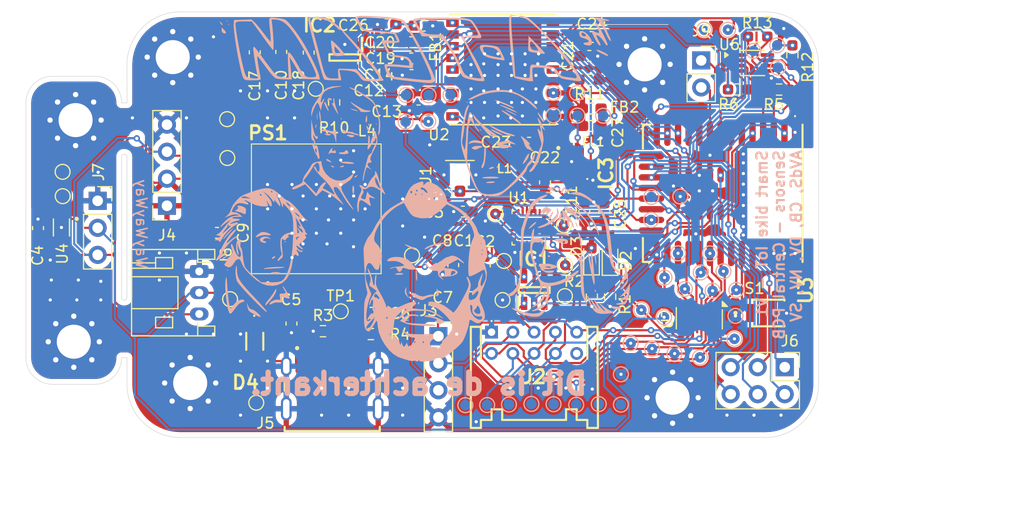
<source format=kicad_pcb>
(kicad_pcb (version 20241229) (generator "pcbnew") (generator_version "9.0")
  (layers (0 "F.Cu" signal) (2 "B.Cu" signal) (13 "F.Paste" user) (15 "B.Paste" user) (5 "F.SilkS" user "F.Silkscreen") (7 "B.SilkS" user "B.Silkscreen") (1 "F.Mask" user) (3 "B.Mask" user) (25 "Edge.Cuts" user))
  (net 0 "")
  (net 11 "LDO_EN")
  (net 17 "GND")
  (net 21 "3.3V")
  (net 22 "1.8V")
  (net 23 "Net-(U1-REGOUT)")
  (net 24 "5V")
  (net 25 "SDA")
  (net 26 "Interupt_ICM")
  (net 27 "SCL")
  (net 30 "Controle_Out")
  (net 34 "HALL_EN")
  (net 35 "LDR_EN")
  (net 36 "IMU_EN")
  (net 37 "IMU_INT")
  (net 38 "Net-(IC2-VOUT)")
  (net 39 "Net-(U2-VCC)")
  (net 40 "PPS")
  (net 41 "Net-(IC2-CT)")
  (net 42 "GPS_EN")
  (net 43 "Net-(IC2-QOD)")
  (net 44 "GPS_INT")
  (net 45 "RST_n")
  (net 46 "Net-(FL1-INPUT)")
  (net 47 "Net-(FL1-OUTPUT)")
  (net 48 "ANTOFF")
  (net 49 "Net-(IC3-AI)")
  (net 50 "Net-(IC3-VCC)")
  (net 51 "Net-(U2-RF_IN)")
  (net 52 "Net-(C22-Pad2)")
  (net 53 "Net-(AE1-A)")
  (net 54 "TX")
  (net 55 "RX")
  (net 56 "SCL_µC")
  (net 57 "SDA_µC")
  (net 58 "Net-(U3-RESET)")
  (net 59 "PA05_TX")
  (net 60 "PA06_RX")
  (net 61 "SWDIO")
  (net 62 "SWCLK")
  (net 63 "Net-(D2-K)")
  (net 64 "LED")
  (net 65 "Net-(D3-K)")
  (net 66 "c")
  (net 67 "d")
  (net 68 "f")
  (net 69 "b")
  (net 70 "a")
  (net 71 "e")
  (net 72 "IMU_INT_µC")
  (net 73 "Sensor_EN")
  (net 74 "LDR_EN_µC")
  (net 75 "Interupt_ICM_µC")
  (net 76 "IMU_EN_µC")
  (net 77 "HALL_EN_µC")
  (net 82 "Net-(J5-CC1)")
  (net 85 "Net-(J5-CC2)")
  (net 88 "Net-(J5-VBUS_A)")
  (net 89 "I²C_EN")
  (net 91 "HALL_OUT_EXT")
  (net 92 "HALL_OUT_INT")
  (net 93 "PWRGND")
  (net 94 "RFGND")
  (net 95 "HALL_OUT_EXT_µC")
  (net 96 "HALL_OUT_INT_µC")
  (footprint "Resistor_SMD:R_0603_1608Metric_Pad0.98x0.95mm_HandSolder" (layer "F.Cu") (at 204.48 53.52)
    (property "Reference" "R13")
    (property "Value" "10k")
  )
  (footprint "Connector_PinSocket_2.54mm:PinSocket_1x04_P2.54mm_Vertical" (layer "F.Cu") (at 174.48 81.68)
    (property "Reference" "J3")
    (property "Value" "Conn_01x04_Pin")
  )
  (footprint "TestPoint:TestPoint_Pad_D1.0mm" (layer "F.Cu") (at 154.9 78.2)
    (property "Reference" "TP60" (hide yes))
    (property "Value" "TestPoint")
  )
  (footprint "Sensor_Motion:InvenSense_QFN-24_3x3mm_P0.4mm" (layer "F.Cu") (at 183 71.5 180)
    (property "Reference" "U1")
    (property "Value" "ICM-20948")
  )
  (footprint "SamacSys_Parts:SOT95P280X145-6N" (layer "F.Cu") (at 165.684112 55.484726 -90)
    (property "Reference" "IC2")
    (property "Value" "TPS22917DBVR" (hide yes))
  )
  (footprint "TestPoint:TestPoint_Pad_D1.0mm" (layer "F.Cu") (at 162.95 58.43)
    (property "Reference" "TP13" (hide yes))
    (property "Value" "TestPoint")
  )
  (footprint "MountingHole:MountingHole_3.2mm_M3_Pad_Via" (layer "F.Cu") (at 140.38 61.37)
    (property "Reference" "H1" (hide yes))
    (property "Value" "MountingHole_Pad")
  )
  (footprint "Capacitor_SMD:C_0603_1608Metric_Pad1.08x0.95mm_HandSolder" (layer "F.Cu") (at 157.22 55 -90)
    (property "Reference" "C17")
    (property "Value" "C")
  )
  (footprint "Capacitor_SMD:C_0603_1608Metric_Pad1.08x0.95mm_HandSolder" (layer "F.Cu") (at 162.29 55.02 -90)
    (property "Reference" "C18")
    (property "Value" "C")
  )
  (footprint "Resistor_SMD:R_0603_1608Metric_Pad0.98x0.95mm_HandSolder" (layer "F.Cu") (at 206.5 58.5 180)
    (property "Reference" "R5")
    (property "Value" "10k")
  )
  (footprint "BGA725L6:BGS12SN6E6327XTSA1" (layer "F.Cu") (at 188 66.5 180)
    (property "Reference" "IC3")
    (property "Value" "BGA725L6E6327FTSA1" (hide yes))
  )
  (footprint "0402CS-5N6XJRW:IND_0402CS-5N6XJRW" (layer "F.Cu") (at 182.08 65.94 -90)
    (property "Reference" "L1")
    (property "Value" "5.6n")
  )
  (footprint "Package_SO:VSSOP-8_2.3x2mm_P0.5mm" (layer "F.Cu") (at 204 56)
    (property "Reference" "U6")
    (property "Value" "TXB0102DCU")
  )
  (footprint "TestPoint:TestPoint_Pad_D1.0mm" (layer "F.Cu") (at 186.37 77.91)
    (property "Reference" "TP8" (hide yes))
    (property "Value" "TestPoint")
  )
  (footprint "Resistor_SMD:R_0603_1608Metric_Pad0.98x0.95mm_HandSolder" (layer "F.Cu") (at 202.61 58.49)
    (property "Reference" "R6")
    (property "Value" "10k")
  )
  (footprint "LED_SMD:LED_0603_1608Metric_Pad1.05x0.95mm_HandSolder" (layer "F.Cu") (at 188.87 74.26 90)
    (property "Reference" "D3")
    (property "Value" "LED")
  )
  (footprint "MountingHole:MountingHole_3.2mm_M3_Pad_Via" (layer "F.Cu") (at 196.49 87.46 -90)
    (property "Reference" "H6" (hide yes))
    (property "Value" "MountingHole_Pad")
  )
  (footprint "USB4215-03-A_REVA:GCT_USB4215-03-A_REVA" (layer "F.Cu") (at 164.5 88.5)
    (property "Reference" "J5")
    (property "Value" "USB4215-03-A_REVA")
  )
  (footprint "Capacitor_SMD:C_0603_1608Metric_Pad1.08x0.95mm_HandSolder" (layer "F.Cu") (at 184.5 67.22 90)
    (property "Reference" "C22")
    (property "Value" "120p")
  )
  (footprint "SWT0010015016SSA:SW_SWT0010-015016SSA_REVA" (layer "F.Cu") (at 205.5 79.5)
    (property "Reference" "S1")
    (property "Value" "SWT0010-015016SSA_REVA")
  )
  (footprint "SamacSys_Parts:SOT95P280X110-5N" (layer "F.Cu") (at 183.48 77.34 90)
    (property "Reference" "IC1")
    (property "Value" "TLV70018QDDCRQ1" (hide yes))
  )
  (footprint "B39162B4327P810:FIL_B39162B4327P810" (layer "F.Cu") (at 186.95 63.99)
    (property "Reference" "FL1")
    (property "Value" "B39162B4327P810")
  )
  (footprint "TestPoint:TestPoint_Pad_D1.0mm" (layer "F.Cu") (at 139.16 66.23)
    (property "Reference" "TP61" (hide yes))
    (property "Value" "TestPoint")
  )
  (footprint "Capacitor_SMD:C_0603_1608Metric_Pad1.08x0.95mm_HandSolder" (layer "F.Cu") (at 153.67 71.97 180)
    (property "Reference" "C9")
    (property "Value" "10µ")
  )
  (footprint "Capacitor_SMD:C_0603_1608Metric_Pad1.08x0.95mm_HandSolder" (layer "F.Cu") (at 172.61 60.46 180)
    (property "Reference" "C13")
    (property "Value" "56p")
  )
  (footprint "TestPoint:TestPoint_Pad_D1.0mm" (layer "F.Cu") (at 139.17 68.52)
    (property "Reference" "TP35" (hide yes))
    (property "Value" "TestPoint")
  )
  (footprint "TestPoint:TestPoint_Pad_D1.0mm" (layer "F.Cu") (at 172 74.08)
    (property "Reference" "TP5" (hide yes))
    (property "Value" "TestPoint")
  )
  (footprint "MLX92216ELQ-AAC-001-RE:SON65P120X160X40-5N" (layer "F.Cu") (at 139.05 71.46 -90)
    (property "Reference" "U4")
    (property "Value" "MLX92216ELQ-AAC-001-RE")
  )
  (footprint "Connector_PinSocket_2.54mm:PinSocket_1x02_P2.54mm_Vertical" (layer "F.Cu") (at 199.18 55.76)
    (property "Reference" "J9")
    (property "Value" "Conn_01x02")
  )
  (footprint "Resistor_SMD:R_0603_1608Metric_Pad0.98x0.95mm_HandSolder" (layer "F.Cu") (at 188.65 57.57)
    (property "Reference" "R11")
    (property "Value" "10k")
  )
  (footprint "Package_SON:USON-20_2x4mm_P0.4mm" (layer "F.Cu") (at 199 80 -90)
    (property "Reference" "U7")
    (property "Value" "TXB0108DQSR")
  )
  (footprint "Capacitor_SMD:C_0603_1608Metric_Pad1.08x0.95mm_HandSolder" (layer "F.Cu") (at 171.95 57.13 180)
    (property "Reference" "C14")
    (property "Value" "56p")
  )
  (footprint "Capacitor_SMD:C_0603_1608Metric_Pad1.08x0.95mm_HandSolder" (layer "F.Cu") (at 188.88 53.56)
    (property "Reference" "C24")
    (property "Value" "1n")
  )
  (footprint "Capacitor_SMD:C_0603_1608Metric_Pad1.08x0.95mm_HandSolder" (layer "F.Cu") (at 178.84 75.02 -90)
    (property "Reference" "C2")
    (property "Value" "0.1µ")
  )
  (footprint "Connector_PinHeader_2.54mm:PinHeader_2x03_P2.54mm_Vertical" (layer "F.Cu") (at 207.03 84.59 -90)
    (property "Reference" "J6")
    (property "Value" "Conn_02x03_Counter_Clockwise")
  )
  (footprint "Resistor_SMD:R_0603_1608Metric_Pad0.98x0.95mm_HandSolder" (layer "F.Cu") (at 168.13 81.48)
    (property "Reference" "R4")
    (property "Value" "5.1k")
  )
  (footprint "Capacitor_SMD:C_0603_1608Metric_Pad1.08x0.95mm_HandSolder" (layer "F.Cu") (at 136.85 71.52 90)
    (property "Reference" "C4")
    (property "Value" "100n")
  )
  (footprint "LED_SMD:LED_0603_1608Metric_Pad1.05x0.95mm_HandSolder" (layer "F.Cu") (at 190.61 74.3 90)
    (property "Reference" "D2")
    (property "Value" "LED")
  )
  (footprint "TestPoint:TestPoint_Pad_D1.0mm" (layer "F.Cu") (at 179.84 70.18)
    (property "Reference" "TP36" (hide yes))
    (property "Value" "TestPoint")
  )
  (footprint "ul_LQG15HS27NJ02D:IND_LQG15HNR10J02_MUR" (layer "F.Cu") (at 167.68 60.25 -90)
    (property "Reference" "L4")
    (property "Value" "27n")
  )
  (footprint "Capacitor_SMD:C_0603_1608Metric_Pad1.08x0.95mm_HandSolder" (layer "F.Cu") (at 190.08 69.99 -90)
    (property "Reference" "C25")
    (property "Value" "10µ")
  )
  (footprint "TestPoint:TestPoint_Pad_D1.0mm" (layer "F.Cu") (at 157.36 87.93)
    (property "Reference" "TP2" (hide yes))
    (property "Value" "TestPoint")
  )
  (footprint "Capacitor_SMD:C_0603_1608Metric_Pad1.08x0.95mm_HandSolder" (layer "F.Cu") (at 188.89 61.92)
    (property "Reference" "C27")
    (property "Value" "10n")
  )
  (footprint "Capacitor_SMD:C_0603_1608Metric_Pad1.08x0.95mm_HandSolder" (layer "F.Cu") (at 177.52 78.01)
    (property "Reference" "C7")
    (property "Value" "1µ")
  )
  (footprint "TESEO-LIV3R:ARRAY_LIV3R_STM" (layer "F.Cu") (at 180.52 56.62 180)
    (property "Reference" "U2")
    (property "Value" "TESEO-LIV3R")
  )
  (footprint "Capacitor_SMD:C_0603_1608Metric_Pad1.08x0.95mm_HandSolder" (layer "F.Cu") (at 171.93 54.05 180)
    (property "Reference" "C20")
    (property "Value" "56p")
  )
  (footprint "TestPoint:TestPoint_Pad_D1.0mm" (layer "F.Cu") (at 165.3 79.34)
    (property "Reference" "TP1")
    (property "Value" "TestPoint")
  )
  (footprint "MountingHole:MountingHole_3.2mm_M3_Pad_Via" (layer "F.Cu") (at 151.15 86.08)
    (property "Reference" "H4" (hide yes))
    (property "Value" "MountingHole_Pad")
  )
  (footprint "TestPoint:TestPoint_Pad_D1.0mm" (layer "F.Cu") (at 154.62 61.28)
    (property "Reference" "TP4" (hide yes))
    (property "Value" "TestPoint")
  )
  (footprint "Capacitor_SMD:C_0603_1608Metric_Pad1.08x0.95mm_HandSolder" (layer "F.Cu") (at 176.78 69.97 180)
    (property "Reference" "C3")
    (property "Value" "0.1µ")
  )
  (footprint "Connector_JST:JST_PH_S3B-PH-K_1x03_P2.00mm_Horizontal" (layer "F.Cu") (at 152 75.59 -90)
    (property "Reference" "J8")
    (property "Value" "Conn_01x03")
  )
  (footprint "Resistor_SMD:R_0603_1608Metric_Pad0.98x0.95mm_HandSolder" (layer "F.Cu") (at 164.68 59.71 -90)
    (property "Reference" "R10")
    (property "Value" "R")
  )
  (footprint "Capacitor_SMD:C_0603_1608Metric_Pad1.08x0.95mm_HandSolder" (layer "F.Cu") (at 188.66 55.34)
    (property "Reference" "C21")
    (property "Value" "56p")
  )
  (footprint "BGM260PB32VNA2:BGM260PB32VNA2" (layer "F.Cu") (at 201 68.25 -90)
    (property "Reference" "U3")
    (property "Value" "BGM260PB32VNA2" (hide yes))
  )
  (footprint "MountingHole:MountingHole_3.2mm_M3_Pad_Via" (layer "F.Cu") (at 140.21 82.2)
    (property "Reference" "H2" (hide yes))
    (property "Value" "MountingHole_Pad")
  )
  (footprint "Capacitor_SMD:C_0603_1608Metric_Pad1.08x0.95mm_HandSolder" (layer "F.Cu") (at 176.89 75 90)
    (property "Reference" "C1")
    (property "Value" "0.1µ")
  )
  (footprint "TestPoint:TestPoint_Pad_D1.0mm" (layer "F.Cu") (at 180.51 78.28)
    (property "Reference" "TP7" (hide yes))
    (property "Value" "TestPoint")
  )
  (footprint "Resistor_SMD:R_0603_1608Metric_Pad0.98x0.95mm_HandSolder" (layer "F.Cu") (at 207.75 55.26 -90)
    (property "Reference" "R12")
    (property "Value" "10k")
  )
  (footprint "Resistor_SMD:R_0603_1608Metric_Pad0.98x0.95mm_HandSolder" (layer "F.Cu") (at 190.62 77.97 90)
    (property "Reference" "R1")
    (property "Value" "1k")
  )
  (footprint "Capacitor_SMD:C_0603_1608Metric_Pad1.08x0.95mm_HandSolder" (layer "F.Cu") (at 188.19 70 -90)
    (property "Reference" "C11")
    (property "Value" "0.1µ")
  )
  (footprint "TestPoint:TestPoint_Pad_D1.0mm" (layer "F.Cu") (at 186.28 71.25)
    (property "Reference" "TP38" (hide yes))
    (property "Value" "TestPoint")
  )
  (footprint "Connector_Coaxial:U.FL_Hirose_U.FL-R-SMT-1_Vertical" (layer "F.Cu") (at 176.5 67 90)
    (property "Reference" "J1")
    (property "Value" "Conn_Coaxial")
  )
  (footprint "S10B-PHDSS__LF__SN_:S10BPHDSSLFSN" (layer "F.Cu") (at 179.475 81.3 180)
    (property "Reference" "J2")
    (property "Value" "S10B-PHDSS__LF__SN_" (hide yes))
  )
  (footprint "Capacitor_SMD:C_0603_1608Metric_Pad1.08x0.95mm_HandSolder" (layer "F.Cu") (at 183 63.5 180)
    (property "Reference" "C23")
    (property "Value" "120p")
  )
  (footprint "Inductor_SMD:L_0603_1608Metric_Pad1.05x0.95mm_HandSolder" (layer "F.Cu") (at 188.89 60.28)
    (property "Reference" "FB2")
    (property "Value" "FerriteBead_Small")
  )
  (footprint "TestPoint:TestPoint_Pad_D1.0mm" (layer "F.Cu") (at 186.4 75.01)
    (property "Reference" "TP37" (hide yes))
    (property "Value" "TestPoint")
  )
  (footprint "Capacitor_SMD:C_0603_1608Metric_Pad1.08x0.95mm_HandSolder" (layer "F.Cu") (at 160.67 80.49 -90)
    (property "Reference" "C5")
    (property "Value" "100n")
  )
  (footprint "Resistor_SMD:R_0603_1608Metric_Pad0.98x0.95mm_HandSolder" (layer "F.Cu") (at 163.63 81.21 180)
    (property "Reference" "R3")
    (property "Value" "5.1k")
  )
  (footprint "Capacitor_SMD:C_0603_1608Metric_Pad1.08x0.95mm_HandSolder" (layer "F.Cu") (at 174.8625 75 -90)
    (property "Reference" "C8")
    (property "Value" "1µ")
  )
  (footprint "Inductor_SMD:L_0603_1608Metric_Pad1.05x0.95mm_HandSolder" (layer "F.Cu") (at 173.07 52.49)
    (property "Reference" "FB1")
    (property "Value" "FerriteBead_Small")
  )
  (footprint "Connector_PinSocket_2.54mm:PinSocket_1x03_P2.54mm_Vertical" (layer "F.Cu") (at 142.455 68.955)
    (property "Reference" "J7")
    (property "Value" "Conn_01x03_Pin")
  )
  (footprint "Capacitor_SMD:C_0603_1608Metric_Pad1.08x0.95mm_HandSolder" (layer "F.Cu") (at 168.2 79.48)
    (property "Reference" "C6")
    (property "Value" "22µ")
  )
  (footprint "TestPoint:TestPoint_Pad_D1.0mm" (layer "F.Cu") (at 154.64 64.93)
    (property "Reference" "TP3" (hide yes))
    (property "Value" "TestPoint")
  )
  (footprint "MountingHole:MountingHole_3.2mm_M3_Pad_Via" (layer "F.Cu") (at 193.86 56.13)
    (property "Reference" "H5" (hide yes))
    (property "Value" "MountingHole_Pad")
  )
  (footprint "Capacitor_SMD:C_0603_1608Metric_Pad1.08x0.95mm_HandSolder" (layer "F.Cu") (at 171.93 55.58 180)
    (property "Reference" "C19")
    (property "Value" "56p")
  )
  (footprint "Capacitor_SMD:C_0603_1608Metric_Pad1.08x0.95mm_HandSolder" (layer "F.Cu") (at 170.94 58.89)
    (property "Reference" "C12")
    (property "Value" "10n")
  )
  (footprint "LIB_RPM3.3-1.0-CT:RPM3310CT" (layer "F.Cu") (at 163 69.71 90)
    (property "Reference" "PS1")
    (property "Value" "RPM3.3-1.0-CT" (hide yes))
  )
  (footprint "Capacitor_SMD:C_0603_1608Metric_Pad1.08x0.95mm_HandSolder" (layer "F.Cu") (at 169.62 52.36 180)
    (property "Reference" "C26")
    (property "Value" "10n")
  )
  (footprint "Resistor_SMD:R_0603_1608Metric_Pad0.98x0.95mm_HandSolder" (layer "F.Cu") (at 188.9 77.97 -90)
    (property "Reference" "R2")
    (property "Value" "R")
  )
  (footprint "Capacitor_SMD:C_0603_1608Metric_Pad1.08x0.95mm_HandSolder" (layer "F.Cu") (at 159.71 54.96 -90)
    (property "Reference" "C10")
    (property "Value" "22µ")
  )
  (footprint "Connector_PinSocket_2.54mm:PinSocket_1x04_P2.54mm_Vertical" (layer "F.Cu") (at 148.97 69.42 180)
    (property "Reference" "J4")
    (property "Value" "Conn_01x04_Pin")
  )
  (footprint "SamacSys_Parts:RB161MM20TR" (layer "F.Cu") (at 157.22 82.16)
    (property "Reference" "D4")
    (property "Value" "RB161MM-20TR" (hide yes))
  )
  (footprint "TestPoint:TestPoint_Pad_D1.0mm" (layer "F.Cu") (at 180.64 74.61)
    (property "Reference" "TP6" (hide yes))
    (property "Value" "TestPoint")
  )
  (footprint "MountingHole:MountingHole_3.2mm_M3_Pad_Via" (layer "F.Cu") (at 149.51 55.45)
    (property "Reference" "H3" (hide yes))
    (property "Value" "MountingHole_Pad")
  )
  (footprint "TestPoint:TestPoint_Pad_D1.0mm" (layer "B.Cu") (at 206.39 56.43 180)
    (property "Reference" "TP43" (hide yes))
    (property "Value" "TestPoint")
  )
  (footprint "TestPoint:TestPoint_Pad_D1.0mm" (layer "B.Cu") (at 194.56 82.86 180)
    (property "Reference" "TP31" (hide yes))
    (property "Value" "TestPoint")
  )
  (footprint "TestPoint:TestPoint_Pad_D1.0mm" (layer "B.Cu") (at 206.32 54.34 180)
    (property "Reference" "TP27" (hide yes))
    (property "Value" "TestPoint")
  )
  (footprint "TestPoint:TestPoint_Pad_D1.0mm" (layer "B.Cu") (at 183.22 88.04 180)
    (property "Reference" "TP42" (hide yes))
    (property "Value" "TestPoint")
  )
  (footprint "TestPoint:TestPoint_Pad_D1.0mm" (layer "B.Cu") (at 199.45 52.87 180)
    (property "Reference" "TP20" (hide yes))
    (property "Value" "TestPoint")
  )
  (footprint "TestPoint:TestPoint_Pad_D1.0mm" (layer "B.Cu") (at 199.05 83.67 180)
    (property "Reference" "TP29" (hide yes))
    (property "Value" "TestPoint")
  )
  (footprint "TestPoint:TestPoint_Pad_D1.0mm" (layer "B.Cu") (at 194.47 70.75 180)
    (property "Reference" "TP46" (hide yes))
    (property "Value" "TestPoint")
  )
  (footprint "TestPoint:TestPoint_Pad_D1.0mm" (layer "B.Cu") (at 194.49 68.59 180)
    (property "Reference" "TP45" (hide yes))
    (property "Value" "TestPoint")
  )
  (footprint "TestPoint:TestPoint_Pad_D1.0mm" (layer "B.Cu") (at 173.55 59.03 180)
    (property "Reference" "TP18" (hide yes))
    (property "Value" "TestPoint")
  )
  (footprint "TestPoint:TestPoint_Pad_D1.0mm" (layer "B.Cu") (at 195.73 76.17 180)
    (property "Reference" "TP51" (hide yes))
    (property "Value" "TestPoint")
  )
  (footprint "TestPoint:TestPoint_Pad_D1.0mm" (layer "B.Cu") (at 200.25 77.41 180)
    (property "Reference" "TP54" (hide yes))
    (property "Value" "TestPoint")
  )
  (footprint "TestPoint:TestPoint_Pad_D1.0mm" (layer "B.Cu") (at 171.44 59.02 180)
    (property "Reference" "TP16" (hide yes))
    (property "Value" "TestPoint")
  )
  (footprint "TestPoint:TestPoint_Pad_D1.0mm" (layer "B.Cu") (at 197.64 77.24 180)
    (property "Reference" "TP53" (hide yes))
    (property "Value" "TestPoint")
  )
  (footprint "TestPoint:TestPoint_Pad_D1.0mm" (layer "B.Cu") (at 179.06 88.15 180)
    (property "Reference" "TP40" (hide yes))
    (property "Value" "TestPoint")
  )
  (footprint "TestPoint:TestPoint_Pad_D1.0mm" (layer "B.Cu") (at 189.96 60.96 180)
    (property "Reference" "TP25" (hide yes))
    (property "Value" "TestPoint")
  )
  (footprint "TestPoint:TestPoint_Pad_D1.0mm" (layer "B.Cu") (at 177.01 88.16 180)
    (property "Reference" "TP39" (hide yes))
    (property "Value" "TestPoint")
  )
  (footprint "TestPoint:TestPoint_Pad_D1.0mm" (layer "B.Cu") (at 185.28 58.82 180)
    (property "Reference" "TP17" (hide yes))
    (property "Value" "TestPoint")
  )
  (footprint "TestPoint:TestPoint_Pad_D1.0mm" (layer "B.Cu") (at 187.55 60.94 180)
    (property "Reference" "TP23" (hide yes))
    (property "Value" "TestPoint")
  )
  (footprint "TestPoint:TestPoint_Pad_D1.0mm" (layer "B.Cu") (at 201.27 75.58 180)
    (property "Reference" "TP56" (hide yes))
    (property "Value" "TestPoint")
  )
  (footprint "TestPoint:TestPoint_Pad_D1.0mm" (layer "B.Cu") (at 187.43 88.12 180)
    (property "Reference" "TP11" (hide yes))
    (property "Value" "TestPoint")
  )
  (footprint "TestPoint:TestPoint_Pad_D1.0mm" (layer "B.Cu") (at 199.13 75.69 180)
    (property "Reference" "TP48" (hide yes))
    (property "Value" "TestPoint")
  )
  (footprint "TestPoint:TestPoint_Pad_D1.0mm" (layer "B.Cu") (at 185.29 60.93 180)
    (property "Reference" "TP15" (hide yes))
    (property "Value" "TestPoint")
  )
  (footprint "LOGO" (layer "B.Cu") (at 172.362529 66.946616 180)
    (property "Reference" "G***" (hide yes))
    (property "Value" "LOGO" (hide yes))
  )
  (footprint "TestPoint:TestPoint_Pad_D1.0mm" (layer "B.Cu") (at 181.11 88.1 180)
    (property "Reference" "TP41" (hide yes))
    (property "Value" "TestPoint")
  )
  (footprint "TestPoint:TestPoint_Pad_D1.0mm" (layer "B.Cu") (at 192.55 82.34 180)
    (property "Reference" "TP32" (hide yes))
    (property "Value" "TestPoint")
  )
  (footprint "TestPoint:TestPoint_Pad_D1.0mm" (layer "B.Cu") (at 200 73.9 180)
    (property "Reference" "TP55" (hide yes))
    (property "Value" "TestPoint")
  )
  (footprint "TestPoint:TestPoint_Pad_D1.0mm" (layer "B.Cu") (at 201.69 52.88 180)
    (property "Reference" "TP21" (hide yes))
    (property "Value" "TestPoint")
  )
  (footprint "TestPoint:TestPoint_Pad_D1.0mm" (layer "B.Cu") (at 202.3 81.93 180)
    (property "Reference" "TP28" (hide yes))
    (property "Value" "TestPoint")
  )
  (footprint "TestPoint:TestPoint_Pad_D1.0mm" (layer "B.Cu") (at 187.51 58.83 180)
    (property "Reference" "TP22" (hide yes))
    (property "Value" "TestPoint")
  )
  (footprint "TestPoint:TestPoint_Pad_D1.0mm" (layer "B.Cu") (at 193.55 79.21 180)
    (property "Reference" "TP33" (hide yes))
    (property "Value" "TestPoint")
  )
  (footprint "TestPoint:TestPoint_Pad_D1.0mm" (layer "B.Cu") (at 195.69 79.9 180)
    (property "Reference" "TP34" (hide yes))
    (property "Value" "TestPoint")
  )
  (footprint "TestPoint:TestPoint_Pad_D1.0mm" (layer "B.Cu") (at 173.53 61.5 180)
    (property "Reference" "TP14" (hide yes))
    (property "Value" "TestPoint")
  )
  (footprint "TestPoint:TestPoint_Pad_D1.0mm" (layer "B.Cu") (at 175.62 59 180)
    (property "Reference" "TP19" (hide yes))
    (property "Value" "TestPoint")
  )
  (footprint "TestPoint:TestPoint_Pad_D1.0mm" (layer "B.Cu") (at 189.55 88.06 180)
    (property "Reference" "TP10" (hide yes))
    (property "Value" "TestPoint")
  )
  (footprint "TestPoint:TestPoint_Pad_D1.0mm" (layer "B.Cu") (at 202.4 79.77 180)
    (property "Reference" "TP58" (hide yes))
    (property "Value" "TestPoint")
  )
  (footprint "TestPoint:TestPoint_Pad_D1.0mm" (layer "B.Cu") (at 191.63 88.11 180)
    (property "Reference" "TP9" (hide yes))
    (property "Value" "TestPoint")
  )
  (footprint "TestPoint:TestPoint_Pad_D1.0mm" (layer "B.Cu") (at 197.21 68.55 180)
    (property "Reference" "TP47" (hide yes))
    (property "Value" "TestPoint")
  )
  (footprint "TestPoint:TestPoint_Pad_D1.0mm" (layer "B.Cu") (at 185.3 88.07 180)
    (property "Reference" "TP12" (hide yes))
    (property "Value" "TestPoint")
  )
  (footprint "TestPoint:TestPoint_Pad_D1.0mm" (layer "B.Cu") (at 202.48 77.33 180)
    (property "Reference" "TP57" (hide yes))
    (property "Value" "TestPoint")
  )
  (footprint "TestPoint:TestPoint_Pad_D1.0mm" (layer "B.Cu") (at 204.09 54.87 180)
    (property "Reference" "TP26" (hide yes))
    (property "Value" "TestPoint")
  )
  (footprint "TestPoint:TestPoint_Pad_D1.0mm" (layer "B.Cu") (at 197 73.89 180)
    (property "Reference" "TP52" (hide yes))
    (property "Value" "TestPoint")
  )
  (footprint "TestPoint:TestPoint_Pad_D1.0mm" (layer "B.Cu") (at 196.66 83.31 180)
    (property "Reference" "TP30" (hide yes))
    (property "Value" "TestPoint")
  )
  (footprint "TestPoint:TestPoint_Pad_D1.0mm" (layer "B.Cu") (at 171.4 61.52 180)
    (property "Reference" "TP24" (hide yes))
    (property "Value" "TestPoint")
  )
  (footprint "TestPoint:TestPoint_Pad_D1.0mm" (layer "B.Cu") (at 191.63 85.26 180)
    (property "Reference" "TP44" (hide yes))
    (property "Value" "TestPoint")
  )
  (gr_arc (start 142.21 57.25) (mid 143.977767 57.982233) (end 144.71 59.75) (stroke (width 0.05)) (layer "Edge.Cuts"))
  (gr_arc (start 144.91 78.2871) (mid 144.768579 78.228521) (end 144.71 78.0871) (stroke (width 0.05)) (layer "Edge.Cuts"))
  (gr_line (start 145.21 57.25) (end 145.21 59.75) (stroke (width 0.05)) (layer "Edge.Cuts"))
  (gr_arc (start 138.21 86.197056) (mid 136.442249 85.46482) (end 135.71 83.697056) (stroke (width 0.05)) (layer "Edge.Cuts"))
  (gr_line (start 145.21 59.75) (end 144.71 59.75) (stroke (width 0.05)) (layer "Edge.Cuts"))
  (gr_line (start 150.21 51.197056) (end 205.21 51.197056) (stroke (width 0.05)) (layer "Edge.Cuts"))
  (gr_arc (start 205.21 51.197056) (mid 208.745534 52.661522) (end 210.21 56.197056) (stroke (width 0.05)) (layer "Edge.Cuts"))
  (gr_arc (start 144.71 83.697056) (mid 143.977783 85.464851) (end 142.21 86.197056) (stroke (width 0.05)) (layer "Edge.Cuts"))
  (gr_line (start 144.91 64.59) (end 145.01 64.59) (stroke (width 0.05)) (layer "Edge.Cuts"))
  (gr_line (start 210.21 56.197056) (end 210.21 86.197056) (stroke (width 0.05)) (layer "Edge.Cuts"))
  (gr_arc (start 210.21 86.197056) (mid 208.745549 89.732618) (end 205.21 91.197056) (stroke (width 0.05)) (layer "Edge.Cuts"))
  (gr_line (start 145.21 83.6971) (end 144.71 83.6971) (stroke (width 0.05)) (layer "Edge.Cuts"))
  (gr_arc (start 145.01 64.59) (mid 145.151421 64.648579) (end 145.21 64.79) (stroke (width 0.05)) (layer "Edge.Cuts"))
  (gr_arc (start 135.71 59.75) (mid 136.442233 57.982233) (end 138.21 57.25) (stroke (width 0.05)) (layer "Edge.Cuts"))
  (gr_arc (start 145.21 78.0871) (mid 145.151421 78.228521) (end 145.01 78.2871) (stroke (width 0.05)) (layer "Edge.Cuts"))
  (gr_line (start 205.21 91.197056) (end 150.21 91.197056) (stroke (width 0.05)) (layer "Edge.Cuts"))
  (gr_arc (start 144.71 64.79) (mid 144.768579 64.648579) (end 144.91 64.59) (stroke (width 0.05)) (layer "Edge.Cuts"))
  (gr_line (start 145.21 64.79) (end 145.21 78.0871) (stroke (width 0.05)) (layer "Edge.Cuts"))
  (gr_arc (start 150.21 91.197056) (mid 146.674466 89.73259) (end 145.21 86.197056) (stroke (width 0.05)) (layer "Edge.Cuts"))
  (gr_line (start 142.21 86.197056) (end 138.21 86.197056) (stroke (width 0.05)) (layer "Edge.Cuts"))
  (gr_line (start 145.21 57.25) (end 145.21 56.197056) (stroke (width 0.05)) (layer "Edge.Cuts"))
  (gr_line (start 135.71 59.75) (end 135.71 83.697056) (stroke (width 0.05)) (layer "Edge.Cuts"))
  (gr_line (start 145.21 86.197056) (end 145.21 83.6971) (stroke (width 0.05)) (layer "Edge.Cuts"))
  (gr_line (start 144.71 78.0871) (end 144.71 64.79) (stroke (width 0.05)) (layer "Edge.Cuts"))
  (gr_line (start 142.21 57.25) (end 138.21 57.25) (stroke (width 0.05)) (layer "Edge.Cuts"))
  (gr_line (start 145.01 78.2871) (end 144.91 78.2871) (stroke (width 0.05)) (layer "Edge.Cuts"))
  (gr_arc (start 145.21 56.197056) (mid 146.674482 52.661551) (end 150.21 51.197056) (stroke (width 0.05)) (layer "Edge.Cuts"))
  (gr_text "WayWayWay\n" (at 145.98 75.45 270) (layer "B.SilkS") (effects (font (size 1 1)) (justify left bottom mirror)))
  (gr_text "Smart bike IoT - V1\nSensors - Central PCB\nAVdS, CB, DV, NV, SV\n" (at 208.7 64.09 90) (layer "B.SilkS") (effects (font (size 1 1) (thickness 0.2) (bold yes)) (justify left bottom mirror)))
  (gr_text "Dit is de achterkant." (at 188.71 87.33 0) (layer "B.SilkS") (effects (font (size 2 2) (thickness 0.5) (bold yes)) (justify left bottom mirror)))
  (segment (start 197.169399 71.4) (end 199.43 71.4) (width 0.2) (layer "F.Cu") (net 11))
  (segment (start 199.43 71.4) (end 200 70.83) (width 0.2) (layer "F.Cu") (net 11))
  (segment (start 200 70.83) (end 200 70) (width 0.2) (layer "F.Cu") (net 11))
  (segment (start 184.43 78.59) (end 185.11 77.91) (width 0.2) (layer "F.Cu") (net 11))
  (segment (start 196.725461 71.843938) (end 197.169399 71.4) (width 0.2) (layer "F.Cu") (net 11))
  (segment (start 196.716062 71.843938) (end 196.725461 71.843938) (width 0.2) (layer "F.Cu") (net 11))
  (segment (start 185.11 77.91) (end 186.37 77.91) (width 0.2) (layer "F.Cu") (net 11))
  (via (at 196.716215 71.853184) (size 0.6) (drill 0.3) (layers "F.Cu" "B.Cu") (net 11))
  (via (at 184.43 78.59) (size 0.6) (drill 0.3) (layers "F.Cu" "B.Cu") (net 11))
  (segment (start 188.445795 78.59) (end 184.43 78.59) (width 0.2) (layer "B.Cu") (net 11))
  (segment (start 188.681295 78.3545) (end 188.445795 78.59) (width 0.2) (layer "B.Cu") (net 11))
  (segment (start 196.386816 71.853184) (end 189.8855 78.3545) (width 0.2) (layer "B.Cu") (net 11))
  (segment (start 196.716215 71.853184) (end 196.386816 71.853184) (width 0.2) (layer "B.Cu") (net 11))
  (segment (start 189.8855 78.3545) (end 188.681295 78.3545) (width 0.2) (layer "B.Cu") (net 11))
  (segment (start 160.71 69.71) (end 160.71 69.54) (width 0.2) (layer "F.Cu") (net 17))
  (segment (start 189.8925 53.57) (end 191.41 53.57) (width 0.2) (layer "F.Cu") (net 17))
  (segment (start 187 65.25) (end 187.25 65.25) (width 0.2) (layer "F.Cu") (net 17))
  (segment (start 173.169 53.266) (end 173.945 52.49) (width 0.2) (layer "F.Cu") (net 17))
  (segment (start 167.7 84.5) (end 168.82 84.5) (width 0.2) (layer "F.Cu") (net 17))
  (segment (start 158.42 84.02) (end 159.7 84.02) (width 0.2) (layer "F.Cu") (net 17))
  (segment (start 159.5 68.5) (end 158.42 67.42) (width 0.2) (layer "F.Cu") (net 17))
  (segment (start 189.8825 53.56) (end 189.8925 53.57) (width 0.2) (layer "F.Cu") (net 17))
  (segment (start 196.49 87.46) (end 198.89 87.46) (width 0.2) (layer "F.Cu") (net 17))
  (segment (start 189.5625 57.57) (end 189.5625 57.21) (width 0.2) (layer "F.Cu") (net 17))
  (segment (start 166.49 73.27) (end 164.27 73.27) (width 0.2) (layer "F.Cu") (net 17))
  (segment (start 180.06 68.72) (end 178.892646 69.887354) (width 0.2) (layer "F.Cu") (net 17))
  (segment (start 191.38 56.05) (end 191.46 56.13) (width 0.2) (layer "F.Cu") (net 17))
  (segment (start 182.34365 73.896036) (end 182.4 73.839686) (width 0.2) (layer "F.Cu") (net 17))
  (segment (start 166.49 70.76) (end 166.5 70.75) (width 0.2) (layer "F.Cu") (net 17))
  (segment (start 178.69 76.82) (end 178.84 76.67) (width 0.2) (layer "F.Cu") (net 17))
  (segment (start 161.75 68.5) (end 161.92 68.5) (width 0.2) (layer "F.Cu") (net 17))
  (segment (start 179.045 76.815) (end 178.87 76.64) (width 0.2) (layer "F.Cu") (net 17))
  (segment (start 189.4525 55.55) (end 189.6425 55.36) (width 0.2) (layer "F.Cu") (net 17))
  (segment (start 161.75 73) (end 161.75 73.25) (width 0.2) (layer "F.Cu") (net 17))
  (segment (start 165.29 72.04) (end 166.5 73.25) (width 0.2) (layer "F.Cu") (net 17))
  (segment (start 169.776 53.266) (end 173.169 53.266) (width 0.2) (layer "F.Cu") (net 17))
  (segment (start 166.49 73.27) (end 166.49 70.76) (width 0.2) (layer "F.Cu") (net 17))
  (segment (start 190.24 86.65) (end 191.63 85.26) (width 0.2) (layer "F.Cu") (net 17))
  (segment (start 168.77 55.58) (end 171.0675 55.58) (width 0.2) (layer "F.Cu") (net 17))
  (segment (start 159.5 68.63) (end 159.5 68.5) (width 0.2) (layer "F.Cu") (net 17))
  (segment (start 199 66.541) (end 199.262 66.541) (width 0.2) (layer "F.Cu") (net 17))
  (segment (start 189.5625 57.57) (end 192.49 57.57) (width 0.2) (layer "F.Cu") (net 17))
  (segment (start 161.75 70.75) (end 163 72) (width 0.2) (layer "F.Cu") (net 17))
  (segment (start 189.8825 53.56) (end 189.4525 53.99) (width 0.2) (layer "F.Cu") (net 17))
  (segment (start 181.75693 73.896036) (end 182.34365 73.896036) (width 0.2) (layer "F.Cu") (net 17))
  (segment (start 166.33 70.75) (end 165.29 69.71) (width 0.2) (layer "F.Cu") (net 17))
  (segment (start 186.95 63.7025) (end 186.95 64.2775) (width 0.2) (layer "F.Cu") (net 17))
  (segment (start 187.5 65.5) (end 187.5 65.975) (width 0.2) (layer "F.Cu") (net 17))
  (segment (start 201.57 54.65) (end 201.57 55.396848) (width 0.2) (layer "F.Cu") (net 17))
  (segment (start 204 56.845254) (end 204 56.406052) (width 0.2) (layer "F.Cu") (net 17))
  (segment (start 167.7 85.68) (end 168.58 86.56) (width 0.2) (layer "F.Cu") (net 17))
  (segment (start 182.4 69.627226) (end 181.492774 68.72) (width 0.2) (layer "F.Cu") (net 17))
  (segment (start 204.48 75.62) (end 205.91 75.62) (width 0.2) (layer "F.Cu") (net 17))
  (segment (start 193.86 56.13) (end 193.88 56.11) (width 0.2) (layer "F.Cu") (net 17))
  (segment (start 188.9 78.8825) (end 188.7825 79) (width 0.2) (layer "F.Cu") (net 17))
  (segment (start 193.78 56.28) (end 193.78 56.21) (width 0.2) (layer "F.Cu") (net 17))
  (segment (start 165.29 65.13) (end 165.62 65.13) (width 0.2) (layer "F.Cu") (net 17))
  (segment (start 189.4525 55.06) (end 189.7625 55.37) (width 0.2) (layer "F.Cu") (net 17))
  (segment (start 155.88 81.48) (end 155.88 84.02) (width 0.2) (layer "F.Cu") (net 17))
  (segment (start 161.75 70.75) (end 160.71 69.71) (width 0.2) (layer "F.Cu") (net 17))
  (segment (start 173.17 74.17) (end 173.17 72.37) (width 0.2) (layer "F.Cu") (net 17))
  (segment (start 164.25 70.75) (end 164.04 70.75) (width 0.2) (layer "F.Cu") (net 17))
  (segment (start 189.7425 53.56) (end 189.8825 53.56) (width 0.2) (layer "F.Cu") (net 17))
  (segment (start 171.8025 58.89) (end 171.9925 58.7) (width 0.2) (layer "F.Cu") (net 17))
  (segment (start 180.51 78.28) (end 179.045 76.815) (width 0.2) (layer "F.Cu") (net 17))
  (segment (start 198.8 80.104226) (end 198.595774 79.9) (width 0.2) (layer "F.Cu") (net 17))
  (segment (start 164 73) (end 163 72) (width 0.2) (layer "F.Cu") (net 17))
  (segment (start 161.92 68.5) (end 163 67.42) (width 0.2) (layer "F.Cu") (net 17))
  (segment (start 174.8625 75.8625) (end 173.17 74.17) (width 0.2) (layer "F.Cu") (net 17))
  (segment (start 167.58 69.58) (end 166.5 68.5) (width 0.2) (layer "F.Cu") (net 17))
  (segment (start 188.93 86.65) (end 190.24 86.65) (width 0.2) (layer "F.Cu") (net 17))
  (segment (start 178.87 75.8525) (end 178.84 75.8825) (width 0.2) (layer "F.Cu") (net 17))
  (segment (start 195 78) (end 195 74) (width 0.2) (layer "F.Cu") (net 17))
  (segment (start 178.695 76.815) (end 178.69 76.82) (width 0.2) (layer "F.Cu") (net 17))
  (segment (start 168.7575 52.5) (end 168.26 52.9975) (width 0.2) (layer "F.Cu") (net 17))
  (segment (start 164 73) (end 161.75 73) (width 0.2) (layer "F.Cu") (net 17))
  (segment (start 137.6925 71.5) (end 136.85 70.6575) (width 0.2) (layer "F.Cu") (net 17))
  (segment (start 181.665447 73.804553) (end 181.75693 73.896036) (width 0.2) (layer "F.Cu") (net 17))
  (segment (start 136.84625 70.65375) (end 136.82 70.6275) (width 0.2) (layer "F.Cu") (net 17))
  (segment (start 164.08 68.5) (end 163 67.42) (width 0.2) (layer "F.Cu") (net 17))
  (segment (start 167.7 83.925) (end 167.7 84.5) (width 0.2) (layer "F.Cu") (net 17))
  (segment (start 187.5 64.3275) (end 187.5 65) (width 0.2) (layer "F.Cu") (net 17))
  (segment (start 138.9875 71.2625) (end 138.795 71.455) (width 0.2) (layer "F.Cu") (net 17))
  (segment (start 196.32 60.38) (end 195 61.7) (width 0.2) (layer "F.Cu") (net 17))
  (segment (start 138.725 71) (end 138.725 70.88) (width 0.2) (layer "F.Cu") (net 17))
  (segment (start 181.479881 73.618987) (end 181.479881 72.520119) (width 0.2) (layer "F.Cu") (net 17))
  (segment (start 187.5 65.25) (end 187.5 65.5) (width 0.2) (layer "F.Cu") (net 17))
  (segment (start 201.98 54.24) (end 201.57 54.65) (width 0.2) (layer "F.Cu") (net 17))
  (segment (start 190.8 55.36) (end 191.38 55.94) (width 0.2) (layer "F.Cu") (net 17))
  (segment (start 205.91 75.62) (end 206 75.53) (width 0.2) (layer "F.Cu") (net 17))
  (segment (start 161.3 83.925) (end 161.3 84.5) (width 0.2) (layer "F.Cu") (net 17))
  (segment (start 207.2 79.5) (end 207.201 79.5) (width 0.2) (layer "F.Cu") (net 17))
  (segment (start 180.51 78.28) (end 178.6525 78.28) (width 0.2) (layer "F.Cu") (net 17))
  (segment (start 202.86 83.3) (end 200.87 83.3) (width 0.2) (layer "F.Cu") (net 17))
  (segment (start 192.49 57.57) (end 193.78 56.28) (width 0.2) (layer "F.Cu") (net 17))
  (segment (start 196.57 65.07) (end 195 63.5) (width 0.2) (layer "F.Cu") (net 17))
  (segment (start 165.29 69.71) (end 164.25 70.75) (width 0.2) (layer "F.Cu") (net 17))
  (segment (start 201.73 80.02) (end 203.33 81.62) (width 0.2) (layer "F.Cu") (net 17))
  (segment (start 165.29 65.13) (end 165.38 65.13) (width 0.2) (layer "F.Cu") (net 17))
  (segment (start 136.8475 70.655) (end 136.84625 70.65375) (width 0.2) (layer "F.Cu") (net 17))
  (segment (start 168.26 52.9975) (end 168.26 55.07) (width 0.2) (layer "F.Cu") (net 17))
  (segment (start 168.26 55.07) (end 168.77 55.58) (width 0.2) (layer "F.Cu") (net 17))
  (segment (start 161.3 83.925) (end 161.3 86.22) (width 0.2) (layer "F.Cu") (net 17))
  (segment (start 160.71 69.54) (end 161.75 68.5) (width 0.2) (layer "F.Cu") (net 17))
  (segment (start 161.3 84.5) (end 160.18 84.5) (width 0.2) (layer "F.Cu") (net 17))
  (segment (start 189.5125 55.35) (end 189.4825 55.35) (width 0.2) (layer "F.Cu") (net 17))
  (segment (start 204 75.14) (end 204.48 75.62) (width 0.2) (layer "F.Cu") (net 17))
  (segment (start 163 69.71) (end 162.79 69.71) (width 0.2) (layer "F.Cu") (net 17))
  (segment (start 189.4525 57.1) (end 189.4525 55.55) (width 0.2) (layer "F.Cu") (net 17))
  (segment (start 168.7575 52.36) (end 168.87 52.36) (width 0.2) (layer "F.Cu") (net 17))
  (segment (start 198.884226 80.02) (end 201.73 80.02) (width 0.2) (layer "F.Cu") (net 17))
  (segment (start 165.29 72) (end 164.29 73) (width 0.2) (layer "F.Cu") (net 17))
  (segment (start 164.27 73.27) (end 164 73) (width 0.2) (layer "F.Cu") (net 17))
  (segment (start 161.3 86.22) (end 160.96 86.56) (width 0.2) (layer "F.Cu") (net 17))
  (segment (start 178.3825 78.01) (end 178.3825 77.1275) (width 0.2) (layer "F.Cu") (net 17))
  (segment (start 138.725 70.655) (end 138.5 70.655) (width 0.2) (layer "F.Cu") (net 17))
  (segment (start 187.5 65.975) (end 187.599 66.074) (width 0.2) (layer "F.Cu") (net 17))
  (segment (start 161.75 68.46) (end 160.71 67.42) (width 0.2) (layer "F.Cu") (net 17))
  (segment (start 198.8 80.104226) (end 198.884226 80.02) (width 0.2) (layer "F.Cu") (net 17))
  (segment (start 196.32 58.08) (end 196.32 60.38) (width 0.2) (layer "F.Cu") (net 17))
  (segment (start 189.4825 55.35) (end 189.4925 55.36) (width 0.2) (layer "F.Cu") (net 17))
  (segment (start 181.479881 72.520119) (end 181.5 72.5) (width 0.2) (layer "F.Cu") (net 17))
  (segment (start 153.34 81.48) (end 155.88 81.48) (width 0.2) (layer "F.Cu") (net 17))
  (segment (start 171.9925 58.7) (end 172.2725 58.7) (width 0.2) (layer "F.Cu") (net 17))
  (segment (start 203.343948 55.75) (end 202.6 55.75) (width 0.2) (layer "F.Cu") (net 17))
  (segment (start 189.7525 63.0575) (end 189.75 63.06) (width 0.2) (layer "F.Cu") (net 17))
  (segment (start 167.58 67.42) (end 167.58 67.33) (width 0.2) (layer "F.Cu") (net 17))
  (segment (start 200.87 83.3) (end 197.08 87.09) (width 0.2) (layer "F.Cu") (net 17))
  (segment (start 195 63.5) (end 195 62.6) (width 0.2) (layer "F.Cu") (net 17))
  (segment (start 159.63 68.5) (end 160.71 67.42) (width 0.2) (layer "F.Cu") (net 17))
  (segment (start 204 56.406052) (end 203.343948 55.75) (width 0.2) (layer "F.Cu") (net 17))
  (segment (start 178.6525 78.28) (end 178.3825 78.01) (width 0.2) (layer "F.Cu") (net 17))
  (segment (start 189.765 61.9075) (end 189.7525 61.92) (width 0.2) (layer "F.Cu") (net 17))
  (segment (start 178.87 76.64) (end 178.87 75.8525) (width 0.2) (layer "F.Cu") (net 17))
  (segment (start 167.58 69.71) (end 167.58 69.58) (width 0.2) (layer "F.Cu") (net 17))
  (segment (start 166.5 70.75) (end 166.33 70.75) (width 0.2) (layer "F.Cu") (net 17))
  (segment (start 189.6425 55.36) (end 189.4925 55.36) (width 0.2) (layer "F.Cu") (net 17))
  (segment (start 175.025 66.525) (end 175 66.5) (width 0.2) (layer "F.Cu") (net 17))
  (segment (start 167.54 69.71) (end 167.58 69.71) (width 0.2) (layer "F.Cu") (net 17))
  (segment (start 191.38 55.94) (end 191.38 56.05) (width 0.2) (layer "F.Cu") (net 17))
  (segment (start 139.045 71.455) (end 139.05 71.46) (width 0.2) (layer "F.Cu") (net 17))
  (segment (start 177.975 66.525) (end 178 66.5) (width 0.2) (layer "F.Cu") (net 17))
  (segment (start 189.7525 61.92) (end 189.7525 63.0575) (width 0.2) (layer "F.Cu") (net 17))
  (segment (start 160.71 69.71) (end 159.5 68.5) (width 0.2) (layer "F.Cu") (net 17))
  (segment (start 192.082944 54.242944) (end 192.082944 54.352944) (width 0.2) (layer "F.Cu") (net 17))
  (segment (start 208 62.6) (end 208 62.5) (width 0.2) (layer "F.Cu") (net 17))
  (segment (start 199.303 66.5) (end 200 66.5) (width 0.2) (layer "F.Cu") (net 17))
  (segment (start 163 69.71) (end 162.96 69.71) (width 0.2) (layer "F.Cu") (net 17))
  (segment (start 195 73.9) (end 195 74) (width 0.2) (layer "F.Cu") (net 17))
  (segment (start 189 67) (end 188.125 67) (width 0.2) (layer "F.Cu") (net 17))
  (segment (start 187.25 65.25) (end 187.5 65) (width 0.2) (layer "F.Cu") (net 17))
  (segment (start 166.5 70.75) (end 167.54 69.71) (width 0.2) (layer "F.Cu") (net 17))
  (segment (start 164.25 68.5) (end 164.08 68.5) (width 0.2) (layer "F.Cu") (net 17))
  (segment (start 138.725 70.655) (end 138.725 71) (width 0.2) (layer "F.Cu") (net 17))
  (segment (start 167.7 83.925) (end 167.7 85.68) (width 0.2) (layer "F.Cu") (net 17))
  (segment (start 197.25 87.46) (end 198.89 87.46) (width 0.2) (layer "F.Cu") (net 17))
  (segment (start 165.29 67.42) (end 165.29 67.46) (width 0.2) (layer "F.Cu") (net 17))
  (segment (start 165.29 69.71) (end 164.25 68.67) (width 0.2) (layer "F.Cu") (net 17))
  (segment (start 165.42 67.42) (end 166.5 68.5) (width 0.2) (layer "F.Cu") (net 17))
  (segment (start 175.9175 69.97) (end 175.9475 70) (width 0.2) (layer "F.Cu") (net 17))
  (segment (start 162.75 72) (end 161.75 73) (width 0.2) (layer "F.Cu") (net 17))
  (segment (start 160.71 72) (end 161.71 73) (width 0.2) (layer "F.Cu") (net 17))
  (segment (start 163 72) (end 164.25 70.75) (width 0.2) (layer "F.Cu") (net 17))
  (segment (start 187 65.25) (end 187.5 65.25) (width 0.2) (layer "F.Cu") (net 17))
  (segment (start 196.56 67.564) (end 196.57 67.554) (width 0.2) (layer "F.Cu") (net 17))
  (segment (start 182.4 70) (end 182.4 69.627226) (width 0.2) (layer "F.Cu") (net 17))
  (segment (start 178.84 76.67) (end 178.84 75.8825) (width 0.2) (layer "F.Cu") (net 17))
  (segment (start 166.5 68.5) (end 167.58 67.42) (width 0.2) (layer "F.Cu") (net 17))
  (segment (start 188.19 69.1375) (end 190.07 69.1375) (width 0.2) (layer "F.Cu") (net 17))
  (segment (start 196.9 79.9) (end 195 78) (width 0.2) (layer "F.Cu") (net 17))
  (segment (start 187.5 65) (end 187.5 65.25) (width 0.2) (layer "F.Cu") (net 17))
  (segment (start 139 71.5) (end 137.6925 71.5) (width 0.2) (layer "F.Cu") (net 17))
  (segment (start 162.96 69.71) (end 161.75 68.5) (width 0.2) (layer "F.Cu") (net 17))
  (segment (start 164.04 70.75) (end 163 69.71) (width 0.2) (layer "F.Cu") (net 17))
  (segment (start 204.577373 57.422627) (end 204 56.845254) (width 0.2) (layer "F.Cu") (net 17))
  (segment (start 201.923152 55.75) (end 202.6 55.75) (width 0.2) (layer "F.Cu") (net 17))
  (segment (start 199.262 66.541) (end 199.303 66.5) (width 0.2) (layer "F.Cu") (net 17))
  (segment (start 197.08 87.29) (end 197.25 87.46) (width 0.2) (layer "F.Cu") (net 17))
  (segment (start 204 73.9) (end 204 75.14) (width 0.2) (layer "F.Cu") (net 17))
  (segment (start 162.79 69.71) (end 161.75 70.75) (width 0.2) (layer "F.Cu") (net 17))
  (segment (start 161.71 73) (end 161.75 73) (width 0.2) (layer "F.Cu") (net 17))
  (segment (start 138.725 71) (end 138.9875 71.2625) (width 0.2) (layer "F.Cu") (net 17))
  (segment (start 139.045 71.455) (end 139 71.5) (width 0.2) (layer "F.Cu") (net 17))
  (segment (start 189.4925 55.36) (end 190.8 55.36) (width 0.2) (layer "F.Cu") (net 17))
  (segment (start 165.62 65.13) (end 166.5 64.25) (width 0.2) (layer "F.Cu") (net 17))
  (segment (start 188.125 67) (end 188.051 66.926) (width 0.2) (layer "F.Cu") (net 17))
  (segment (start 138.725 70.88) (end 138.5 70.655) (width 0.2) (layer "F.Cu") (net 17))
  (segment (start 178.892646 69.887354) (end 178.892646 70.852646) (width 0.2) (layer "F.Cu") (net 17))
  (segment (start 189.5025 55.37) (end 189.4825 55.35) (width 0.2) (layer "F.Cu") (net 17))
  (segment (start 161.75 68.5) (end 161.75 68.46) (width 0.2) (layer "F.Cu") (net 17))
  (segment (start 203.33 81.62) (end 203.33 82.83) (width 0.2) (layer "F.Cu") (net 17))
  (segment (start 138.795 71.455) (end 139.045 71.455) (width 0.2) (layer "F.Cu") (net 17))
  (segment (start 187.45 64.2775) (end 187.5 64.3275) (width 0.2) (layer "F.Cu") (net 17))
  (segment (start 189.5625 57.21) (end 189.4525 57.1) (width 0.2) (layer "F.Cu") (net 17))
  (segment (start 183.48 78.59) (end 183.5 78.57) (width 0.2) (layer "F.Cu") (net 17))
  (segment (start 163.04 69.71) (end 164.25 68.5) (width 0.2) (layer "F.Cu") (net 17))
  (segment (start 165.38 65.13) (end 166.5 66.25) (width 0.2) (layer "F.Cu") (net 17))
  (segment (start 193.78 56.21) (end 193.86 56.13) (width 0.2) (layer "F.Cu") (net 17))
  (segment (start 191.41 53.57) (end 192.082944 54.242944) (width 0.2) (layer "F.Cu") (net 17))
  (segment (start 165.33 67.42) (end 166.5 66.25) (width 0.2) (layer "F.Cu") (net 17))
  (segment (start 196.57 67.554) (end 196.57 65.07) (width 0.2) (layer "F.Cu") (net 17))
  (segment (start 164.29 73) (end 164 73) (width 0.2) (layer "F.Cu") (net 17))
  (segment (start 189.7625 55.37) (end 189.5025 55.37) (width 0.2) (layer "F.Cu") (net 17))
  (segment (start 164.25 70.96) (end 164.25 70.75) (width 0.2) (layer "F.Cu") (net 17))
  (segment (start 165.29 69.71) (end 166.5 68.5) (width 0.2) (layer "F.Cu") (net 17))
  (segment (start 190.07 69.1375) (end 190.08 69.1275) (width 0.2) (layer "F.Cu") (net 17))
  (segment (start 203.33 82.83) (end 202.86 83.3) (width 0.2) (layer "F.Cu") (net 17))
  (segment (start 198.595774 79.9) (end 196.9 79.9) (width 0.2) (layer "F.Cu") (net 17))
  (segment (start 181.665447 73.804553) (end 181.479881 73.618987) (width 0.2) (layer "F.Cu") (net 17))
  (segment (start 138.5 70.655) (end 136.8475 70.655) (width 0.2) (layer "F.Cu") (net 17))
  (segment (start 186.95 64.2775) (end 187.45 64.2775) (width 0.2) (layer "F.Cu") (net 17))
  (segment (start 165.29 67.42) (end 165.42 67.42) (width 0.2) (layer "F.Cu") (net 17))
  (segment (start 201.57 55.396848) (end 201.923152 55.75) (width 0.2) (layer "F.Cu") (net 17))
  (segment (start 181.492774 68.72) (end 180.06 68.72) (width 0.2) (layer "F.Cu") (net 17))
  (segment (start 168.7575 52.36) (end 168.7575 52.5) (width 0.2) (layer "F.Cu") (net 17))
  (segment (start 206 75.53) (end 206 73.9) (width 0.2) (layer "F.Cu") (net 17))
  (segment (start 165.29 72) (end 165.29 72.04) (width 0.2) (layer "F.Cu") (net 17))
  (segment (start 161.75 73.25) (end 160.71 74.29) (width 0.2) (layer "F.Cu") (net 17))
  (segment (start 189.4525 53.99) (end 189.4525 55.06) (width 0.2) (layer "F.Cu") (net 17))
  (segment (start 194.35 56.11) (end 196.32 58.08) (width 0.2) (layer "F.Cu") (net 17))
  (segment (start 168.87 52.36) (end 169.776 53.266) (width 0.2) (layer "F.Cu") (net 17))
  (segment (start 197.08 87.09) (end 197.08 87.29) (width 0.2) (layer "F.Cu") (net 17))
  (segment (start 164.25 68.67) (end 164.25 68.5) (width 0.2) (layer "F.Cu") (net 17))
  (segment (start 205.76 57.425) (end 205.422627 57.425) (width 0.2) (layer "F.Cu") (net 17))
  (segment (start 165.29 67.42) (end 165.33 67.42) (width 0.2) (layer "F.Cu") (net 17))
  (segment (start 189.5225 55.34) (end 189.5125 55.35) (width 0.2) (layer "F.Cu") (net 17))
  (segment (start 165.29 72) (end 164.25 70.96) (width 0.2) (layer "F.Cu") (net 17))
  (segment (start 195 61.7) (end 195 62.6) (width 0.2) (layer "F.Cu") (net 17))
  (segment (start 187.25 65.25) (end 187.5 65.5) (width 0.2) (layer "F.Cu") (net 17))
  (segment (start 182.4 73.839686) (end 182.4 73) (width 0.2) (layer "F.Cu") (net 17))
  (segment (start 165.29 67.46) (end 164.25 68.5) (width 0.2) (layer "F.Cu") (net 17))
  (segment (start 192.082944 54.352944) (end 192.162944 54.432944) (width 0.2) (layer "F.Cu") (net 17))
  (segment (start 189.765 60.28) (end 189.765 61.9075) (width 0.2) (layer "F.Cu") (net 17))
  (segment (start 158.42 69.71) (end 159.5 68.63) (width 0.2) (layer "F.Cu") (net 17))
  (segment (start 172.2725 58.7) (end 172.2925 58.72) (width 0.2) (layer "F.Cu") (net 17))
  (segment (start 183.5 78.57) (end 183.5 74.28) (width 0.2) (layer "F.Cu") (net 17))
  (segment (start 159.7 84.02) (end 160.18 84.5) (width 0.2) (layer "F.Cu") (net 17))
  (segment (start 205.422627 57.425) (end 205.420254 57.422627) (width 0.2) (layer "F.Cu") (net 17))
  (segment (start 167.58 67.33) (end 166.5 66.25) (width 0.2) (layer "F.Cu") (net 17))
  (segment (start 193.88 56.11) (end 194.35 56.11) (width 0.2) (layer "F.Cu") (net 17))
  (segment (start 205.420254 57.422627) (end 204.577373 57.422627) (width 0.2) (layer "F.Cu") (net 17))
  (segment (start 198.8 80.104226) (end 198.8 80.9) (width 0.2) (layer "F.Cu") (net 17))
  (segment (start 179.045 76.815) (end 178.695 76.815) (width 0.2) (layer "F.Cu") (net 17))
  (segment (start 163 72) (end 162.75 72) (width 0.2) (layer "F.Cu") (net 17))
  (segment (start 178.3825 77.1275) (end 178.69 76.82) (width 0.2) (layer "F.Cu") (net 17))
  (via (at 171.0875 57.15) (size 0.6) (drill 0.3) (layers "F.Cu" "B.Cu") (net 17))
  (via (at 199 68.02) (size 0.6) (drill 0.3) (layers "F.Cu" "B.Cu") (net 17))
  (via (at 183.642 59.71) (size 0.6) (drill 0.3) (layers "F.Cu" "B.Cu") (net 17))
  (via (at 178.816 59.71) (size 0.6) (drill 0.3) (layers "F.Cu" "B.Cu") (net 17))
  (via (at 201.6 89.1) (size 0.6) (drill 0.3) (layers "F.Cu" "B.Cu") (net 17))
  (via (at 208.01 73.9) (size 0.6) (drill 0.3) (layers "F.Cu" "B.Cu") (net 17))
  (via (at 171.12 86.56) (size 0.6) (drill 0.3) (layers "F.Cu" "B.Cu") (net 17))
  (via (at 204.14 89.1) (size 0.6) (drill 0.3) (layers "F.Cu" "B.Cu") (net 17))
  (via (at 189.76 63.06) (size 0.6) (drill 0.3) (layers "F.Cu" "B.Cu") (net 17))
  (via (at 162.7175 81.21) (size 0.6) (drill 0.3) (layers "F.Cu" "B.Cu") (net 17))
  (via (at 171.12 71.32) (size 0.6) (drill 0.3) (layers "F.Cu" "B.Cu") (net 17))
  (via (at 189.08 69.075) (size 0.6) (drill 0.3) (layers "F.Cu" "B.Cu") (net 17))
  (via (at 171.12 89.1) (size 0.6) (drill 0.3) (layers "F.Cu" "B.Cu") (net 17))
  (via (at 165.3 67.42) (size 0.6) (drill 0.3) (layers "F.Cu" "B.Cu") (net 17))
  (via (at 158.42 84.02) (size 0.6) (drill 0.3) (layers "F.Cu" "B.Cu") (net 17))
  (via (at 203.14 64.56) (size 0.6) (drill 0.3) (layers "F.Cu" "B.Cu") (net 17))
  (via (at 191.64 85.26) (size 0.6) (drill 0.3) (layers "F.Cu" "B.Cu") (net 17))
  (via (at 165.3 69.71) (size 0.6) (drill 0.3) (layers "F.Cu" "B.Cu") (net 17))
  (via (at 181.665447 73.804553) (size 0.6) (drill 0.3) (layers "F.Cu" "B.Cu") (net 17))
  (via (at 155.88 86.56) (size 0.6) (drill 0.3) (layers "F.Cu" "B.Cu") (net 17))
  (via (at 150.8 73.86) (size 0.6) (drill 0.3) (layers "F.Cu" "B.Cu") (net 17))
  (via (at 181.28 61.16) (size 0.6) (drill 0.3) (layers "F.Cu" "B.Cu") (net 17))
  (via (at 180.086 56.154) (size 0.6) (drill 0.3) (layers "F.Cu" "B.Cu") (net 17))
  (via (at 182.372 59.71) (size 0.6) (drill 0.3) (layers "F.Cu" "B.Cu") (net 17))
  (via (at 173.945 52.51) (size 0.6) (drill 0.3) (layers "F.Cu" "B.Cu") (net 17))
  (via (at 148.26 76.4) (size 0.6) (drill 0.3) (layers "F.Cu" "B.Cu") (net 17))
  (via (at 164.26 68.5) (size 0.6) (drill 0.3) (layers "F.Cu" "B.Cu") (net 17))
  (via (at 203.14 67.39) (size 0.6) (drill 0.3) (layers "F.Cu" "B.Cu") (net 17))
  (via (at 161.76 70.75) (size 0.6) (drill 0.3) (layers "F.Cu" "B.Cu") (net 17))
  (via (at 178.74 58.62) (size 0.6) (drill 0.3) (layers "F.Cu" "B.Cu") (net 17))
  (via (at 203.14 65.39) (size 0.6) (drill 0.3) (layers "F.Cu" "B.Cu") (net 17))
  (via (at 181.356 55.138) (size 0.6) (drill 0.3) (layers "F.Cu" "B.Cu") (net 17))
  (via (at 203.14 70.39) (size 0.6) (drill 0.3) (layers "F.Cu" "B.Cu") (net 17))
  (via (at 167.59 67.42) (size 0.6) (drill 0.3) (layers "F.Cu" "B.Cu") (net 17))
  (via (at 166.04 89.1) (size 0.6) (drill 0.3) (layers "F.Cu" "B.Cu") (net 17))
  (via (at 173.66 63.7) (size 0.6) (drill 0.3) (layers "F.Cu" "B.Cu") (net 17))
  (via (at 138 78.27) (size 0.6) (drill 0.3) (layers "F.Cu" "B.Cu") (net 17))
  (via (at 160.72 69.71) (size 0.6) (drill 0.3) (layers "F.Cu" "B.Cu") (net 17))
  (via (at 189.4525 55.36) (size 0.6) (drill 0.3) (layers "F.Cu" "B.Cu") (net 17))
  (via (at 206.68 89.1) (size 0.6) (drill 0.3) (layers "F.Cu" "B.Cu") (net 17))
  (via (at 207.201 79.52) (size 0.6) (drill 0.3) (layers "F.Cu" "B.Cu") (net 17))
  (via (at 186.46 86.55) (size 0.6) (drill 0.3) (layers "F.Cu" "B.Cu") (net 17))
  (via (at 140.5 78.27) (size 0.6) (drill 0.3) (layers "F.Cu" "B.Cu") (net 17))
  (via (at 178.74 56.08) (size 0.6) (drill 0.3) (layers "F.Cu" "B.Cu") (net 17))
  (via (at 173.18 72.37) (size 0.6) (drill 0.3) (layers "F.Cu" "B.Cu") (net 17))
  (via (at 160.72 67.42) (size 0.6) (drill 0.3) (layers "F.Cu" "B.Cu") (net 17))
  (via (at 177.546 58.44) (size 0.6) (drill 0.3) (layers "F.Cu" "B.Cu") (net 17))
  (via (at 203.14 66.39) (size 0.6) (drill 0.3) (layers "F.Cu" "B.Cu") (net 17))
  (via (at 163.5 89.1) (size 0.6) (drill 0.3) (layers "F.Cu" "B.Cu") (net 17))
  (via (at 181.356 59.71) (size 0.6) (drill 0.3) (layers "F.Cu" "B.Cu") (net 17))
  (via (at 165.3 65.13) (size 0.6) (drill 0.3) (layers "F.Cu" "B.Cu") (net 17))
  (via (at 182.372 58.44) (size 0.6) (drill 0.3) (layers "F.Cu" "B.Cu") (net 17))
  (via (at 160.72 72) (size 0.6) (drill 0.3) (layers "F.Cu" "B.Cu") (net 17))
  (via (at 183.82 56.08) (size 0.6) (drill 0.3) (layers "F.Cu" "B.Cu") (net 17))
  (via (at 165.3 72) (size 0.6) (drill 0.3) (layers "F.Cu" "B.Cu") (net 17))
  (via (at 187 65.27) (size 0.6) (drill 0.3) (layers "F.Cu" "B.Cu") (net 17))
  (via (at 202.4 79.77) (size 0.6) (drill 0.3) (layers "F.Cu" "B.Cu") (net 17))
  (via (at 178.816 55.138) (size 0.6) (drill 0.3) (layers "F.Cu" "B.Cu") (net 17))
  (via (at 166.51 70.75) (size 0.6) (drill 0.3) (layers "F.Cu" "B.Cu") (net 17))
  (via (at 180.086 55.138) (size 0.6) (drill 0.3) (layers "F.Cu" "B.Cu") (net 17))
  (via (at 205.77 57.425) (size 0.6) (drill 0.3) (layers "F.Cu" "B.Cu") (net 17))
  (via (at 163.5 86.56) (size 0.6) (drill 0.3) (layers "F.Cu" "B.Cu") (net 17))
  (via (at 183.896 55.138) (size 0.6) (drill 0.3) (layers "F.Cu" "B.Cu") (net 17))
  (via (at 206.01 73.9) (size 0.6) (drill 0.3) (layers "F.Cu" "B.Cu") (net 17))
  (via (at 163.01 72) (size 0.6) (drill 0.3) (layers "F.Cu" "B.Cu") (net 17))
  (via (at 178.74 61.16) (size 0.6) (drill 0.3) (layers "F.Cu" "B.Cu") (net 17))
  (via (at 181.356 57.17) (size 0.6) (drill 0.3) (layers "F.Cu" "B.Cu") (net 17))
  (via (at 158.42 86.56) (size 0.6) (drill 0.3) (layers "F.Cu" "B.Cu") (net 17))
  (via (at 178 66.52) (size 0.6) (drill 0.3) (layers "F.Cu" "B.Cu") (net 17))
  (via (at 158.42 67.42) (size 0.6) (drill 0.3) (layers "F.Cu" "B.Cu") (net 17))
  (via (at 158.42 58.62) (size 0.6) (drill 0.3) (layers "F.Cu" "B.Cu") (net 17))
  (via (at 155.88 89.1) (size 0.6) (drill 0.3) (layers "F.Cu" "B.Cu") (net 17))
  (via (at 175 66.52) (size 0.6) (drill 0.3) (layers "F.Cu" "B.Cu") (net 17))
  (via (at 138.1 76.4) (size 0.6) (drill 0.3) (layers "F.Cu" "B.Cu") (net 17))
  (via (at 183.48 78.59) (size 0.6) (drill 0.3) (layers "F.Cu" "B.Cu") (net 17))
  (via (at 142.75 78.27) (size 0.6) (drill 0.3) (layers "F.Cu" "B.Cu") (net 17))
  (via (at 155.88 58.62) (size 0.6) (drill 0.3) (layers "F.Cu" "B.Cu") (net 17))
  (via (at 182.372 60.98) (size 0.6) (drill 0.3) (layers "F.Cu" "B.Cu") (net 17))
  (via (at 165.684112 54.254726) (size 0.6) (drill 0.3) (layers "F.Cu" "B.Cu") (net 17))
  (via (at 142.75 76.52) (size 0.6) (drill 0.3) (layers "F.Cu" "B.Cu") (net 17))
  (via (at 208 62.52) (size 0.6) (drill 0.3) (layers "F.Cu" "B.Cu") (net 17))
  (via (at 203.14 69.39) (size 0.6) (drill 0.3) (layers "F.Cu" "B.Cu") (net 17))
  (via (at 177.546 60.98) (size 0.6) (drill 0.3) (layers "F.Cu" "B.Cu") (net 17))
  (via (at 161.76 73) (size 0.6) (drill 0.3) (layers "F.Cu" "B.Cu") (net 17))
  (via (at 182.626 57.17) (size 0.6) (drill 0.3) (layers "F.Cu" "B.Cu") (net 17))
  (via (at 178.03 89.72) (size 0.6) (drill 0.3) (layers "F.Cu" "B.Cu") (net 17))
  (via (at 180.086 57.17) (size 0.6) (drill 0.3) (layers "F.Cu" "B.Cu") (net 17))
  (via (at 176.2 81.48) (size 0.6) (drill 0.3) (layers "F.Cu" "B.Cu") (net 17))
  (via (at 140.64 76.4) (size 0.6) (drill 0.3) (layers "F.Cu" "B.Cu") (net 17))
  (via (at 183.5 74.28) (size 0.6) (drill 0.3) (layers "F.Cu" "B.Cu") (net 17))
  (via (at 180.086 59.71) (size 0.6) (drill 0.3) (layers "F.Cu" "B.Cu") (net 17))
  (via (at 159.51 68.5) (size 0.6) (drill 0.3) (layers "F.Cu" "B.Cu") (net 17))
  (via (at 183.642 57.17) (size 0.6) (drill 0.3) (layers "F.Cu" "B.Cu") (net 17))
  (via (at 197.21 68.55) (size 0.6) (drill 0.3) (layers "F.Cu" "B.Cu") (net 17))
  (via (at 206.94 52.76) (size 0.6) (drill 0.3) (layers "F.Cu" "B.Cu") (net 17))
  (via (at 160.67 81.3525) (size 0.6) (drill 0.3) (layers "F.Cu" "B.Cu") (net 17))
  (via (at 203.14 68.39) (size 0.6) (drill 0.3) (layers "F.Cu" "B.Cu") (net 17))
  (via (at 198.67 72.06) (size 0.6) (drill 0.3) (layers "F.Cu" "B.Cu") (net 17))
  (via (at 183.642 58.44) (size 0.6) (drill 0.3) (layers "F.Cu" "B.Cu") (net 17))
  (via (at 203.14 72.17) (size 0.6) (drill 0.3) (layers "F.Cu" "B.Cu") (net 17))
  (via (at 136.84625 70.67375) (size 0.6) (drill 0.3) (layers "F.Cu" "B.Cu") (net 17))
  (via (at 178.892646 70.852646) (size 0.6) (drill 0.3) (layers "F.Cu" "B.Cu") (net 17))
  (via (at 150.8 81.48) (size 0.6) (drill 0.3) (layers "F.Cu" "B.Cu") (net 17))
  (via (at 150.8 61.16) (size 0.6) (drill 0.3) (layers "F.Cu" "B.Cu") (net 17))
  (via (at 200.25 68.02) (size 0.6) (drill 0.3) (layers "F.Cu" "B.Cu") (net 17))
  (via (at 160.96 58.62) (size 0.6) (drill 0.3) (layers "F.Cu" "B.Cu") (net 17))
  (via (at 189 67.02) (size 0.6) (drill 0.3) (layers "F.Cu" "B.Cu") (net 17))
  (via (at 188.94 86.65) (size 0.6) (drill 0.3) (layers "F.Cu" "B.Cu") (net 17))
  (via (at 177.546 59.71) (size 0.6) (drill 0.3) (layers "F.Cu" "B.Cu") (net 17))
  (via (at 171.12 68.78) (size 0.6) (drill 0.3) (layers "F.Cu" "B.Cu") (net 17))
  (via (at 163.01 69.71) (size 0.6) (drill 0.3) (layers "F.Cu" "B.Cu") (net 17))
  (via (at 155.88 84.02) (size 0.6) (drill 0.3) (layers "F.Cu" "B.Cu") (net 17))
  (via (at 177.546 56.154) (size 0.6) (drill 0.3) (layers "F.Cu" "B.Cu") (net 17))
  (via (at 160.96 61.16) (size 0.6) (drill 0.3) (layers "F.Cu" "B.Cu") (net 17))
  (via (at 158.43 69.71) (size 0.6) (drill 0.3) (layers "F.Cu" "B.Cu") (net 17))
  (via (at 161.76 68.5) (size 0.6) (drill 0.3) (layers "F.Cu" "B.Cu") (net 17))
  (via (at 174.8625 75.8825) (size 0.6) (drill 0.3) (layers "F.Cu" "B.Cu") (net 17))
  (via (at 153.34 53.54) (size 0.6) (drill 0.3) (layers "F.Cu" "B.Cu") (net 17))
  (via (at 166.51 64.25) (size 0.6) (drill 0.3) (layers "F.Cu" "B.Cu") (net 17))
  (via (at 148.26 73.86) (size 0.6) (drill 0.3) (layers "F.Cu" "B.Cu") (net 17))
  (via (at 182.626 55.138) (size 0.6) (drill 0.3) (layers "F.Cu" "B.Cu") (net 17))
  (via (at 138 74.52) (size 0.6) (drill 0.3) (layers "F.Cu" "B.Cu") (net 17))
  (via (at 163.01 67.42) (size 0.6) (drill 0.3) (layers "F.Cu" "B.Cu") (net 17))
  (via (at 158.42 61.16) (size 0.6) (drill 0.3) (layers "F.Cu" "B.Cu") (net 17))
  (via (at 180.086 58.44) (size 0.6) (drill 0.3) (layers "F.Cu" "B.Cu") (net 17))
  (via (at 200 64.67) (size 0.6) (drill 0.3) (layers "F.Cu" "B.Cu") (net 17))
  (via (at 183.86 86.55) (size 0.6) (drill 0.3) (layers "F.Cu" "B.Cu") (net 17))
  (via (at 164.01 73) (size 0.6) (drill 0.3) (layers "F.Cu" "B.Cu") (net 17))
  (via (at 167.59 69.71) (size 0.6) (drill 0.3) (layers "F.Cu" "B.Cu") (net 17))
  (via (at 181.23 86.56) (size 0.6) (drill 0.3) (layers "F.Cu" "B.Cu") (net 17))
  (via (at 181.28 56.08) (size 0.6) (drill 0.3) (layers "F.Cu" "B.Cu") (net 17))
  (via (at 168.7575 52.38) (size 0.6) (drill 0.3) (layers "F.Cu" "B.Cu") (net 17))
  (via (at 188.9 78.8825) (size 0.6) (drill 0.3) (layers "F.Cu" "B.Cu") (net 17))
  (via (at 153.34 81.48) (size 0.6) (drill 0.3) (layers "F.Cu" "B.Cu") (net 17))
  (via (at 166.04 86.56) (size 0.6) (drill 0.3) (layers "F.Cu" "B.Cu") (net 17))
  (via (at 180.086 60.98) (size 0.6) (drill 0.3) (layers "F.Cu" "B.Cu") (net 17))
  (via (at 142.5 66.27) (size 0.6) (drill 0.3) (layers "F.Cu" "B.Cu") (net 17))
  (via (at 181.28 58.62) (size 0.6) (drill 0.3) (layers "F.Cu" "B.Cu") (net 17))
  (via (at 180.51 78.28) (size 0.6) (drill 0.3) (layers "F.Cu" "B.Cu") (net 17))
  (via (at 190.62 78.8825) (size 0.6) (drill 0.3) (layers "F.Cu" "B.Cu") (net 17))
  (via (at 171.0675 55.6) (size 0.6) (drill 0.3) (layers "F.Cu" "B.Cu") (net 17))
  (via (at 164.15 70.75) (size 0.6) (drill 0.3) (layers "F.Cu" "B.Cu") (net 17))
  (via (at 155.88 81.48) (size 0.6) (drill 0.3) (layers "F.Cu" "B.Cu") (net 17))
  (via (at 203.14 71.39) (size 0.6) (drill 0.3) (layers "F.Cu" "B.Cu") (net 17))
  (via (at 207.01 73.9) (size 0.6) (drill 0.3) (layers "F.Cu" "B.Cu") (net 17))
  (via (at 182.626 56.154) (size 0.6) (drill 0.3) (layers "F.Cu" "B.Cu") (net 17))
  (via (at 196.57 67.564) (size 0.6) (drill 0.3) (layers "F.Cu" "B.Cu") (net 17))
  (via (at 192.99 73.44) (size 0.6) (drill 0.3) (layers "F.Cu" "B.Cu") (net 17))
  (via (at 160.72 74.29) (size 0.6) (drill 0.3) (layers "F.Cu" "B.Cu") (net 17))
  (via (at 195 74.02) (size 0.6) (drill 0.3) (layers "F.Cu" "B.Cu") (net 17))
  (via (at 166.5 73.27) (size 0.6) (drill 0.3) (layers "F.Cu" "B.Cu") (net 17))
  (via (at 178.816 57.17) (size 0.6) (drill 0.3) (layers "F.Cu" "B.Cu") (net 17))
  (via (at 145.72 61.16) (size 0.6) (drill 0.3) (layers "F.Cu" "B.Cu") (net 17))
  (via (at 199 66.561) (size 0.6) (drill 0.3) (layers "F.Cu" "B.Cu") (net 17))
  (via (at 166.51 68.5) (size 0.6) (drill 0.3) (layers "F.Cu" "B.Cu") (net 17))
  (via (at 171.7475 60.48) (size 0.6) (drill 0.3) (layers "F.Cu" "B.Cu") (net 17))
  (via (at 177.546 57.17) (size 0.6) (drill 0.3) (layers "F.Cu" "B.Cu") (net 17))
  (via (at 201.99 54.24) (size 0.6) (drill 0.3) (layers "F.Cu" "B.Cu") (net 17))
  (via (at 175.9175 69.97) (size 0.6) (drill 0.3) (layers "F.Cu" "B.Cu") (net 17))
  (via (at 139.05 71.46) (size 0.6) (drill 0.3) (layers "F.Cu" "B.Cu") (net 17))
  (via (at 166.51 66.25) (size 0.6) (drill 0.3) (layers "F.Cu" "B.Cu") (net 17))
  (segment (start 197.977 67.564) (end 199 66.541) (width 0.2) (layer "B.Cu") (net 17))
  (segment (start 172.04 90.02) (end 171.12 89.1) (width 0.2) (layer "B.Cu") (net 17))
  (segment (start 206.162627 57.422627) (end 206.160254 57.425) (width 0.2) (layer "B.Cu") (net 17))
  (segment (start 173.76 90.02) (end 172.04 90.02) (width 0.2) (layer "B.Cu") (net 17))
  (segment (start 207.99 59.25) (end 206.162627 57.422627) (width 0.2) (layer "B.Cu") (net 17))
  (segment (start 174.48 89.3) (end 175.1 89.92) (width 0.2) (layer "B.Cu") (net 17))
  (segment (start 208 62.5) (end 207.99 62.49) (width 0.2) (layer "B.Cu") (net 17))
  (segment (start 206 73.9) (end 204.49 73.9) (width 0.2) (layer "B.Cu") (net 17))
  (segment (start 181.074553 73.804553) (end 178.892646 71.622646) (width 0.2) (layer "B.Cu") (net 17))
  (segment (start 174.48 89.3) (end 173.76 90.02) (width 0.2) (layer "B.Cu") (net 17))
  (segment (start 196.56 67.564) (end 197.977 67.564) (width 0.2) (layer "B.Cu") (net 17))
  (segment (start 207.99 62.49) (end 207.99 59.25) (width 0.2) (layer "B.Cu") (net 17))
  (segment (start 204.49 73.9) (end 203.13 72.54) (width 0.2) (layer "B.Cu") (net 17))
  (segment (start 177.83 89.92) (end 178.03 89.72) (width 0.2) (layer "B.Cu") (net 17))
  (segment (start 179.475 81.3) (end 179.475 80.475) (width 0.2) (layer "B.Cu") (net 17))
  (segment (start 175.1 89.92) (end 175.23 89.92) (width 0.2) (layer "B.Cu") (net 17))
  (segment (start 178.892646 71.622646) (end 178.892646 70.852646) (width 0.2) (layer "B.Cu") (net 17))
  (segment (start 203.13 72.54) (end 203.13 72.17) (width 0.2) (layer "B.Cu") (net 17))
  (segment (start 179.475 80.475) (end 174.8625 75.8625) (width 0.2) (layer "B.Cu") (net 17))
  (segment (start 181.665447 73.804553) (end 183.024553 73.804553) (width 0.2) (layer "B.Cu") (net 17))
  (segment (start 175.23 89.92) (end 177.83 89.92) (width 0.2) (layer "B.Cu") (net 17))
  (segment (start 206.160254 57.425) (end 205.76 57.425) (width 0.2) (layer "B.Cu") (net 17))
  (segment (start 183.024553 73.804553) (end 183.5 74.28) (width 0.2) (layer "B.Cu") (net 17))
  (segment (start 203.13 72.17) (end 203.13 71.39) (width 0.2) (layer "B.Cu") (net 17))
  (segment (start 181.665447 73.804553) (end 181.074553 73.804553) (width 0.2) (layer "B.Cu") (net 17))
  (segment (start 156.3625 54.1375) (end 157.22 54.1375) (width 0.2) (layer "F.Cu") (net 21))
  (segment (start 204.804803 58.5) (end 203.526 57.221197) (width 0.2) (layer "F.Cu") (net 21))
  (segment (start 188.03 70.9325) (end 188.1 70.8625) (width 0.2) (layer "F.Cu") (net 21))
  (segment (start 167.65 54.26) (end 166.659386 54.26) (width 0.2) (layer "F.Cu") (net 21))
  (segment (start 188.03 71.35) (end 188.03 70.9325) (width 0.2) (layer "F.Cu") (net 21))
  (segment (start 176.6575 78.01) (end 174.99 78.01) (width 0.2) (layer "F.Cu") (net 21))
  (segment (start 158.701 70.541) (end 159.5 71.34) (width 0.2) (layer "F.Cu") (net 21))
  (segment (start 188.86 71.02) (end 189 70.88) (width 0.2) (layer "F.Cu") (net 21))
  (segment (start 174.44 79.19) (end 174 78.75) (width 0.2) (layer "F.Cu") (net 21))
  (segment (start 182.53 78.59) (end 182.55 78.61) (width 0.2) (layer "F.Cu") (net 21))
  (segment (start 174.46 81.68) (end 174.48 81.68) (width 0.2) (layer "F.Cu") (net 21))
  (segment (start 163 75.26) (end 163 74.29) (width 0.2) (layer "F.Cu") (net 21))
  (segment (start 174.44 78.56) (end 174.505 78.495) (width 0.2) (layer "F.Cu") (net 21))
  (segment (start 201.674 58.4665) (end 201.674 56.499152) (width 0.2) (layer "F.Cu") (net 21))
  (segment (start 201.923152 56.25) (end 202.6 56.25) (width 0.2) (layer "F.Cu") (net 21))
  (segment (start 159.5 74.64) (end 160.36 75.5) (width 0.2) (layer "F.Cu") (net 21))
  (segment (start 188.87 72.19) (end 188.03 71.35) (width 0.2) (layer "F.Cu") (net 21))
  (segment (start 193.06 64.75) (end 194.5 64.75) (width 0.2) (layer "F.Cu") (net 21))
  (segment (start 148.97 66.88) (end 148.59 67.26) (width 0.2) (layer "F.Cu") (net 21))
  (segment (start 150.61 59.89) (end 156.3625 54.1375) (width 0.2) (layer "F.Cu") (net 21))
  (segment (start 189 70.88) (end 189.9625 70.88) (width 0.2) (layer "F.Cu") (net 21))
  (segment (start 189.9625 70.88) (end 189.99 70.8525) (width 0.2) (layer "F.Cu") (net 21))
  (segment (start 199.254999 77.90471) (end 199.249998 77.90471) (width 0.2) (layer "F.Cu") (net 21))
  (segment (start 182.55 78.61) (end 182.51 78.61) (width 0.2) (layer "F.Cu") (net 21))
  (segment (start 175.801899 57.72) (end 175.511899 58.01) (width 0.2) (layer "F.Cu") (net 21))
  (segment (start 153.88 66.88) (end 157.541 70.541) (width 0.2) (layer "F.Cu") (net 21))
  (segment (start 188.2 70.8725) (end 188.19 70.8625) (width 0.2) (layer "F.Cu") (net 21))
  (segment (start 162.98 75.5) (end 162.76 75.5) (width 0.2) (layer "F.Cu") (net 21))
  (segment (start 174.44 81.66) (end 174.46 81.68) (width 0.2) (layer "F.Cu") (net 21))
  (segment (start 175.511899 58.01) (end 169.42 58.01) (width 0.2) (layer "F.Cu") (net 21))
  (segment (start 148.11 59.89) (end 150.61 59.89) (width 0.2) (layer "F.Cu") (net 21))
  (segment (start 163 74.29) (end 163 75.52) (width 0.2) (layer "F.Cu") (net 21))
  (segment (start 199.249998 77.90471) (end 199.2 77.954708) (width 0.2) (layer "F.Cu") (net 21))
  (segment (start 199.2 77.954708) (end 199.2 79.1) (width 0.2) (layer "F.Cu") (net 21))
  (segment (start 203.300848 56.274) (end 202.624 56.274) (width 0.2) (layer "F.Cu") (net 21))
  (segment (start 166.659386 54.26) (end 166.634112 54.234726) (width 0.2) (layer "F.Cu") (net 21))
  (segment (start 172.75 78.75) (end 174 78.75) (width 0.2) (layer "F.Cu") (net 21))
  (segment (start 203.526 56.499152) (end 203.300848 56.274) (width 0.2) (layer "F.Cu") (net 21))
  (segment (start 163 75.52) (end 162.98 75.5) (width 0.2) (layer "F.Cu") (net 21))
  (segment (start 169.42 58.01) (end 167.65 56.24) (width 0.2) (layer "F.Cu") (net 21))
  (segment (start 148.97 66.88) (end 153.88 66.88) (width 0.2) (layer "F.Cu") (net 21))
  (segment (start 170.67 76.67) (end 172.75 78.75) (width 0.2) (layer "F.Cu") (net 21))
  (segment (start 188.1 70.8625) (end 188.19 70.8625) (width 0.2) (layer "F.Cu") (net 21))
  (segment (start 147.76 67.26) (end 147 66.5) (width 0.2) (layer "F.Cu") (net 21))
  (segment (start 174.25 78.75) (end 174.505 78.495) (width 0.2) (layer "F.Cu") (net 21))
  (segment (start 188.3925 70.8725) (end 188.2 70.8725) (width 0.2) (layer "F.Cu") (net 21))
  (segment (start 174 78.75) (end 174.25 78.75) (width 0.2) (layer "F.Cu") (net 21))
  (segment (start 174.44 78.94) (end 174.44 81.66) (width 0.2) (layer "F.Cu") (net 21))
  (segment (start 182.51 78.61) (end 181.62 79.5) (width 0.2) (layer "F.Cu") (net 21))
  (segment (start 159.5 71.34) (end 159.5 74.64) (width 0.2) (layer "F.Cu") (net 21))
  (segment (start 201.689485 58.481985) (end 201.674 58.4665) (width 0.2) (layer "F.Cu") (net 21))
  (segment (start 176.6675 78) (end 176.6575 78.01) (width 0.2) (layer "F.Cu") (net 21))
  (segment (start 148.59 67.26) (end 147.76 67.26) (width 0.2) (layer "F.Cu") (net 21))
  (segment (start 160.36 75.5) (end 162.76 75.5) (width 0.2) (layer "F.Cu") (net 21))
  (segment (start 189.99 70.8525) (end 190.08 70.8525) (width 0.2) (layer "F.Cu") (net 21))
  (segment (start 164.15 76.67) (end 170.67 76.67) (width 0.2) (layer "F.Cu") (net 21))
  (segment (start 147 61) (end 148.11 59.89) (width 0.2) (layer "F.Cu") (net 21))
  (segment (start 201.6975 58.49) (end 201.689485 58.481985) (width 0.2) (layer "F.Cu") (net 21))
  (segment (start 189.97 70.8525) (end 190.08 70.8525) (width 0.2) (layer "F.Cu") (net 21))
  (segment (start 202.624 56.274) (end 202.6 56.25) (width 0.2) (layer "F.Cu") (net 21))
  (segment (start 192.8 67.100354) (end 192.88 67.020354) (width 0.2) (layer "F.Cu") (net 21))
  (segment (start 205.5875 58.5) (end 204.804803 58.5) (width 0.2) (layer "F.Cu") (net 21))
  (segment (start 174.99 78.01) (end 174.505 78.495) (width 0.2) (layer "F.Cu") (net 21))
  (segment (start 174.25 78.75) (end 174.44 78.94) (width 0.2) (layer "F.Cu") (net 21))
  (segment (start 188.633 71.113) (end 188.3925 70.8725) (width 0.2) (layer "F.Cu") (net 21))
  (segment (start 188.87 73.385) (end 188.87 72.19) (width 0.2) (layer "F.Cu") (net 21))
  (segment (start 147 66.5) (end 147 61) (width 0.2) (layer "F.Cu") (net 21))
  (segment (start 188.86 71.113) (end 188.86 71.02) (width 0.2) (layer "F.Cu") (net 21))
  (segment (start 167.65 56.24) (end 167.65 54.26) (width 0.2) (layer "F.Cu") (net 21))
  (segment (start 192.88 64.93) (end 193.06 64.75) (width 0.2) (layer "F.Cu") (net 21))
  (segment (start 188.86 71.113) (end 188.633 71.113) (width 0.2) (layer "F.Cu") (net 21))
  (segment (start 174.44 78.94) (end 174.44 78.56) (width 0.2) (layer "F.Cu") (net 21))
  (segment (start 178.1475 79.5) (end 176.6575 78.01) (width 0.2) (layer "F.Cu") (net 21))
  (segment (start 162.76 75.5) (end 163 75.26) (width 0.2) (layer "F.Cu") (net 21))
  (segment (start 157.541 70.541) (end 158.701 70.541) (width 0.2) (layer "F.Cu") (net 21))
  (segment (start 163 75.52) (end 164.15 76.67) (width 0.2) (layer "F.Cu") (net 21))
  (segment (start 201.674 56.499152) (end 201.923152 56.25) (width 0.2) (layer "F.Cu") (net 21))
  (segment (start 203.526 57.221197) (end 203.526 56.499152) (width 0.2) (layer "F.Cu") (net 21))
  (segment (start 181.62 79.5) (end 178.1475 79.5) (width 0.2) (layer "F.Cu") (net 21))
  (segment (start 192.88 67.020354) (end 192.88 64.93) (width 0.2) (layer "F.Cu") (net 21))
  (via (at 201.689485 58.501985) (size 0.6) (drill 0.3) (layers "F.Cu" "B.Cu") (net 21))
  (via (at 188.86 71.113) (size 0.6) (drill 0.3) (layers "F.Cu" "B.Cu") (net 21))
  (via (at 192.81 67.100354) (size 0.6) (drill 0.3) (layers "F.Cu" "B.Cu") (net 21))
  (via (at 199.254999 77.90471) (size 0.6) (drill 0.3) (layers "F.Cu" "B.Cu") (net 21))
  (via (at 188.87 73.385) (size 0.6) (drill 0.3) (layers "F.Cu" "B.Cu") (net 21))
  (via (at 167.66 54.26) (size 0.6) (drill 0.3) (layers "F.Cu" "B.Cu") (net 21))
  (via (at 182.53 78.59) (size 0.6) (drill 0.3) (layers "F.Cu" "B.Cu") (net 21))
  (segment (start 188.86 71.113) (end 188.974 71.227) (width 0.2) (layer "B.Cu") (net 21))
  (segment (start 192.8 67.26) (end 193.12 67.58) (width 0.2) (layer "B.Cu") (net 21))
  (segment (start 193.12 67.58) (end 193.15 67.58) (width 0.2) (layer "B.Cu") (net 21))
  (segment (start 174.24 54.72) (end 176.361001 52.598999) (width 0.2) (layer "B.Cu") (net 21))
  (segment (start 192.8 67.100354) (end 192.8 67.72) (width 0.2) (layer "B.Cu") (net 21))
  (segment (start 176.361001 52.598999) (end 195.988999 52.598999) (width 0.2) (layer "B.Cu") (net 21))
  (segment (start 198.02 76) (end 198.02 70.84) (width 0.2) (layer "B.Cu") (net 21))
  (segment (start 199.254999 77.234999) (end 198.02 76) (width 0.2) (layer "B.Cu") (net 21))
  (segment (start 183.98 75.77) (end 182.377 77.373) (width 0.2) (layer "B.Cu") (net 21))
  (segment (start 182.377 78.437) (end 182.53 78.59) (width 0.2) (layer "B.Cu") (net 21))
  (segment (start 200.84 55.11) (end 200.84 55.99) (width 0.2) (layer "B.Cu") (net 21))
  (segment (start 201.71 56.86) (end 201.71 58.46147) (width 0.2) (layer "B.Cu") (net 21))
  (segment (start 186.61 75.77) (end 183.98 75.77) (width 0.2) (layer "B.Cu") (net 21))
  (segment (start 188.87 73.51) (end 186.61 75.77) (width 0.2) (layer "B.Cu") (net 21))
  (segment (start 168.11 54.72) (end 174.24 54.72) (width 0.2) (layer "B.Cu") (net 21))
  (segment (start 199.254999 77.90471) (end 199.254999 77.234999) (width 0.2) (layer "B.Cu") (net 21))
  (segment (start 200.09 54.36) (end 200.84 55.11) (width 0.2) (layer "B.Cu") (net 21))
  (segment (start 192.94 67.58) (end 192.8 67.72) (width 0.2) (layer "B.Cu") (net 21))
  (segment (start 192.8 69.923862) (end 192.8 67.72) (width 0.2) (layer "B.Cu") (net 21))
  (segment (start 195.988999 52.598999) (end 197.75 54.36) (width 0.2) (layer "B.Cu") (net 21))
  (segment (start 188.87 73.385) (end 188.87 73.51) (width 0.2) (layer "B.Cu") (net 21))
  (segment (start 188.974 71.227) (end 191.496862 71.227) (width 0.2) (layer "B.Cu") (net 21))
  (segment (start 193.15 67.58) (end 192.94 67.58) (width 0.2) (layer "B.Cu") (net 21))
  (segment (start 198.02 70.84) (end 194.76 67.58) (width 0.2) (layer "B.Cu") (net 21))
  (segment (start 200.84 55.99) (end 201.71 56.86) (width 0.2) (layer "B.Cu") (net 21))
  (segment (start 201.71 58.46147) (end 201.689485 58.481985) (width 0.2) (layer "B.Cu") (net 21))
  (segment (start 192.8 67.100354) (end 192.8 67.26) (width 0.2) (layer "B.Cu") (net 21))
  (segment (start 197.75 54.36) (end 200.09 54.36) (width 0.2) (layer "B.Cu") (net 21))
  (segment (start 182.377 77.373) (end 182.377 78.437) (width 0.2) (layer "B.Cu") (net 21))
  (segment (start 201.689485 58.481985) (end 201.6975 58.49) (width 0.2) (layer "B.Cu") (net 21))
  (segment (start 191.496862 71.227) (end 192.8 69.923862) (width 0.2) (layer "B.Cu") (net 21))
  (segment (start 194.76 67.58) (end 193.15 67.58) (width 0.2) (layer "B.Cu") (net 21))
  (segment (start 167.65 54.26) (end 168.11 54.72) (width 0.2) (layer "B.Cu") (net 21))
  (segment (start 194.45 81.12) (end 190.9 81.12) (width 0.2) (layer "F.Cu") (net 22))
  (segment (start 204.474 55.500848) (end 204.723152 55.75) (width 0.2) (layer "F.Cu") (net 22))
  (segment (start 178.411503 68.741504) (end 179.113007 68.04) (width 0.2) (layer "F.Cu") (net 22))
  (segment (start 191.33 64.17) (end 195.4 60.1) (width 0.2) (layer "F.Cu") (net 22))
  (segment (start 204.723152 55.75) (end 205.4 55.75) (width 0.2) (layer "F.Cu") (net 22))
  (segment (start 139.375 73.005) (end 139.375 73.045) (width 0.2) (layer "F.Cu") (net 22))
  (segment (start 179.965793 71.764207) (end 181.23 70.5) (width 0.2) (layer "F.Cu") (net 22))
  (segment (start 137.04 73.24) (end 138.9 73.24) (width 0.2) (layer "F.Cu") (net 22))
  (segment (start 183.5 69.7) (end 183.5 69.55) (width 0.2) (layer "F.Cu") (net 22))
  (segment (start 143.83 74.03) (end 144.08 73.78) (width 0.2) (layer "F.Cu") (net 22))
  (segment (start 178.87 74.1275) (end 178.84 74.1575) (width 0.2) (layer "F.Cu") (net 22))
  (segment (start 182.53 76.09) (end 182.55 76.07) (width 0.2) (layer "F.Cu") (net 22))
  (segment (start 183.5 70) (end 183.6 70) (width 0.2) (layer "F.Cu") (net 22))
  (segment (start 179.41 74.1275) (end 179.5 74.0375) (width 0.2) (layer "F.Cu") (net 22))
  (segment (start 176.3375 74.1375) (end 176.89 74.1375) (width 0.2) (layer "F.Cu") (net 22))
  (segment (start 145.416218 63.07) (end 144.08 64.406218) (width 0.2) (layer "F.Cu") (net 22))
  (segment (start 174.301503 72.101503) (end 176.3375 74.1375) (width 0.2) (layer "F.Cu") (net 22))
  (segment (start 178.068496 68.741504) (end 178.411503 68.741504) (width 0.2) (layer "F.Cu") (net 22))
  (segment (start 199.2 81.8) (end 199.2 80.9) (width 0.2) (layer "F.Cu") (net 22))
  (segment (start 168.66 63.12) (end 174.301503 68.761503) (width 0.2) (layer "F.Cu") (net 22))
  (segment (start 183.5 70) (end 183.5 69.55) (width 0.2) (layer "F.Cu") (net 22))
  (segment (start 140.365 74.035) (end 143.825 74.035) (width 0.2) (layer "F.Cu") (net 22))
  (segment (start 138.9 73.24) (end 139.14 73.24) (width 0.2) (layer "F.Cu") (net 22))
  (segment (start 139.375 73.005) (end 139.375 72.265) (width 0.2) (layer "F.Cu") (net 22))
  (segment (start 136.82 72.3525) (end 136.82 73.02) (width 0.2) (layer "F.Cu") (net 22))
  (segment (start 179.735793 71.764207) (end 179.5 72) (width 0.2) (layer "F.Cu") (net 22))
  (segment (start 179.764207 71.764207) (end 179.965793 71.764207) (width 0.2) (layer "F.Cu") (net 22))
  (segment (start 179.5 72) (end 179.264207 71.764207) (width 0.2) (layer "F.Cu") (net 22))
  (segment (start 187.655 81.12) (end 187.475 81.3) (width 0.2) (layer "F.Cu") (net 22))
  (segment (start 146.13 63.07) (end 145.416218 63.07) (width 0.2) (layer "F.Cu") (net 22))
  (segment (start 205.4125 54.0275) (end 204.474 54.966) (width 0.2) (layer "F.Cu") (net 22))
  (segment (start 180.1475 74.1275) (end 178.87 74.1275) (width 0.2) (layer "F.Cu") (net 22))
  (segment (start 144.08 73.92866) (end 144.08 74.23) (width 0.2) (layer "F.Cu") (net 22))
  (segment (start 143.825 74.035) (end 143.83 74.03) (width 0.2) (layer "F.Cu") (net 22))
  (segment (start 181.23 70.5) (end 181.5 70.5) (width 0.2) (layer "F.Cu") (net 22))
  (segment (start 190.9 81.12) (end 187.655 81.12) (width 0.2) (layer "F.Cu") (net 22))
  (segment (start 182.05 68.04) (end 183.5 69.49) (width 0.2) (layer "F.Cu") (net 22))
  (segment (start 207.75 56.1725) (end 207.1725 56.1725) (width 0.2) (layer "F.Cu") (net 22))
  (segment (start 139.58 73.25) (end 139.57 73.24) (width 0.2) (layer "F.Cu") (net 22))
  (segment (start 178.01 68.8) (end 178.068496 68.741504) (width 0.2) (layer "F.Cu") (net 22))
  (segment (start 174.301503 68.761503) (end 174.301503 72.101503) (width 0.2) (layer "F.Cu") (net 22))
  (segment (start 204.474 54.966) (end 204.474 55.500848) (width 0.2) (layer "F.Cu") (net 22))
  (segment (start 179.264207 71.764207) (end 179.965793 71.764207) (width 0.2) (layer "F.Cu") (net 22))
  (segment (start 144.08 64.406218) (end 144.08 73.78) (width 0.2) (layer "F.Cu") (net 22))
  (segment (start 148.97 64.34) (end 149.35 64.72) (width 0.2) (layer "F.Cu") (net 22))
  (segment (start 183.5 69.49) (end 183.5 69.55) (width 0.2) (layer "F.Cu") (net 22))
  (segment (start 152.88 63.12) (end 168.66 63.12) (width 0.2) (layer "F.Cu") (net 22))
  (segment (start 182.53 76.09) (end 182.11 76.09) (width 0.2) (layer "F.Cu") (net 22))
  (segment (start 139.375 73.045) (end 139.58 73.25) (width 0.2) (layer "F.Cu") (net 22))
  (segment (start 136.82 73.02) (end 137.04 73.24) (width 0.2) (layer "F.Cu") (net 22))
  (segment (start 183.2 70) (end 183.5 70) (width 0.2) (layer "F.Cu") (net 22))
  (segment (start 177.85 68.8) (end 178.01 68.8) (width 0.2) (layer "F.Cu") (net 22))
  (segment (start 179.965793 71.764207) (end 179.735793 71.764207) (width 0.2) (layer "F.Cu") (net 22))
  (segment (start 182.55 76.07) (end 182.55 74.45) (width 0.2) (layer "F.Cu") (net 22))
  (segment (start 143.83 74.03) (end 143.88 74.03) (width 0.2) (layer "F.Cu") (net 22))
  (segment (start 191.33 67.97) (end 191.33 64.17) (width 0.2) (layer "F.Cu") (net 22))
  (segment (start 143.88 74.03) (end 144.08 74.23) (width 0.2) (layer "F.Cu") (net 22))
  (segment (start 183.2 70) (end 183.5 69.7) (width 0.2) (layer "F.Cu") (net 22))
  (segment (start 205.3925 53.52) (end 205.4125 53.54) (width 0.2) (layer "F.Cu") (net 22))
  (segment (start 183.2 73.8) (end 183.2 73) (width 0.2) (layer "F.Cu") (net 22))
  (segment (start 144.08 78.45) (end 145.25 79.62) (width 0.2) (layer "F.Cu") (net 22))
  (segment (start 145.25 79.62) (end 151.97 79.62) (width 0.2) (layer "F.Cu") (net 22))
  (segment (start 199 81.895) (end 199.105 81.895) (width 0.2) (layer "F.Cu") (net 22))
  (segment (start 205.4125 53.54) (end 205.4125 54.0275) (width 0.2) (layer "F.Cu") (net 22))
  (segment (start 144.08 73.78) (end 144.08 74.14) (width 0.2) (layer "F.Cu") (net 22))
  (segment (start 177.202518 68.8) (end 176.755915 69.246603) (width 0.2) (layer "F.Cu") (net 22))
  (segment (start 199.105 81.895) (end 199.2 81.8) (width 0.2) (layer "F.Cu") (net 22))
  (segment (start 179.5 74.0375) (end 179.5 72) (width 0.2) (layer "F.Cu") (net 22))
  (segment (start 206.75 55.75) (end 205.4 55.75) (width 0.2) (layer "F.Cu") (net 22))
  (segment (start 177.815793 71.735793) (end 179.235793 71.735793) (width 0.2) (layer "F.Cu") (net 22))
  (segment (start 179.113007 68.04) (end 182.05 68.04) (width 0.2) (layer "F.Cu") (net 22))
  (segment (start 139.14 73.24) (end 139.375 73.005) (width 0.2) (layer "F.Cu") (net 22))
  (segment (start 149.35 64.72) (end 151.28 64.72) (width 0.2) (layer "F.Cu") (net 22))
  (segment (start 139.58 73.25) (end 140.365 74.035) (width 0.2) (layer "F.Cu") (net 22))
  (segment (start 176.755915 70.675915) (end 177.815793 71.735793) (width 0.2) (layer "F.Cu") (net 22))
  (segment (start 176.755915 69.246603) (end 176.755915 70.675915) (width 0.2) (layer "F.Cu") (net 22))
  (segment (start 182.55 74.45) (end 183.2 73.8) (width 0.2) (layer "F.Cu") (net 22))
  (segment (start 151.28 64.72) (end 152.88 63.12) (width 0.2) (layer "F.Cu") (net 22))
  (segment (start 139.57 73.24) (end 138.9 73.24) (width 0.2) (layer "F.Cu") (net 22))
  (segment (start 182.11 76.09) (end 180.1475 74.1275) (width 0.2) (layer "F.Cu") (net 22))
  (segment (start 177.85 68.8) (end 177.202518 68.8) (width 0.2) (layer "F.Cu") (net 22))
  (segment (start 151.97 79.62) (end 152 79.59) (width 0.2) (layer "F.Cu") (net 22))
  (segment (start 144.08 74.23) (end 144.08 78.45) (width 0.2) (layer "F.Cu") (net 22))
  (segment (start 207.1725 56.1725) (end 206.75 55.75) (width 0.2) (layer "F.Cu") (net 22))
  (via (at 146.13 63.09) (size 0.6) (drill 0.3) (layers "F.Cu" "B.Cu") (net 22))
  (via (at 177.85 68.8) (size 0.6) (drill 0.3) (layers "F.Cu" "B.Cu") (net 22))
  (via (at 179.32 74.1275) (size 0.6) (drill 0.3) (layers "F.Cu" "B.Cu") (net 22))
  (via (at 182.53 76.09) (size 0.6) (drill 0.3) (layers "F.Cu" "B.Cu") (net 22))
  (via (at 194.46 81.12) (size 0.6) (drill 0.3) (layers "F.Cu" "B.Cu") (net 22))
  (via (at 174.311503 68.761503) (size 0.6) (drill 0.3) (layers "F.Cu" "B.Cu") (net 22))
  (via (at 195.41 60.1) (size 0.6) (drill 0.3) (layers "F.Cu" "B.Cu") (net 22))
  (via (at 199 81.915) (size 0.6) (drill 0.3) (layers "F.Cu" "B.Cu") (net 22))
  (via (at 191.34 67.97) (size 0.6) (drill 0.3) (layers "F.Cu" "B.Cu") (net 22))
  (via (at 205.3925 53.54) (size 0.6) (drill 0.3) (layers "F.Cu" "B.Cu") (net 22))
  (via (at 190.9 81.12) (size 0.6) (drill 0.3) (layers "F.Cu" "B.Cu") (net 22))
  (segment (start 187.2 69.03) (end 187.772 69.602) (width 0.2) (layer "B.Cu") (net 22))
  (segment (start 202.98 59.092843) (end 202.98 53.33) (width 0.2) (layer "B.Cu") (net 22))
  (segment (start 177.85 68.8) (end 174.34 68.8) (width 0.2) (layer "B.Cu") (net 22))
  (segment (start 140.25 73) (end 141.28 74.03) (width 0.2) (layer "B.Cu") (net 22))
  (segment (start 146.13 63.07) (end 147.4 64.34) (width 0.2) (layer "B.Cu") (net 22))
  (segment (start 182.02 76.09) (end 182.53 76.09) (width 0.2) (layer "B.Cu") (net 22))
  (segment (start 146.13 63.07) (end 144.31 63.07) (width 0.2) (layer "B.Cu") (net 22))
  (segment (start 191.33 68.41) (end 191.33 67.97) (width 0.2) (layer "B.Cu") (net 22))
  (segment (start 141.28 74.03) (end 142.45 74.03) (width 0.2) (layer "B.Cu") (net 22))
  (segment (start 198.98 81.915) (end 199 81.895) (width 0.2) (layer "B.Cu") (net 22))
  (segment (start 190.05 81.7) (end 190.05 86.39) (width 0.2) (layer "B.Cu") (net 22))
  (segment (start 187.772 69.602) (end 190.138 69.602) (width 0.2) (layer "B.Cu") (net 22))
  (segment (start 174.34 68.8) (end 174.301503 68.761503) (width 0.2) (layer "B.Cu") (net 22))
  (segment (start 147.4 64.34) (end 148.97 64.34) (width 0.2) (layer "B.Cu") (net 22))
  (segment (start 181.93 76) (end 181.82 75.89) (width 0.2) (layer "B.Cu") (net 22))
  (segment (start 181.82 75.89) (end 180.0675 74.1375) (width 0.2) (layer "B.Cu") (net 22))
  (segment (start 186.27 80.27) (end 182.91 80.27) (width 0.2) (layer "B.Cu") (net 22))
  (segment (start 195.848452 81.618) (end 196.758 81.618) (width 0.2) (layer "B.Cu") (net 22))
  (segment (start 180.0675 74.1375) (end 179.5 74.1375) (width 0.2) (layer "B.Cu") (net 22))
  (segment (start 140.25 67.13) (end 140.25 73) (width 0.2) (layer "B.Cu") (net 22))
  (segment (start 181.9 69.03) (end 187.2 69.03) (width 0.2) (layer "B.Cu") (net 22))
  (segment (start 195.350452 81.12) (end 195.848452 81.618) (width 0.2) (layer "B.Cu") (net 22))
  (segment (start 195.66 60.09) (end 201.982843 60.09) (width 0.2) (layer "B.Cu") (net 22))
  (segment (start 190.138 69.602) (end 191.33 68.41) (width 0.2) (layer "B.Cu") (net 22))
  (segment (start 203.44 52.87) (end 204.7425 52.87) (width 0.2) (layer "B.Cu") (net 22))
  (segment (start 144.31 63.07) (end 140.25 67.13) (width 0.2) (layer "B.Cu") (net 22))
  (segment (start 195.65 60.1) (end 195.66 60.09) (width 0.2) (layer "B.Cu") (net 22))
  (segment (start 187.3 81.3) (end 186.27 80.27) (width 0.2) (layer "B.Cu") (net 22))
  (segment (start 187.475 81.3) (end 187.3 81.3) (width 0.2) (layer "B.Cu") (net 22))
  (segment (start 204.7425 52.87) (end 205.3925 53.52) (width 0.2) (layer "B.Cu") (net 22))
  (segment (start 190.63 81.12) (end 190.05 81.7) (width 0.2) (layer "B.Cu") (net 22))
  (segment (start 194.45 81.12) (end 195.350452 81.12) (width 0.2) (layer "B.Cu") (net 22))
  (segment (start 197.055 81.915) (end 198.98 81.915) (width 0.2) (layer "B.Cu") (net 22))
  (segment (start 195.4 60.1) (end 195.65 60.1) (width 0.2) (layer "B.Cu") (net 22))
  (segment (start 177.85 68.8) (end 178.02 68.63) (width 0.2) (layer "B.Cu") (net 22))
  (segment (start 190.9 81.12) (end 190.63 81.12) (width 0.2) (layer "B.Cu") (net 22))
  (segment (start 182.02 76.09) (end 181.82 75.89) (width 0.2) (layer "B.Cu") (net 22))
  (segment (start 196.758 81.618) (end 197.055 81.915) (width 0.2) (layer "B.Cu") (net 22))
  (segment (start 181.5 68.63) (end 181.9 69.03) (width 0.2) (layer "B.Cu") (net 22))
  (segment (start 181.93 76.18) (end 182.02 76.09) (width 0.2) (layer "B.Cu") (net 22))
  (segment (start 182.91 80.27) (end 181.93 79.29) (width 0.2) (layer "B.Cu") (net 22))
  (segment (start 202.98 53.33) (end 203.44 52.87) (width 0.2) (layer "B.Cu") (net 22))
  (segment (start 178.02 68.63) (end 181.5 68.63) (width 0.2) (layer "B.Cu") (net 22))
  (segment (start 181.93 79.29) (end 181.93 76.18) (width 0.2) (layer "B.Cu") (net 22))
  (segment (start 191.63 87.97) (end 191.63 88.11) (width 0.2) (layer "B.Cu") (net 22))
  (segment (start 181.93 76.18) (end 181.93 76) (width 0.2) (layer "B.Cu") (net 22))
  (segment (start 190.05 86.39) (end 191.63 87.97) (width 0.2) (layer "B.Cu") (net 22))
  (segment (start 201.982843 60.09) (end 202.98 59.092843) (width 0.2) (layer "B.Cu") (net 22))
  (segment (start 177.6425 69.97) (end 178.542996 69.069504) (width 0.2) (layer "F.Cu") (net 23))
  (segment (start 181.74 68.39) (end 182.8 69.45) (width 0.2) (layer "F.Cu") (net 23))
  (segment (start 178.547365 69.069504) (end 179.226869 68.39) (width 0.2) (layer "F.Cu") (net 23))
  (segment (start 182.8 69.45) (end 182.8 70) (width 0.2) (layer "F.Cu") (net 23))
  (segment (start 178.542996 69.069504) (end 178.547365 69.069504) (width 0.2) (layer "F.Cu") (net 23))
  (segment (start 179.226869 68.39) (end 181.74 68.39) (width 0.2) (layer "F.Cu") (net 23))
  (segment (start 165.44 79.48) (end 165.3 79.34) (width 0.2) (layer "F.Cu") (net 24))
  (segment (start 167.3375 79.48) (end 165.44 79.48) (width 0.2) (layer "F.Cu") (net 24))
  (segment (start 186.95 73.64) (end 187.77 74.46) (width 0.2) (layer "F.Cu") (net 25))
  (segment (start 185.93 73.38) (end 185.93 73.44) (width 0.2) (layer "F.Cu") (net 25))
  (segment (start 185.74 73.64) (end 185.93 73.64) (width 0.2) (layer "F.Cu") (net 25))
  (segment (start 203.5875 53.54) (end 203.5875 55.049273) (width 0.2) (layer "F.Cu") (net 25))
  (segment (start 203.5675 53.52) (end 203.5875 53.54) (width 0.2) (layer "F.Cu") (net 25))
  (segment (start 185.93 73.38) (end 185.93 73.64) (width 0.2) (layer "F.Cu") (net 25))
  (segment (start 187.77 74.46) (end 187.77 78.982) (width 0.2) (layer "F.Cu") (net 25))
  (segment (start 186.28 71.25) (end 185.93 71.6) (width 0.2) (layer "F.Cu") (net 25))
  (segment (start 203.386773 55.25) (end 202.6 55.25) (width 0.2) (layer "F.Cu") (net 25))
  (segment (start 187.77 78.982) (end 186.376 80.376) (width 0.2) (layer "F.Cu") (net 25))
  (segment (start 185.93 73.45) (end 185.74 73.64) (width 0.2) (layer "F.Cu") (net 25))
  (segment (start 184.64 73.64) (end 185.74 73.64) (width 0.2) (layer "F.Cu") (net 25))
  (segment (start 185.93 71.6) (end 185.93 73.38) (width 0.2) (layer "F.Cu") (net 25))
  (segment (start 185.93 73.64) (end 186.13 73.64) (width 0.2) (layer "F.Cu") (net 25))
  (segment (start 185.93 73.38) (end 185.93 73.45) (width 0.2) (layer "F.Cu") (net 25))
  (segment (start 186.13 73.64) (end 186.95 73.64) (width 0.2) (layer "F.Cu") (net 25))
  (segment (start 186.376 80.376) (end 186.376 82.399) (width 0.2) (layer "F.Cu") (net 25))
  (segment (start 185.93 73.44) (end 186.13 73.64) (width 0.2) (layer "F.Cu") (net 25))
  (segment (start 186.376 82.399) (end 185.475 83.3) (width 0.2) (layer "F.Cu") (net 25))
  (segment (start 203.5875 55.049273) (end 203.386773 55.25) (width 0.2) (layer "F.Cu") (net 25))
  (segment (start 184 73) (end 184.64 73.64) (width 0.2) (layer "F.Cu") (net 25))
  (via (at 203.5675 53.54) (size 0.6) (drill 0.3) (layers "F.Cu" "B.Cu") (net 25))
  (via (at 186.28 71.25) (size 0.6) (drill 0.3) (layers "F.Cu" "B.Cu") (net 25))
  (segment (start 187.464138 70.258) (end 191.338138 70.258) (width 0.2) (layer "B.Cu") (net 25))
  (segment (start 183.23 85.545) (end 185.475 83.3) (width 0.2) (layer "B.Cu") (net 25))
  (segment (start 186.06 71.03) (end 186.06 70.05) (width 0.2) (layer "B.Cu") (net 25))
  (segment (start 203.308 55.131) (end 203.308 55.15) (width 0.2) (layer "B.Cu") (net 25))
  (segment (start 203.569 54.87) (end 203.308 55.131) (width 0.2) (layer "B.Cu") (net 25))
  (segment (start 183.23 88.03) (end 183.23 85.545) (width 0.2) (layer "B.Cu") (net 25))
  (segment (start 192.23 64.4) (end 195.413862 64.4) (width 0.2) (layer "B.Cu") (net 25))
  (segment (start 191.338138 70.258) (end 191.92 69.676138) (width 0.2) (layer "B.Cu") (net 25))
  (segment (start 198.11 63.28) (end 200.97 60.42) (width 0.2) (layer "B.Cu") (net 25))
  (segment (start 186.28 71.25) (end 186.06 71.03) (width 0.2) (layer "B.Cu") (net 25))
  (segment (start 203.308 55.15) (end 203.308 54.6) (width 0.2) (layer "B.Cu") (net 25))
  (segment (start 203.578 54.87) (end 203.52 54.87) (width 0.2) (layer "B.Cu") (net 25))
  (segment (start 197.844276 64.868) (end 198.11 64.602276) (width 0.2) (layer "B.Cu") (net 25))
  (segment (start 202.116705 60.42) (end 203.308 59.228705) (width 0.2) (layer "B.Cu") (net 25))
  (segment (start 186.392 69.718) (end 186.924138 69.718) (width 0.2) (layer "B.Cu") (net 25))
  (segment (start 203.308 54.6) (end 203.308 53.7895) (width 0.2) (layer "B.Cu") (net 25))
  (segment (start 186.25 71.28) (end 186.28 71.25) (width 0.2) (layer "B.Cu") (net 25))
  (segment (start 203.308 54.658) (end 203.308 54.6) (width 0.2) (layer "B.Cu") (net 25))
  (segment (start 183.22 88.04) (end 183.23 88.03) (width 0.2) (layer "B.Cu") (net 25))
  (segment (start 203.578 54.87) (end 203.569 54.87) (width 0.2) (layer "B.Cu") (net 25))
  (segment (start 203.308 53.7895) (end 203.5575 53.54) (width 0.2) (layer "B.Cu") (net 25))
  (segment (start 191.92 67.76) (end 191.38 67.22) (width 0.2) (layer "B.Cu") (net 25))
  (segment (start 204.09 54.87) (end 203.578 54.87) (width 0.2) (layer "B.Cu") (net 25))
  (segment (start 186.924138 69.718) (end 187.464138 70.258) (width 0.2) (layer "B.Cu") (net 25))
  (segment (start 203.52 54.87) (end 203.308 54.658) (width 0.2) (layer "B.Cu") (net 25))
  (segment (start 191.92 69.676138) (end 191.92 67.76) (width 0.2) (layer "B.Cu") (net 25))
  (segment (start 195.881862 64.868) (end 197.844276 64.868) (width 0.2) (layer "B.Cu") (net 25))
  (segment (start 191.38 67.22) (end 191.38 65.25) (width 0.2) (layer "B.Cu") (net 25))
  (segment (start 203.308 59.228705) (end 203.308 55.15) (width 0.2) (layer "B.Cu") (net 25))
  (segment (start 198.11 64.602276) (end 198.11 63.28) (width 0.2) (layer "B.Cu") (net 25))
  (segment (start 186.06 70.05) (end 186.392 69.718) (width 0.2) (layer "B.Cu") (net 25))
  (segment (start 195.413862 64.4) (end 195.881862 64.868) (width 0.2) (layer "B.Cu") (net 25))
  (segment (start 200.97 60.42) (end 202.116705 60.42) (width 0.2) (layer "B.Cu") (net 25))
  (segment (start 191.38 65.25) (end 192.23 64.4) (width 0.2) (layer "B.Cu") (net 25))
  (segment (start 191.66 77.32) (end 191.66 75.12) (width 0.2) (layer "F.Cu") (net 26))
  (segment (start 180.02 70) (end 179.84 70.18) (width 0.2) (layer "F.Cu") (net 26))
  (segment (start 198 80.9) (end 198 81.64) (width 0.2) (layer "F.Cu") (net 26))
  (segment (start 182 70) (end 180.02 70) (width 0.2) (layer "F.Cu") (net 26))
  (segment (start 197.58 82.06) (end 196.4 82.06) (width 0.2) (layer "F.Cu") (net 26))
  (segment (start 198 81.64) (end 197.58 82.06) (width 0.2) (layer "F.Cu") (net 26))
  (segment (start 196.4 82.06) (end 191.66 77.32) (width 0.2) (layer "F.Cu") (net 26))
  (via (at 179.84 70.18) (size 0.6) (drill 0.3) (layers "F.Cu" "B.Cu") (net 26))
  (via (at 193.55 79.21) (size 0.6) (drill 0.3) (layers "F.Cu" "B.Cu") (net 26))
  (via (at 191.66 75.12) (size 0.6) (drill 0.3) (layers "F.Cu" "B.Cu") (net 26))
  (segment (start 191.66 75.12) (end 189.088 72.548) (width 0.2) (layer "B.Cu") (net 26))
  (segment (start 182.008 72.548) (end 179.84 70.38) (width 0.2) (layer "B.Cu") (net 26))
  (segment (start 179.84 70.38) (end 179.84 70.18) (width 0.2) (layer "B.Cu") (net 26))
  (segment (start 193.535 79.245) (end 193.56 79.22) (width 0.2) (layer "B.Cu") (net 26))
  (segment (start 189.088 72.548) (end 182.008 72.548) (width 0.2) (layer "B.Cu") (net 26))
  (segment (start 186.218841 70.271159) (end 186.712677 70.271159) (width 0.2) (layer "F.Cu") (net 27))
  (segment (start 185.09 72.94) (end 185.09 71.4) (width 0.2) (layer "F.Cu") (net 27))
  (segment (start 185.24 73.09) (end 185.09 72.94) (width 0.2) (layer "F.Cu") (net 27))
  (segment (start 185.09 71.4) (end 186.218841 70.271159) (width 0.2) (layer "F.Cu") (net 27))
  (segment (start 187.23 75.84) (end 187.23 78.71) (width 0.2) (layer "F.Cu") (net 27))
  (segment (start 185.101793 80.399) (end 184.376 81.124793) (width 0.2) (layer "F.Cu") (net 27))
  (segment (start 186.4 75.01) (end 187.23 75.84) (width 0.2) (layer "F.Cu") (net 27))
  (segment (start 207.75 54.3475) (end 206.3025 54.3475) (width 0.2) (layer "F.Cu") (net 27))
  (segment (start 185.541 80.399) (end 185.101793 80.399) (width 0.2) (layer "F.Cu") (net 27))
  (segment (start 183.6 73) (end 183.6 73.424) (width 0.2) (layer "F.Cu") (net 27))
  (segment (start 184.376 82.399) (end 183.475 83.3) (width 0.2) (layer "F.Cu") (net 27))
  (segment (start 186.4 74.35) (end 186.4 75.01) (width 0.2) (layer "F.Cu") (net 27))
  (segment (start 183.6 73.424) (end 184.306 74.13) (width 0.2) (layer "F.Cu") (net 27))
  (segment (start 184.306 74.13) (end 186.18 74.13) (width 0.2) (layer "F.Cu") (net 27))
  (segment (start 186.18 74.13) (end 186.4 74.35) (width 0.2) (layer "F.Cu") (net 27))
  (segment (start 184.376 81.124793) (end 184.376 82.399) (width 0.2) (layer "F.Cu") (net 27))
  (segment (start 206.3025 54.3475) (end 205.4 55.25) (width 0.2) (layer "F.Cu") (net 27))
  (segment (start 186.712677 70.271159) (end 186.722341 70.261495) (width 0.2) (layer "F.Cu") (net 27))
  (segment (start 187.23 78.71) (end 185.541 80.399) (width 0.2) (layer "F.Cu") (net 27))
  (via (at 186.722341 70.261495) (size 0.6) (drill 0.3) (layers "F.Cu" "B.Cu") (net 27))
  (via (at 207.76 54.3475) (size 0.6) (drill 0.3) (layers "F.Cu" "B.Cu") (net 27))
  (via (at 186.4 75.01) (size 0.6) (drill 0.3) (layers "F.Cu" "B.Cu") (net 27))
  (via (at 185.24 73.09) (size 0.6) (drill 0.3) (layers "F.Cu" "B.Cu") (net 27))
  (segment (start 198.438 63.442) (end 198.438 64.738138) (width 0.2) (layer "B.Cu") (net 27))
  (segment (start 187.328276 70.586) (end 187.003771 70.261495) (width 0.2) (layer "B.Cu") (net 27))
  (segment (start 206.32 54.34) (end 207.7525 54.34) (width 0.2) (layer "B.Cu") (net 27))
  (segment (start 186.4 74.29) (end 186.4 75.01) (width 0.2) (layer "B.Cu") (net 27))
  (segment (start 192.37 69.69) (end 191.474 70.586) (width 0.2) (layer "B.Cu") (net 27))
  (segment (start 185.24 73.09) (end 185.24 73.13) (width 0.2) (layer "B.Cu") (net 27))
  (segment (start 206.32 54.34) (end 203.636 57.024) (width 0.2) (layer "B.Cu") (net 27))
  (segment (start 201.132 60.748) (end 198.438 63.442) (width 0.2) (layer "B.Cu") (net 27))
  (segment (start 191.474 70.586) (end 187.328276 70.586) (width 0.2) (layer "B.Cu") (net 27))
  (segment (start 192.44 64.77) (end 191.742 65.468) (width 0.2) (layer "B.Cu") (net 27))
  (segment (start 191.742 65.468) (end 191.742 66.902) (width 0.2) (layer "B.Cu") (net 27))
  (segment (start 180.55 86.225) (end 183.475 83.3) (width 0.2) (layer "B.Cu") (net 27))
  (segment (start 181.11 88.1) (end 181.11 88.07) (width 0.2) (layer "B.Cu") (net 27))
  (segment (start 181.11 88.07) (end 180.55 87.51) (width 0.2) (layer "B.Cu") (net 27))
  (segment (start 187.003771 70.261495) (end 186.722341 70.261495) (width 0.2) (layer "B.Cu") (net 27))
  (segment (start 191.742 66.902) (end 192.37 67.53) (width 0.2) (layer "B.Cu") (net 27))
  (segment (start 192.37 67.53) (end 192.37 69.69) (width 0.2) (layer "B.Cu") (net 27))
  (segment (start 203.636 57.024) (end 203.636 59.364567) (width 0.2) (layer "B.Cu") (net 27))
  (segment (start 194.723862 64.77) (end 192.44 64.77) (width 0.2) (layer "B.Cu") (net 27))
  (segment (start 198.438 64.738138) (end 197.980138 65.196) (width 0.2) (layer "B.Cu") (net 27))
  (segment (start 203.636 59.364567) (end 202.252567 60.748) (width 0.2) (layer "B.Cu") (net 27))
  (segment (start 185.24 73.13) (end 186.4 74.29) (width 0.2) (layer "B.Cu") (net 27))
  (segment (start 180.55 87.51) (end 180.55 86.225) (width 0.2) (layer "B.Cu") (net 27))
  (segment (start 195.149862 65.196) (end 194.723862 64.77) (width 0.2) (layer "B.Cu") (net 27))
  (segment (start 197.980138 65.196) (end 195.149862 65.196) (width 0.2) (layer "B.Cu") (net 27))
  (segment (start 207.7525 54.34) (end 207.76 54.3475) (width 0.2) (layer "B.Cu") (net 27))
  (segment (start 202.252567 60.748) (end 201.132 60.748) (width 0.2) (layer "B.Cu") (net 27))
  (segment (start 166.16 75.16) (end 171.71 75.16) (width 0.2) (layer "F.Cu") (net 30))
  (segment (start 199 70.299942) (end 199 70) (width 0.2) (layer "F.Cu") (net 30))
  (segment (start 165.29 74.29) (end 166.16 75.16) (width 0.2) (layer "F.Cu") (net 30))
  (segment (start 172.25 75.16) (end 173.19 75.16) (width 0.2) (layer "F.Cu") (net 30))
  (segment (start 171.76 75.16) (end 171.71 75.16) (width 0.2) (layer "F.Cu") (net 30))
  (segment (start 172 74.92) (end 171.76 75.16) (width 0.2) (layer "F.Cu") (net 30))
  (segment (start 172.24 75.16) (end 172.25 75.16) (width 0.2) (layer "F.Cu") (net 30))
  (segment (start 172 74.91) (end 172 74.92) (width 0.2) (layer "F.Cu") (net 30))
  (segment (start 196.693001 71.05329) (end 198.246652 71.05329) (width 0.2) (layer "F.Cu") (net 30))
  (segment (start 172 74.08) (end 172 74.87) (width 0.2) (layer "F.Cu") (net 30))
  (segment (start 172 74.92) (end 172.24 75.16) (width 0.2) (layer "F.Cu") (net 30))
  (segment (start 172 74.87) (end 172 74.91) (width 0.2) (layer "F.Cu") (net 30))
  (segment (start 198.246652 71.05329) (end 199 70.299942) (width 0.2) (layer "F.Cu") (net 30))
  (segment (start 171.71 75.16) (end 172.25 75.16) (width 0.2) (layer "F.Cu") (net 30))
  (via (at 196.703001 71.05329) (size 0.6) (drill 0.3) (layers "F.Cu" "B.Cu") (net 30))
  (via (at 173.2 75.16) (size 0.6) (drill 0.3) (layers "F.Cu" "B.Cu") (net 30))
  (segment (start 196.693001 71.05329) (end 196.22671 71.05329) (width 0.2) (layer "B.Cu") (net 30))
  (segment (start 196.22671 71.05329) (end 195.45 71.83) (width 0.2) (layer "B.Cu") (net 30))
  (segment (start 173.19 74.81) (end 173.19 75.16) (width 0.2) (layer "B.Cu") (net 30))
  (segment (start 186.08 71.83) (end 184.58 70.33) (width 0.2) (layer "B.Cu") (net 30))
  (segment (start 182.23 70.33) (end 181.2 69.3) (width 0.2) (layer "B.Cu") (net 30))
  (segment (start 184.58 70.33) (end 182.23 70.33) (width 0.2) (layer "B.Cu") (net 30))
  (segment (start 195.45 71.83) (end 186.08 71.83) (width 0.2) (layer "B.Cu") (net 30))
  (segment (start 181.2 69.3) (end 178.7 69.3) (width 0.2) (layer "B.Cu") (net 30))
  (segment (start 178.7 69.3) (end 173.19 74.81) (width 0.2) (layer "B.Cu") (net 30))
  (segment (start 190.339 82.881) (end 194.52 82.881) (width 0.2) (layer "F.Cu") (net 34))
  (segment (start 181.475 83.3) (end 181.48 83.3) (width 0.2) (layer "F.Cu") (net 34))
  (segment (start 197.851724 82.716) (end 198.087724 82.48) (width 0.2) (layer "F.Cu") (net 34))
  (segment (start 199.6 82.07) (end 199.6 80.9) (width 0.2) (layer "F.Cu") (net 34))
  (segment (start 198.087724 82.48) (end 199.19 82.48) (width 0.2) (layer "F.Cu") (net 34))
  (segment (start 194.56 82.841) (end 194.685 82.716) (width 0.2) (layer "F.Cu") (net 34))
  (segment (start 181.48 83.3) (end 183.11 84.93) (width 0.2) (layer "F.Cu") (net 34))
  (segment (start 199.19 82.48) (end 199.6 82.07) (width 0.2) (layer "F.Cu") (net 34))
  (segment (start 194.52 82.881) (end 194.56 82.841) (width 0.2) (layer "F.Cu") (net 34))
  (segment (start 194.685 82.716) (end 197.851724 82.716) (width 0.2) (layer "F.Cu") (net 34))
  (segment (start 188.29 84.93) (end 190.339 82.881) (width 0.2) (layer "F.Cu") (net 34))
  (segment (start 183.11 84.93) (end 188.29 84.93) (width 0.2) (layer "F.Cu") (net 34))
  (via (at 194.56 82.841) (size 0.6) (drill 0.3) (layers "F.Cu" "B.Cu") (net 34))
  (segment (start 179.08 88) (end 179.08 87.1) (width 0.2) (layer "B.Cu") (net 34))
  (segment (start 179.08 87.1) (end 181.475 84.705) (width 0.2) (layer "B.Cu") (net 34))
  (segment (start 181.475 84.705) (end 181.475 83.3) (width 0.2) (layer "B.Cu") (net 34))
  (segment (start 190.397206 81.652) (end 189.621852 82.427354) (width 0.2) (layer "F.Cu") (net 35))
  (segment (start 189.621852 82.427354) (end 189.507354 82.427354) (width 0.2) (layer "F.Cu") (net 35))
  (segment (start 184.574 82.926793) (end 185.475 82.025793) (width 0.2) (layer "F.Cu") (net 35))
  (segment (start 187.848207 84.201) (end 185.003 84.201) (width 0.2) (layer "F.Cu") (net 35))
  (segment (start 189.507354 82.427354) (end 189.507354 82.541852) (width 0.2) (layer "F.Cu") (net 35))
  (segment (start 200.8 81.59) (end 201.14 81.93) (width 0.2) (layer "F.Cu") (net 35))
  (segment (start 184.574 83.772) (end 184.574 82.926793) (width 0.2) (layer "F.Cu") (net 35))
  (segment (start 201.14 81.93) (end 202.3 81.93) (width 0.2) (layer "F.Cu") (net 35))
  (segment (start 185.475 82.025793) (end 185.475 81.3) (width 0.2) (layer "F.Cu") (net 35))
  (segment (start 200.8 80.9) (end 200.8 81.59) (width 0.2) (layer "F.Cu") (net 35))
  (segment (start 195.05 81.652) (end 190.397206 81.652) (width 0.2) (layer "F.Cu") (net 35))
  (segment (start 189.507354 82.541852) (end 187.848207 84.201) (width 0.2) (layer "F.Cu") (net 35))
  (segment (start 185.003 84.201) (end 184.574 83.772) (width 0.2) (layer "F.Cu") (net 35))
  (via (at 189.507354 82.427354) (size 0.6) (drill 0.3) (layers "F.Cu" "B.Cu") (net 35))
  (via (at 202.3 81.93) (size 0.6) (drill 0.3) (layers "F.Cu" "B.Cu") (net 35))
  (via (at 195.06 81.652) (size 0.6) (drill 0.3) (layers "F.Cu" "B.Cu") (net 35))
  (segment (start 197.01 82.49) (end 200.59 82.49) (width 0.2) (layer "B.Cu") (net 35))
  (segment (start 189.55 82.47) (end 189.55 87.95) (width 0.2) (layer "B.Cu") (net 35))
  (segment (start 200.59 82.49) (end 201.15 81.93) (width 0.2) (layer "B.Cu") (net 35))
  (segment (start 195.05 81.652) (end 195.342 81.652) (width 0.2) (layer "B.Cu") (net 35))
  (segment (start 189.55 87.95) (end 189.51 87.99) (width 0.2) (layer "B.Cu") (net 35))
  (segment (start 195.342 81.652) (end 195.64 81.95) (width 0.2) (layer "B.Cu") (net 35))
  (segment (start 196.47 81.95) (end 197.01 82.49) (width 0.2) (layer "B.Cu") (net 35))
  (segment (start 189.507354 82.427354) (end 189.55 82.47) (width 0.2) (layer "B.Cu") (net 35))
  (segment (start 195.64 81.95) (end 196.47 81.95) (width 0.2) (layer "B.Cu") (net 35))
  (segment (start 201.15 81.93) (end 202.3 81.93) (width 0.2) (layer "B.Cu") (net 35))
  (segment (start 187.37 86.05) (end 187.32 86) (width 0.2) (layer "F.Cu") (net 36))
  (segment (start 187.32 86) (end 180 86) (width 0.2) (layer "F.Cu") (net 36))
  (segment (start 199.48 83.27) (end 199.34 83.41) (width 0.2) (layer "F.Cu") (net 36))
  (segment (start 190.37 83.84) (end 188.16 86.05) (width 0.2) (layer "F.Cu") (net 36))
  (segment (start 182.574 80.399) (end 183.475 81.3) (width 0.2) (layer "F.Cu") (net 36))
  (segment (start 199.33 83.41) (end 198.9 83.84) (width 0.2) (layer "F.Cu") (net 36))
  (segment (start 178 84) (end 178 80.973) (width 0.2) (layer "F.Cu") (net 36))
  (segment (start 178.574 80.399) (end 182.574 80.399) (width 0.2) (layer "F.Cu") (net 36))
  (segment (start 198.9 83.84) (end 190.37 83.84) (width 0.2) (layer "F.Cu") (net 36))
  (segment (start 178 80.973) (end 178.574 80.399) (width 0.2) (layer "F.Cu") (net 36))
  (segment (start 200.4 80.9) (end 200.4 82.34) (width 0.2) (layer "F.Cu") (net 36))
  (segment (start 199.48 83.26) (end 199.48 83.27) (width 0.2) (layer "F.Cu") (net 36))
  (segment (start 200.4 82.34) (end 199.48 83.26) (width 0.2) (layer "F.Cu") (net 36))
  (segment (start 180 86) (end 178 84) (width 0.2) (layer "F.Cu") (net 36))
  (segment (start 188.16 86.05) (end 187.37 86.05) (width 0.2) (layer "F.Cu") (net 36))
  (segment (start 199.34 83.41) (end 199.33 83.41) (width 0.2) (layer "F.Cu") (net 36))
  (via (at 187.45 86.05) (size 0.6) (drill 0.3) (layers "F.Cu" "B.Cu") (net 36))
  (via (at 199.08 83.66) (size 0.6) (drill 0.3) (layers "F.Cu" "B.Cu") (net 36))
  (segment (start 187.44 88.11) (end 187.44 86.05) (width 0.2) (layer "B.Cu") (net 36))
  (segment (start 187.43 88.12) (end 187.44 88.11) (width 0.2) (layer "B.Cu") (net 36))
  (segment (start 178.574 83.673207) (end 178.574 82.926793) (width 0.2) (layer "F.Cu") (net 37))
  (segment (start 188.25 85.48) (end 180.380793 85.48) (width 0.2) (layer "F.Cu") (net 37))
  (segment (start 198.23 82.81) (end 197.727 83.313) (width 0.2) (layer "F.Cu") (net 37))
  (segment (start 180.376 82.399) (end 181.475 81.3) (width 0.2) (layer "F.Cu") (net 37))
  (segment (start 197.727 83.313) (end 196.68 83.313) (width 0.2) (layer "F.Cu") (net 37))
  (segment (start 196.68 83.313) (end 196.624 83.369) (width 0.2) (layer "F.Cu") (net 37))
  (segment (start 179.101793 82.399) (end 180.376 82.399) (width 0.2) (layer "F.Cu") (net 37))
  (segment (start 180.380793 85.48) (end 178.574 83.673207) (width 0.2) (layer "F.Cu") (net 37))
  (segment (start 178.574 82.926793) (end 179.101793 82.399) (width 0.2) (layer "F.Cu") (net 37))
  (segment (start 198.24 82.82) (end 198.23 82.81) (width 0.2) (layer "F.Cu") (net 37))
  (segment (start 200 80.9) (end 200 82.15) (width 0.2) (layer "F.Cu") (net 37))
  (segment (start 190.361 83.369) (end 188.25 85.48) (width 0.2) (layer "F.Cu") (net 37))
  (segment (start 199.33 82.82) (end 198.24 82.82) (width 0.2) (layer "F.Cu") (net 37))
  (segment (start 200 82.15) (end 199.33 82.82) (width 0.2) (layer "F.Cu") (net 37))
  (segment (start 196.624 83.369) (end 190.361 83.369) (width 0.2) (layer "F.Cu") (net 37))
  (via (at 196.68 83.313) (size 0.6) (drill 0.3) (layers "F.Cu" "B.Cu") (net 37))
  (via (at 185.33 85.473) (size 0.6) (drill 0.3) (layers "F.Cu" "B.Cu") (net 37))
  (segment (start 185.3 85.493) (end 185.32 85.473) (width 0.2) (layer "B.Cu") (net 37))
  (segment (start 185.3 88.07) (end 185.3 85.493) (width 0.2) (layer "B.Cu") (net 37))
  (segment (start 166.634112 56.734726) (end 166.864726 56.734726) (width 0.2) (layer "F.Cu") (net 38))
  (segment (start 166.71 60.6) (end 166.47 60.36) (width 0.2) (layer "F.Cu") (net 38))
  (segment (start 166.73 60.6) (end 166.71 60.6) (width 0.2) (layer "F.Cu") (net 38))
  (segment (start 167.6614 60.7707) (end 167.4907 60.6) (width 0.2) (layer "F.Cu") (net 38))
  (segment (start 167.4907 60.6) (end 166.73 60.6) (width 0.2) (layer "F.Cu") (net 38))
  (segment (start 166.475467 60.6) (end 166.475467 60.36) (width 0.2) (layer "F.Cu") (net 38))
  (segment (start 164.7025 60.6) (end 164.68 60.6225) (width 0.2) (layer "F.Cu") (net 38))
  (segment (start 169.02 58.89) (end 170.0775 58.89) (width 0.2) (layer "F.Cu") (net 38))
  (segment (start 166.23 60.6) (end 164.7025 60.6) (width 0.2) (layer "F.Cu") (net 38))
  (segment (start 166.475467 60.6) (end 166.23 60.6) (width 0.2) (layer "F.Cu") (net 38))
  (segment (start 166.47 60.36) (end 166.23 60.6) (width 0.2) (layer "F.Cu") (net 38))
  (segment (start 166.475467 56.893371) (end 166.634112 56.734726) (width 0.2) (layer "F.Cu") (net 38))
  (segment (start 166.864726 56.734726) (end 169.02 58.89) (width 0.2) (layer "F.Cu") (net 38))
  (segment (start 166.475467 60.36) (end 166.47 60.36) (width 0.2) (layer "F.Cu") (net 38))
  (segment (start 166.73 60.6) (end 166.475467 60.6) (width 0.2) (layer "F.Cu") (net 38))
  (segment (start 166.475467 60.36) (end 166.475467 56.893371) (width 0.2) (layer "F.Cu") (net 38))
  (segment (start 167.68 60.7707) (end 167.6614 60.7707) (width 0.2) (layer "F.Cu") (net 38))
  (segment (start 173.53 61.5) (end 172.8805 61.5) (width 0.2) (layer "F.Cu") (net 39))
  (segment (start 172.6565 61.276) (end 172.91625 61.01625) (width 0.2) (layer "F.Cu") (net 39))
  (segment (start 172.91625 61.01625) (end 173.4725 60.46) (width 0.2) (layer "F.Cu") (net 39))
  (segment (start 167.9507 60) (end 169.0001 60) (width 0.2) (layer "F.Cu") (net 39))
  (segment (start 173.4725 60.46) (end 173.5125 60.5) (width 0.2) (layer "F.Cu") (net 39))
  (segment (start 167.68 59.7293) (end 167.9507 60) (width 0.2) (layer "F.Cu") (net 39))
  (segment (start 170.2761 61.276) (end 172.6565 61.276) (width 0.2) (layer "F.Cu") (net 39))
  (segment (start 169.0001 60) (end 170.2761 61.276) (width 0.2) (layer "F.Cu") (net 39))
  (segment (start 175.801899 59.919998) (end 175.801899 58.820001) (width 0.2) (layer "F.Cu") (net 39))
  (segment (start 174.56 60.5) (end 175.140002 59.919998) (width 0.2) (layer "F.Cu") (net 39))
  (segment (start 173.5125 60.5) (end 174.56 60.5) (width 0.2) (layer "F.Cu") (net 39))
  (segment (start 172.8805 61.5) (end 172.6565 61.276) (width 0.2) (layer "F.Cu") (net 39))
  (segment (start 172.8805 61.052) (end 172.91625 61.01625) (width 0.2) (layer "F.Cu") (net 39))
  (segment (start 175.140002 59.919998) (end 175.801899 59.919998) (width 0.2) (layer "F.Cu") (net 39))
  (segment (start 172.8805 61.5) (end 172.8805 61.052) (width 0.2) (layer "F.Cu") (net 39))
  (via (at 173.54 61.5) (size 0.6) (drill 0.3) (layers "F.Cu" "B.Cu") (net 39))
  (segment (start 197.57 64.22) (end 198 64.65) (width 0.2) (layer "F.Cu") (net 40))
  (segment (start 173.62 57.13) (end 172.8125 57.13) (width 0.2) (layer "F.Cu") (net 40))
  (segment (start 175.801899 55.52) (end 175.921899 55.4) (width 0.2) (layer "F.Cu") (net 40))
  (segment (start 198 64.65) (end 198 66.5) (width 0.2) (layer "F.Cu") (net 40))
  (segment (start 175.801899 55.52) (end 175.23 55.52) (width 0.2) (layer "F.Cu") (net 40))
  (segment (start 175.23 55.52) (end 173.62 57.13) (width 0.2) (layer "F.Cu") (net 40))
  (via (at 175.801899 55.54) (size 0.6) (drill 0.3) (layers "F.Cu" "B.Cu") (net 40))
  (via (at 197.57 64.22) (size 0.6) (drill 0.3) (layers "F.Cu" "B.Cu") (net 40))
  (segment (start 197.57 64.22) (end 196.498 63.148) (width 0.2) (layer "B.Cu") (net 40))
  (segment (start 185.411999 53.801999) (end 177.898001 53.801999) (width 0.2) (layer "B.Cu") (net 40))
  (segment (start 194.758 63.148) (end 185.411999 53.801999) (width 0.2) (layer "B.Cu") (net 40))
  (segment (start 177.898001 53.801999) (end 176.18 55.52) (width 0.2) (layer "B.Cu") (net 40))
  (segment (start 176.18 55.52) (end 175.801899 55.52) (width 0.2) (layer "B.Cu") (net 40))
  (segment (start 196.498 63.148) (end 194.758 63.148) (width 0.2) (layer "B.Cu") (net 40))
  (segment (start 163.1725 55.8625) (end 163.99 56.68) (width 0.2) (layer "F.Cu") (net 41))
  (segment (start 164.679386 56.68) (end 164.734112 56.734726) (width 0.2) (layer "F.Cu") (net 41))
  (segment (start 162.29 55.8825) (end 162.31 55.8625) (width 0.2) (layer "F.Cu") (net 41))
  (segment (start 163.99 56.68) (end 164.679386 56.68) (width 0.2) (layer "F.Cu") (net 41))
  (segment (start 162.31 55.8625) (end 163.1725 55.8625) (width 0.2) (layer "F.Cu") (net 41))
  (segment (start 186.6429 67.21) (end 181.207534 67.21) (width 0.2) (layer "F.Cu") (net 42))
  (segment (start 191.25 68.75) (end 190.55 68.05) (width 0.2) (layer "F.Cu") (net 42))
  (segment (start 181.207534 67.21) (end 176.377534 62.38) (width 0.2) (layer "F.Cu") (net 42))
  (segment (start 194.5 68.75) (end 191.25 68.75) (width 0.2) (layer "F.Cu") (net 42))
  (segment (start 187.4829 68.05) (end 186.6429 67.21) (width 0.2) (layer "F.Cu") (net 42))
  (segment (start 169.913 61.48) (end 164.09 61.48) (width 0.2) (layer "F.Cu") (net 42))
  (segment (start 161.4 55.4) (end 161.4 56.88) (width 0.2) (layer "F.Cu") (net 42))
  (segment (start 190.55 68.05) (end 187.4829 68.05) (width 0.2) (layer "F.Cu") (net 42))
  (segment (start 162.95 60.34) (end 162.95 58.43) (width 0.2) (layer "F.Cu") (net 42))
  (segment (start 164.734112 54.234726) (end 163.944838 55.024) (width 0.2) (layer "F.Cu") (net 42))
  (segment (start 170.813 62.38) (end 169.913 61.48) (width 0.2) (layer "F.Cu") (net 42))
  (segment (start 164.09 61.48) (end 162.95 60.34) (width 0.2) (layer "F.Cu") (net 42))
  (segment (start 161.776 55.024) (end 161.4 55.4) (width 0.2) (layer "F.Cu") (net 42))
  (segment (start 163.944838 55.024) (end 161.776 55.024) (width 0.2) (layer "F.Cu") (net 42))
  (segment (start 161.4 56.88) (end 162.95 58.43) (width 0.2) (layer "F.Cu") (net 42))
  (segment (start 176.377534 62.38) (end 170.813 62.38) (width 0.2) (layer "F.Cu") (net 42))
  (segment (start 165.684112 56.734726) (end 165.72 56.770614) (width 0.2) (layer "F.Cu") (net 43))
  (segment (start 165.72 56.770614) (end 165.72 58.4) (width 0.2) (layer "F.Cu") (net 43))
  (segment (start 164.6925 58.81) (end 164.68 58.7975) (width 0.2) (layer "F.Cu") (net 43))
  (segment (start 165.31 58.81) (end 164.6925 58.81) (width 0.2) (layer "F.Cu") (net 43))
  (segment (start 165.72 58.4) (end 165.31 58.81) (width 0.2) (layer "F.Cu") (net 43))
  (segment (start 201 69.09) (end 201 70) (width 0.2) (layer "F.Cu") (net 44))
  (segment (start 200.66 68.75) (end 201 69.09) (width 0.2) (layer "F.Cu") (net 44))
  (segment (start 196.758819 64.262779) (end 197.21 64.71396) (width 0.2) (layer "F.Cu") (net 44))
  (segment (start 197.21 64.71396) (end 197.21 67.34) (width 0.2) (layer "F.Cu") (net 44))
  (segment (start 198.62 68.75) (end 200.66 68.75) (width 0.2) (layer "F.Cu") (net 44))
  (segment (start 197.21 67.34) (end 198.62 68.75) (width 0.2) (layer "F.Cu") (net 44))
  (via (at 175.801899 56.64) (size 0.6) (drill 0.3) (layers "F.Cu" "B.Cu") (net 44))
  (via (at 196.758819 64.262779) (size 0.6) (drill 0.3) (layers "F.Cu" "B.Cu") (net 44))
  (segment (start 175.963798 56.458101) (end 175.801899 56.62) (width 0.2) (layer "B.Cu") (net 44))
  (segment (start 178.117001 54.202999) (end 175.963798 56.356202) (width 0.2) (layer "B.Cu") (net 44))
  (segment (start 195.08 63.96) (end 185.322999 54.202999) (width 0.2) (layer "B.Cu") (net 44))
  (segment (start 185.322999 54.202999) (end 178.117001 54.202999) (width 0.2) (layer "B.Cu") (net 44))
  (segment (start 195.53 63.96) (end 195.08 63.96) (width 0.2) (layer "B.Cu") (net 44))
  (segment (start 196.758819 64.262779) (end 195.832779 64.262779) (width 0.2) (layer "B.Cu") (net 44))
  (segment (start 175.963798 56.356202) (end 175.963798 56.458101) (width 0.2) (layer "B.Cu") (net 44))
  (segment (start 195.832779 64.262779) (end 195.53 63.96) (width 0.2) (layer "B.Cu") (net 44))
  (segment (start 192.64 71.75) (end 194.5 71.75) (width 0.2) (layer "F.Cu") (net 45))
  (segment (start 190.81 69.92) (end 192.64 71.75) (width 0.2) (layer "F.Cu") (net 45))
  (segment (start 187.71 69.92) (end 190.81 69.92) (width 0.2) (layer "F.Cu") (net 45))
  (segment (start 185.62 67.83) (end 187.71 69.92) (width 0.2) (layer "F.Cu") (net 45))
  (segment (start 185.62 67.81) (end 185.62 67.83) (width 0.2) (layer "F.Cu") (net 45))
  (via (at 175.801899 61.039999) (size 0.6) (drill 0.3) (layers "F.Cu" "B.Cu") (net 45))
  (via (at 185.62 67.83) (size 0.6) (drill 0.3) (layers "F.Cu" "B.Cu") (net 45))
  (segment (start 176.401899 61.019999) (end 175.801899 61.019999) (width 0.2) (layer "B.Cu") (net 45))
  (segment (start 183.1919 67.81) (end 176.401899 61.019999) (width 0.2) (layer "B.Cu") (net 45))
  (segment (start 185.62 67.81) (end 183.1919 67.81) (width 0.2) (layer "B.Cu") (net 45))
  (segment (start 185.95 63.99) (end 186.45 63.99) (width 0.2) (layer "F.Cu") (net 46))
  (segment (start 185.46 63.5) (end 185.95 63.99) (width 0.2) (layer "F.Cu") (net 46))
  (segment (start 183.8625 63.5) (end 185.46 63.5) (width 0.2) (layer "F.Cu") (net 46))
  (segment (start 188.051 64.051) (end 188.051 66.074) (width 0.2) (layer "F.Cu") (net 47))
  (segment (start 187.7025 63.7025) (end 188.051 64.051) (width 0.2) (layer "F.Cu") (net 47))
  (segment (start 187.567949 63.584551) (end 187.45 63.7025) (width 0.2) (layer "F.Cu") (net 47))
  (segment (start 187.45 63.7025) (end 187.7025 63.7025) (width 0.2) (layer "F.Cu") (net 47))
  (segment (start 187.567949 63.02) (end 187.567949 63.584551) (width 0.2) (layer "F.Cu") (net 47))
  (via (at 187.567949 63.02) (size 0.6) (drill 0.3) (layers "F.Cu" "B.Cu") (net 47))
  (segment (start 187.55 60.94) (end 187.567949 60.957949) (width 0.2) (layer "B.Cu") (net 47))
  (segment (start 187.567949 60.957949) (end 187.567949 63.02) (width 0.2) (layer "B.Cu") (net 47))
  (segment (start 187.567949 63.02) (end 187.567949 62.877712) (width 0.2) (layer "B.Cu") (net 47))
  (segment (start 187.86 67.66) (end 187.5 67.3) (width 0.2) (layer "F.Cu") (net 48))
  (segment (start 187.5 67.025) (end 187.599 66.926) (width 0.2) (layer "F.Cu") (net 48))
  (segment (start 187.9875 57.82) (end 187.9875 58.1775) (width 0.2) (layer "F.Cu") (net 48))
  (segment (start 191 66.5) (end 189.84 67.66) (width 0.2) (layer "F.Cu") (net 48))
  (segment (start 187.5 67.3) (end 187.5 67.025) (width 0.2) (layer "F.Cu") (net 48))
  (segment (start 187.7375 57.57) (end 187.9875 57.82) (width 0.2) (layer "F.Cu") (net 48))
  (segment (start 191 59.39) (end 191 66.5) (width 0.2) (layer "F.Cu") (net 48))
  (segment (start 189.84 67.66) (end 187.86 67.66) (width 0.2) (layer "F.Cu") (net 48))
  (segment (start 185.388101 57.57) (end 187.7375 57.57) (width 0.2) (layer "F.Cu") (net 48))
  (segment (start 188.64 58.83) (end 190.44 58.83) (width 0.2) (layer "F.Cu") (net 48))
  (segment (start 187.9875 58.1775) (end 188.64 58.83) (width 0.2) (layer "F.Cu") (net 48))
  (segment (start 185.238101 57.72) (end 185.388101 57.57) (width 0.2) (layer "F.Cu") (net 48))
  (segment (start 190.44 58.83) (end 191 59.39) (width 0.2) (layer "F.Cu") (net 48))
  (via (at 191.01 60.97) (size 0.6) (drill 0.3) (layers "F.Cu" "B.Cu") (net 48))
  (segment (start 190.99 60.96) (end 191 60.97) (width 0.2) (layer "B.Cu") (net 48))
  (segment (start 189.96 60.96) (end 190.99 60.96) (width 0.2) (layer "B.Cu") (net 48))
  (segment (start 186.06 66.5) (end 187.625 66.5) (width 0.2) (layer "F.Cu") (net 49))
  (segment (start 182.08 65.53) (end 185.09 65.53) (width 0.2) (layer "F.Cu") (net 49))
  (segment (start 185.09 65.53) (end 186.06 66.5) (width 0.2) (layer "F.Cu") (net 49))
  (segment (start 187.7975 55.34) (end 187.8275 55.37) (width 0.2) (layer "F.Cu") (net 50))
  (segment (start 187.5875 55.5) (end 187.7375 55.35) (width 0.2) (layer "F.Cu") (net 50))
  (segment (start 188.5 66.5) (end 188.025 66.5) (width 0.2) (layer "F.Cu") (net 50))
  (segment (start 187.53 55.5) (end 187.5875 55.5) (width 0.2) (layer "F.Cu") (net 50))
  (segment (start 186.39 56.64) (end 187.53 55.5) (width 0.2) (layer "F.Cu") (net 50))
  (segment (start 187.7575 55.34) (end 187.7975 55.34) (width 0.2) (layer "F.Cu") (net 50))
  (segment (start 188.0375 55.37) (end 188.0175 55.35) (width 0.2) (layer "F.Cu") (net 50))
  (segment (start 185.258101 56.64) (end 186.39 56.64) (width 0.2) (layer "F.Cu") (net 50))
  (segment (start 187.7375 55.35) (end 187.7475 55.35) (width 0.2) (layer "F.Cu") (net 50))
  (segment (start 188.0175 55.35) (end 188.0175 53.56) (width 0.2) (layer "F.Cu") (net 50))
  (segment (start 187.8275 55.37) (end 188.0375 55.37) (width 0.2) (layer "F.Cu") (net 50))
  (segment (start 187.7475 55.35) (end 187.7575 55.34) (width 0.2) (layer "F.Cu") (net 50))
  (segment (start 185.238101 56.62) (end 185.258101 56.64) (width 0.2) (layer "F.Cu") (net 50))
  (segment (start 188.8 66.2) (end 188.5 66.5) (width 0.2) (layer "F.Cu") (net 50))
  (segment (start 188.8 64.28) (end 188.8 66.2) (width 0.2) (layer "F.Cu") (net 50))
  (via (at 188.81 64.28) (size 0.6) (drill 0.3) (layers "F.Cu" "B.Cu") (net 50))
  (via (at 185.238101 56.64) (size 0.6) (drill 0.3) (layers "F.Cu" "B.Cu") (net 50))
  (segment (start 188.8 64.28) (end 188.8 59.1) (width 0.2) (layer "B.Cu") (net 50))
  (segment (start 188.8 58.15) (end 187.15 56.5) (width 0.2) (layer "B.Cu") (net 50))
  (segment (start 188.54 58.83) (end 188.54 58.82703) (width 0.2) (layer "B.Cu") (net 50))
  (segment (start 188.8 58.57) (end 188.8 58.15) (width 0.2) (layer "B.Cu") (net 50))
  (segment (start 188.54 58.82703) (end 188.79703 58.57) (width 0.2) (layer "B.Cu") (net 50))
  (segment (start 188.79703 58.57) (end 188.8 58.57) (width 0.2) (layer "B.Cu") (net 50))
  (segment (start 187.15 56.5) (end 185.358101 56.5) (width 0.2) (layer "B.Cu") (net 50))
  (segment (start 187.51 58.83) (end 188.54 58.83) (width 0.2) (layer "B.Cu") (net 50))
  (segment (start 188.8 59.05) (end 188.8 59.1) (width 0.2) (layer "B.Cu") (net 50))
  (segment (start 188.58 58.83) (end 188.8 59.05) (width 0.2) (layer "B.Cu") (net 50))
  (segment (start 188.8 59.1) (end 188.8 58.57) (width 0.2) (layer "B.Cu") (net 50))
  (segment (start 188.54 58.83) (end 188.58 58.83) (width 0.2) (layer "B.Cu") (net 50))
  (segment (start 185.358101 56.5) (end 185.238101 56.62) (width 0.2) (layer "B.Cu") (net 50))
  (segment (start 184 60.34) (end 184 61.06875) (width 0.2) (layer "F.Cu") (net 51))
  (segment (start 184.419999 59.920001) (end 184 60.34) (width 0.2) (layer "F.Cu") (net 51))
  (segment (start 185.238101 59.920001) (end 184.419999 59.920001) (width 0.2) (layer "F.Cu") (net 51))
  (segment (start 182.1375 62.93125) (end 182.1375 63.5) (width 0.2) (layer "F.Cu") (net 51))
  (segment (start 184 61.06875) (end 182.1375 62.93125) (width 0.2) (layer "F.Cu") (net 51))
  (segment (start 182.0875 66.3575) (end 184.5 66.3575) (width 0.2) (layer "F.Cu") (net 52))
  (segment (start 182.08 66.35) (end 182.0875 66.3575) (width 0.2) (layer "F.Cu") (net 52))
  (segment (start 178.46 68.05) (end 178.88 67.63) (width 0.2) (layer "F.Cu") (net 53))
  (segment (start 178.88 67.63) (end 184.0475 67.63) (width 0.2) (layer "F.Cu") (net 53))
  (segment (start 184.0475 67.63) (end 184.5 68.0825) (width 0.2) (layer "F.Cu") (net 53))
  (segment (start 176.5 68.05) (end 178.46 68.05) (width 0.2) (layer "F.Cu") (net 53))
  (via (at 176.51 68.05) (size 0.6) (drill 0.3) (layers "F.Cu" "B.Cu") (net 53))
  (segment (start 175.773295 68.05) (end 176.5 68.05) (width 0.2) (layer "B.Cu") (net 53))
  (segment (start 171.4 63.676705) (end 175.773295 68.05) (width 0.2) (layer "B.Cu") (net 53))
  (segment (start 171.4 61.52) (end 171.4 63.676705) (width 0.2) (layer "B.Cu") (net 53))
  (segment (start 196.12798 69.87202) (end 196.017711 69.761752) (width 0.2) (layer "F.Cu") (net 54))
  (segment (start 196.017711 69.757) (end 196.010711 69.75) (width 0.2) (layer "F.Cu") (net 54))
  (segment (start 194.462161 69.75) (end 194.459684 69.752477) (width 0.2) (layer "F.Cu") (net 54))
  (segment (start 196.010711 69.75) (end 194.462161 69.75) (width 0.2) (layer "F.Cu") (net 54))
  (segment (start 196.017711 69.761752) (end 196.017711 69.757) (width 0.2) (layer "F.Cu") (net 54))
  (via (at 196.13798 69.87202) (size 0.6) (drill 0.3) (layers "F.Cu" "B.Cu") (net 54))
  (segment (start 186.42 82.29) (end 178.92 82.29) (width 0.2) (layer "B.Cu") (net 54))
  (segment (start 195.528 73.801295) (end 195.528 74.238705) (width 0.2) (layer "B.Cu") (net 54))
  (segment (start 195.218705 74.548) (end 194.781295 74.548) (width 0.2) (layer "B.Cu") (net 54))
  (segment (start 192.1 78.53) (end 188.35 82.28) (width 0.2) (layer "B.Cu") (net 54))
  (segment (start 195.521404 73.7947) (end 195.528 73.801295) (width 0.2) (layer "B.Cu") (net 54))
  (segment (start 194.774699 74.541405) (end 192.1 77.216104) (width 0.2) (layer "B.Cu") (net 54))
  (segment (start 186.43 82.28) (end 186.42 82.29) (width 0.2) (layer "B.Cu") (net 54))
  (segment (start 196.127979 69.87202) (end 196.44202 69.87202) (width 0.2) (layer "B.Cu") (net 54))
  (segment (start 192.1 77.216104) (end 192.1 78.53) (width 0.2) (layer "B.Cu") (net 54))
  (segment (start 196.44202 69.87202) (end 197.244215 70.674215) (width 0.2) (layer "B.Cu") (net 54))
  (segment (start 194.845959 68.59) (end 196.127979 69.87202) (width 0.2) (layer "B.Cu") (net 54))
  (segment (start 197.244215 72.071889) (end 195.521404 73.7947) (width 0.2) (layer "B.Cu") (net 54))
  (segment (start 176.99 84.22) (end 174.48 84.22) (width 0.2) (layer "B.Cu") (net 54))
  (segment (start 197.244215 70.674215) (end 197.244215 72.071889) (width 0.2) (layer "B.Cu") (net 54))
  (segment (start 178.92 82.29) (end 176.99 84.22) (width 0.2) (layer "B.Cu") (net 54))
  (segment (start 194.781295 74.548) (end 194.774699 74.541405) (width 0.2) (layer "B.Cu") (net 54))
  (segment (start 194.49 68.59) (end 194.845959 68.59) (width 0.2) (layer "B.Cu") (net 54))
  (segment (start 188.35 82.28) (end 186.43 82.28) (width 0.2) (layer "B.Cu") (net 54))
  (segment (start 195.528 74.238705) (end 195.218705 74.548) (width 0.2) (layer "B.Cu") (net 54))
  (segment (start 193.09 70.75) (end 194.5 70.75) (width 0.2) (layer "F.Cu") (net 55))
  (segment (start 191.19 69.51) (end 191.85 69.51) (width 0.2) (layer "F.Cu") (net 55))
  (segment (start 191.85 69.51) (end 193.09 70.75) (width 0.2) (layer "F.Cu") (net 55))
  (via (at 191.2 69.51) (size 0.6) (drill 0.3) (layers "F.Cu" "B.Cu") (net 55))
  (via (at 194.51 70.75) (size 0.6) (drill 0.3) (layers "F.Cu" "B.Cu") (net 55))
  (segment (start 187.06 69.39) (end 181.796138 69.39) (width 0.2) (layer "B.Cu") (net 55))
  (segment (start 181.796138 69.39) (end 181.364138 68.958) (width 0.2) (layer "B.Cu") (net 55))
  (segment (start 174.45 86.73) (end 174.42 86.76) (width 0.2) (layer "B.Cu") (net 55))
  (segment (start 181.364138 68.958) (end 178.542 68.958) (width 0.2) (layer "B.Cu") (net 55))
  (segment (start 191.19 69.52) (end 190.78 69.93) (width 0.2) (layer "B.Cu") (net 55))
  (segment (start 190.78 69.93) (end 187.6 69.93) (width 0.2) (layer "B.Cu") (net 55))
  (segment (start 178.542 68.958) (end 172 75.5) (width 0.2) (layer "B.Cu") (net 55))
  (segment (start 187.6 69.93) (end 187.06 69.39) (width 0.2) (layer "B.Cu") (net 55))
  (segment (start 191.19 69.51) (end 191.19 69.52) (width 0.2) (layer "B.Cu") (net 55))
  (segment (start 172 75.5) (end 172 84.28) (width 0.2) (layer "B.Cu") (net 55))
  (segment (start 174.42 86.76) (end 174.48 86.76) (width 0.2) (layer "B.Cu") (net 55))
  (segment (start 172 84.28) (end 174.45 86.73) (width 0.2) (layer "B.Cu") (net 55))
  (segment (start 202.25 52.048056) (end 202 51.798056) (width 0.2) (layer "F.Cu") (net 56))
  (segment (start 207.4125 58.5) (end 207.4125 57.9125) (width 0.2) (layer "F.Cu") (net 56))
  (segment (start 205.236576 56.75) (end 205.4 56.75) (width 0.2) (layer "F.Cu") (net 56))
  (segment (start 202.25 52.69) (end 202.25 52.108056) (width 0.2) (layer "F.Cu") (net 56))
  (segment (start 186.339998 53.320002) (end 187.861944 51.798056) (width 0.2) (layer "F.Cu") (net 56))
  (segment (start 202.25 52.69) (end 202.25 52.048056) (width 0.2) (layer "F.Cu") (net 56))
  (segment (start 204.699152 56.726) (end 205.212576 56.726) (width 0.2) (layer "F.Cu") (net 56))
  (segment (start 202.56 51.798056) (end 203.138056 51.798056) (width 0.2) (layer "F.Cu") (net 56))
  (segment (start 207.4125 57.9125) (end 206.25 56.75) (width 0.2) (layer "F.Cu") (net 56))
  (segment (start 204.376 54.214) (end 203.9885 54.6015) (width 0.2) (layer "F.Cu") (net 56))
  (segment (start 203.9885 54.6015) (end 203.9885 55.827452) (width 0.2) (layer "F.Cu") (net 56))
  (segment (start 203.9885 55.827452) (end 204.401 56.239952) (width 0.2) (layer "F.Cu") (net 56))
  (segment (start 204.401 56.427848) (end 204.699152 56.726) (width 0.2) (layer "F.Cu") (net 56))
  (segment (start 185.238101 53.320002) (end 186.339998 53.320002) (width 0.2) (layer "F.Cu") (net 56))
  (segment (start 201.98 52.96) (end 201.77 52.96) (width 0.2) (layer "F.Cu") (net 56))
  (segment (start 205.212576 56.726) (end 205.236576 56.75) (width 0.2) (layer "F.Cu") (net 56))
  (segment (start 204.401 56.239952) (end 204.401 56.427848) (width 0.2) (layer "F.Cu") (net 56))
  (segment (start 202.07 52.88) (end 202.25 52.7) (width 0.2) (layer "F.Cu") (net 56))
  (segment (start 204.376 53.036) (end 204.376 54.214) (width 0.2) (layer "F.Cu") (net 56))
  (segment (start 201.77 52.96) (end 201.69 52.88) (width 0.2) (layer "F.Cu") (net 56))
  (segment (start 201.69 52.88) (end 202.07 52.88) (width 0.2) (layer "F.Cu") (net 56))
  (segment (start 202 51.798056) (end 202.25 51.798056) (width 0.2) (layer "F.Cu") (net 56))
  (segment (start 202.25 52.69) (end 202.25 51.798056) (width 0.2) (layer "F.Cu") (net 56))
  (segment (start 203.138056 51.798056) (end 204.376 53.036) (width 0.2) (layer "F.Cu") (net 56))
  (segment (start 187.861944 51.798056) (end 202 51.798056) (width 0.2) (layer "F.Cu") (net 56))
  (segment (start 202.25 52.108056) (end 202.56 51.798056) (width 0.2) (layer "F.Cu") (net 56))
  (segment (start 206.25 56.75) (end 205.4 56.75) (width 0.2) (layer "F.Cu") (net 56))
  (segment (start 202.25 52.7) (end 202.25 52.69) (width 0.2) (layer "F.Cu") (net 56))
  (segment (start 206 59.9125) (end 206 62.6) (width 0.2) (layer "F.Cu") (net 56))
  (segment (start 207.4125 58.5) (end 206 59.9125) (width 0.2) (layer "F.Cu") (net 56))
  (segment (start 202.25 51.798056) (end 202.56 51.798056) (width 0.2) (layer "F.Cu") (net 56))
  (via (at 201.69 52.88) (size 0.6) (drill 0.3) (layers "F.Cu" "B.Cu") (net 56))
  (segment (start 203.5225 58.49) (end 203.5325 58.5) (width 0.2) (layer "F.Cu") (net 57))
  (segment (start 202.954 59.276) (end 203.325 58.905) (width 0.2) (layer "F.Cu") (net 57))
  (segment (start 203.325 58.2925) (end 203.5225 58.49) (width 0.2) (layer "F.Cu") (net 57))
  (segment (start 202.6 56.75) (end 202.6 57.04) (width 0.2) (layer "F.Cu") (net 57))
  (segment (start 198.089056 52.199056) (end 198.76 52.87) (width 0.2) (layer "F.Cu") (net 57))
  (segment (start 185.703863 54.419999) (end 187.924806 52.199056) (width 0.2) (layer "F.Cu") (net 57))
  (segment (start 185.238101 54.419999) (end 185.703863 54.419999) (width 0.2) (layer "F.Cu") (net 57))
  (segment (start 203.325 58.905) (end 203.325 58.6875) (width 0.2) (layer "F.Cu") (net 57))
  (segment (start 203.325 58.6875) (end 203.5225 58.49) (width 0.2) (layer "F.Cu") (net 57))
  (segment (start 203.5325 58.5) (end 204.09 58.5) (width 0.2) (layer "F.Cu") (net 57))
  (segment (start 200.807 59.027) (end 201.056 59.276) (width 0.2) (layer "F.Cu") (net 57))
  (segment (start 205 59.41) (end 205 62.6) (width 0.2) (layer "F.Cu") (net 57))
  (segment (start 201.056 59.276) (end 202.954 59.276) (width 0.2) (layer "F.Cu") (net 57))
  (segment (start 199.45 52.87) (end 200.807 54.227) (width 0.2) (layer "F.Cu") (net 57))
  (segment (start 198.76 52.87) (end 199.45 52.87) (width 0.2) (layer "F.Cu") (net 57))
  (segment (start 202.6 57.04) (end 203.325 57.765) (width 0.2) (layer "F.Cu") (net 57))
  (segment (start 187.924806 52.199056) (end 198.089056 52.199056) (width 0.2) (layer "F.Cu") (net 57))
  (segment (start 203.325 57.765) (end 203.325 58.2925) (width 0.2) (layer "F.Cu") (net 57))
  (segment (start 204.09 58.5) (end 205 59.41) (width 0.2) (layer "F.Cu") (net 57))
  (segment (start 200.807 54.227) (end 200.807 59.027) (width 0.2) (layer "F.Cu") (net 57))
  (via (at 199.45 52.87) (size 0.6) (drill 0.3) (layers "F.Cu" "B.Cu") (net 57))
  (segment (start 203 73.9) (end 203 78.7) (width 0.2) (layer "F.Cu") (net 58))
  (segment (start 203 78.7) (end 203.8 79.5) (width 0.2) (layer "F.Cu") (net 58))
  (segment (start 174.840001 53.319999) (end 174.11 54.05) (width 0.2) (layer "F.Cu") (net 59))
  (segment (start 176.91 53.37) (end 176.859999 53.319999) (width 0.2) (layer "F.Cu") (net 59))
  (segment (start 176.859999 53.319999) (end 174.840001 53.319999) (width 0.2) (layer "F.Cu") (net 59))
  (segment (start 174.11 54.05) (end 172.7925 54.05) (width 0.2) (layer "F.Cu") (net 59))
  (via (at 176.91 53.39) (size 0.6) (drill 0.3) (layers "F.Cu" "B.Cu") (net 59))
  (via (at 197 62.6) (size 0.6) (drill 0.3) (layers "F.Cu" "B.Cu") (net 59))
  (segment (start 174.44 58.14) (end 174.44 55.045193) (width 0.2) (layer "B.Cu") (net 59))
  (segment (start 177.280001 52.999999) (end 185.599999 52.999999) (width 0.2) (layer "B.Cu") (net 59))
  (segment (start 173.55 59.03) (end 174.44 58.14) (width 0.2) (layer "B.Cu") (net 59))
  (segment (start 196.88 62.6) (end 197 62.6) (width 0.2) (layer "B.Cu") (net 59))
  (segment (start 174.44 55.045193) (end 176.095193 53.39) (width 0.2) (layer "B.Cu") (net 59))
  (segment (start 176.095193 53.39) (end 176.9 53.39) (width 0.2) (layer "B.Cu") (net 59))
  (segment (start 185.599999 52.999999) (end 194.599 61.999) (width 0.2) (layer "B.Cu") (net 59))
  (segment (start 194.599 61.999) (end 196.279 61.999) (width 0.2) (layer "B.Cu") (net 59))
  (segment (start 176.91 53.37) (end 177.280001 52.999999) (width 0.2) (layer "B.Cu") (net 59))
  (segment (start 196.279 61.999) (end 196.88 62.6) (width 0.2) (layer "B.Cu") (net 59))
  (segment (start 174.780001 54.419999) (end 173.62 55.58) (width 0.2) (layer "F.Cu") (net 60))
  (segment (start 175.801899 54.419999) (end 174.780001 54.419999) (width 0.2) (layer "F.Cu") (net 60))
  (segment (start 171.2625 54.05) (end 172.7925 55.58) (width 0.2) (layer "F.Cu") (net 60))
  (segment (start 173.62 55.58) (end 172.7925 55.58) (width 0.2) (layer "F.Cu") (net 60))
  (segment (start 171.0675 54.05) (end 171.2625 54.05) (width 0.2) (layer "F.Cu") (net 60))
  (via (at 175.801899 54.439999) (size 0.6) (drill 0.3) (layers "F.Cu" "B.Cu") (net 60))
  (via (at 196 62.6) (size 0.6) (drill 0.3) (layers "F.Cu" "B.Cu") (net 60))
  (segment (start 174.79 58.17) (end 174.79 55.441898) (width 0.2) (layer "B.Cu") (net 60))
  (segment (start 185.537137 53.400999) (end 194.736138 62.6) (width 0.2) (layer "B.Cu") (net 60))
  (segment (start 176.709944 54.419999) (end 177.728944 53.400999) (width 0.2) (layer "B.Cu") (net 60))
  (segment (start 194.736138 62.6) (end 196 62.6) (width 0.2) (layer "B.Cu") (net 60))
  (segment (start 175.801899 54.419999) (end 176.709944 54.419999) (width 0.2) (layer "B.Cu") (net 60))
  (segment (start 175.62 59) (end 174.79 58.17) (width 0.2) (layer "B.Cu") (net 60))
  (segment (start 177.728944 53.400999) (end 185.537137 53.400999) (width 0.2) (layer "B.Cu") (net 60))
  (segment (start 174.79 55.441898) (end 175.791899 54.439999) (width 0.2) (layer "B.Cu") (net 60))
  (segment (start 200 58.575) (end 200 62.6) (width 0.2) (layer "F.Cu") (net 61))
  (segment (start 199.18 58.3) (end 199.725 58.3) (width 0.2) (layer "F.Cu") (net 61))
  (segment (start 199.725 58.3) (end 200 58.575) (width 0.2) (layer "F.Cu") (net 61))
  (segment (start 201 59.89) (end 201 62.6) (width 0.2) (layer "F.Cu") (net 62))
  (segment (start 200.479 59.369) (end 201 59.89) (width 0.2) (layer "F.Cu") (net 62))
  (segment (start 200.479 56.514) (end 200.479 59.369) (width 0.2) (layer "F.Cu") (net 62))
  (segment (start 199.725 55.76) (end 200.479 56.514) (width 0.2) (layer "F.Cu") (net 62))
  (segment (start 199.18 55.76) (end 199.725 55.76) (width 0.2) (layer "F.Cu") (net 62))
  (segment (start 190.62 77.0575) (end 190.61 77.0475) (width 0.2) (layer "F.Cu") (net 63))
  (segment (start 190.61 77.0475) (end 190.61 75.175) (width 0.2) (layer "F.Cu") (net 63))
  (segment (start 196.001 70.889) (end 196.89 70) (width 0.2) (layer "F.Cu") (net 64))
  (segment (start 191.684 72.351) (end 195.648942 72.351) (width 0.2) (layer "F.Cu") (net 64))
  (segment (start 196.89 70) (end 198 70) (width 0.2) (layer "F.Cu") (net 64))
  (segment (start 196.001 71.998942) (end 196.001 70.889) (width 0.2) (layer "F.Cu") (net 64))
  (segment (start 195.648942 72.351) (end 196.001 71.998942) (width 0.2) (layer "F.Cu") (net 64))
  (segment (start 190.61 73.425) (end 191.684 72.351) (width 0.2) (layer "F.Cu") (net 64))
  (segment (start 188.87 77.0275) (end 188.87 75.135) (width 0.2) (layer "F.Cu") (net 65))
  (segment (start 188.9 77.0575) (end 188.87 77.0275) (width 0.2) (layer "F.Cu") (net 65))
  (segment (start 203 63.5) (end 203 62.6) (width 0.2) (layer "F.Cu") (net 66))
  (segment (start 202.09 70.32) (end 202.09 64.41) (width 0.2) (layer "F.Cu") (net 66))
  (segment (start 203 62.6) (end 203 62.5) (width 0.2) (layer "F.Cu") (net 66))
  (segment (start 202.257 70.487) (end 202.09 70.32) (width 0.2) (layer "F.Cu") (net 66))
  (segment (start 202.257 71.8) (end 202.257 70.487) (width 0.2) (layer "F.Cu") (net 66))
  (segment (start 202.09 64.41) (end 203 63.5) (width 0.2) (layer "F.Cu") (net 66))
  (via (at 202.257 71.8) (size 0.6) (drill 0.3) (layers "F.Cu" "B.Cu") (net 66))
  (segment (start 206.152 76.182) (end 206.152 83.712) (width 0.2) (layer "B.Cu") (net 66))
  (segment (start 205.504 75.534) (end 206.152 76.182) (width 0.2) (layer "B.Cu") (net 66))
  (segment (start 205.504 75.512414) (end 205.504 75.534) (width 0.2) (layer "B.Cu") (net 66))
  (segment (start 202.257 71.8) (end 202.257 72.265414) (width 0.2) (layer "B.Cu") (net 66))
  (segment (start 202.257 72.265414) (end 205.504 75.512414) (width 0.2) (layer "B.Cu") (net 66))
  (segment (start 206.152 83.712) (end 207.03 84.59) (width 0.2) (layer "B.Cu") (net 66))
  (segment (start 205.573823 76.708531) (end 205.572354 76.71) (width 0.2) (layer "F.Cu") (net 67))
  (segment (start 201.73 64.26) (end 202 63.99) (width 0.2) (layer "F.Cu") (net 67))
  (segment (start 201.73 71.17) (end 201.73 64.26) (width 0.2) (layer "F.Cu") (net 67))
  (segment (start 205.572354 76.71) (end 205.572354 83.507646) (width 0.2) (layer "F.Cu") (net 67))
  (segment (start 202 63.99) (end 202 62.6) (width 0.2) (layer "F.Cu") (net 67))
  (segment (start 205.572354 83.507646) (end 204.49 84.59) (width 0.2) (layer "F.Cu") (net 67))
  (segment (start 202 62.6) (end 202 62.5) (width 0.2) (layer "F.Cu") (net 67))
  (via (at 205.583823 76.708531) (size 0.6) (drill 0.3) (layers "F.Cu" "B.Cu") (net 67))
  (via (at 201.73 71.17) (size 0.6) (drill 0.3) (layers "F.Cu" "B.Cu") (net 67))
  (segment (start 205.573823 76.073823) (end 205.573823 76.708531) (width 0.2) (layer "B.Cu") (net 67))
  (segment (start 205.176 75.676) (end 205.573823 76.073823) (width 0.2) (layer "B.Cu") (net 67))
  (segment (start 201.73 71.17) (end 201.73 72.202276) (width 0.2) (layer "B.Cu") (net 67))
  (segment (start 205.176 75.648276) (end 205.176 75.676) (width 0.2) (layer "B.Cu") (net 67))
  (segment (start 201.73 72.202276) (end 205.176 75.648276) (width 0.2) (layer "B.Cu") (net 67))
  (via (at 194.5 66.77) (size 0.6) (drill 0.3) (layers "F.Cu" "B.Cu") (net 68))
  (segment (start 195.08 66.18) (end 194.51 66.75) (width 0.2) (layer "B.Cu") (net 68))
  (segment (start 201.372853 83.33433) (end 202.57567 83.33433) (width 0.2) (layer "B.Cu") (net 68))
  (segment (start 202.57567 83.33433) (end 203.76 82.15) (width 0.2) (layer "B.Cu") (net 68))
  (segment (start 201.95 87.13) (end 200.636346 85.816346) (width 0.2) (layer "B.Cu") (net 68))
  (segment (start 203.76 82.15) (end 203.76 76.19) (width 0.2) (layer "B.Cu") (net 68))
  (segment (start 200.636346 84.070837) (end 201.372853 83.33433) (width 0.2) (layer "B.Cu") (net 68))
  (segment (start 200.636346 85.816346) (end 200.636346 84.070837) (width 0.2) (layer "B.Cu") (net 68))
  (segment (start 200.99 65.69) (end 198.91 65.69) (width 0.2) (layer "B.Cu") (net 68))
  (segment (start 200.16 70.17) (end 201.544 68.786) (width 0.2) (layer "B.Cu") (net 68))
  (segment (start 198.42 66.18) (end 195.08 66.18) (width 0.2) (layer "B.Cu") (net 68))
  (segment (start 201.544 66.244) (end 200.99 65.69) (width 0.2) (layer "B.Cu") (net 68))
  (segment (start 194.51 66.75) (end 194.5 66.75) (width 0.2) (layer "B.Cu") (net 68))
  (segment (start 201.544 68.786) (end 201.544 66.244) (width 0.2) (layer "B.Cu") (net 68))
  (segment (start 200.16 72.59) (end 200.16 70.17) (width 0.2) (layer "B.Cu") (net 68))
  (segment (start 198.91 65.69) (end 198.42 66.18) (width 0.2) (layer "B.Cu") (net 68))
  (segment (start 203.76 76.19) (end 200.16 72.59) (width 0.2) (layer "B.Cu") (net 68))
  (via (at 204.01 62.6) (size 0.6) (drill 0.3) (layers "F.Cu" "B.Cu") (net 69))
  (segment (start 204.848 75.784138) (end 204.848 77.068) (width 0.2) (layer "B.Cu") (net 69))
  (segment (start 202.528 69.193586) (end 201.16 70.561586) (width 0.2) (layer "B.Cu") (net 69))
  (segment (start 205.74 85.84) (end 207.03 87.13) (width 0.2) (layer "B.Cu") (net 69))
  (segment (start 201.16 72.096138) (end 204.848 75.784138) (width 0.2) (layer "B.Cu") (net 69))
  (segment (start 204 62.6) (end 202.528 64.072) (width 0.2) (layer "B.Cu") (net 69))
  (segment (start 202.528 64.072) (end 202.528 69.193586) (width 0.2) (layer "B.Cu") (net 69))
  (segment (start 204.848 77.068) (end 205.74 77.96) (width 0.2) (layer "B.Cu") (net 69))
  (segment (start 201.16 70.561586) (end 201.16 72.096138) (width 0.2) (layer "B.Cu") (net 69))
  (segment (start 205.74 77.96) (end 205.74 85.84) (width 0.2) (layer "B.Cu") (net 69))
  (via (at 207.01 62.6) (size 0.6) (drill 0.3) (layers "F.Cu" "B.Cu") (net 70))
  (segment (start 202.2 69.057724) (end 202.2 65.972276) (width 0.2) (layer "B.Cu") (net 70))
  (segment (start 203.101 85.741) (end 203.101 84.289) (width 0.2) (layer "B.Cu") (net 70))
  (segment (start 206.25 61.85) (end 207 62.6) (width 0.2) (layer "B.Cu") (net 70))
  (segment (start 202.2 65.972276) (end 201.472 65.244275) (width 0.2) (layer "B.Cu") (net 70))
  (segment (start 204.49 87.13) (end 203.101 85.741) (width 0.2) (layer "B.Cu") (net 70))
  (segment (start 200.82 70.437724) (end 202.2 69.057724) (width 0.2) (layer "B.Cu") (net 70))
  (segment (start 201.472 64.255295) (end 203.877295 61.85) (width 0.2) (layer "B.Cu") (net 70))
  (segment (start 203.877295 61.85) (end 206.25 61.85) (width 0.2) (layer "B.Cu") (net 70))
  (segment (start 201.472 65.244275) (end 201.472 64.255295) (width 0.2) (layer "B.Cu") (net 70))
  (segment (start 204.52 82.87) (end 204.52 75.92) (width 0.2) (layer "B.Cu") (net 70))
  (segment (start 204.52 75.92) (end 200.82 72.22) (width 0.2) (layer "B.Cu") (net 70))
  (segment (start 200.82 72.22) (end 200.82 70.437724) (width 0.2) (layer "B.Cu") (net 70))
  (segment (start 203.101 84.289) (end 204.52 82.87) (width 0.2) (layer "B.Cu") (net 70))
  (via (at 194.5 65.77) (size 0.6) (drill 0.3) (layers "F.Cu" "B.Cu") (net 71))
  (segment (start 201.125862 65.362) (end 198.758 65.362) (width 0.2) (layer "B.Cu") (net 71))
  (segment (start 198.758 65.362) (end 198.268 65.852) (width 0.2) (layer "B.Cu") (net 71))
  (segment (start 198.268 65.852) (end 194.602 65.852) (width 0.2) (layer "B.Cu") (net 71))
  (segment (start 204.192 82.618) (end 204.192 76.055862) (width 0.2) (layer "B.Cu") (net 71))
  (segment (start 201.872 68.921862) (end 201.872 66.108138) (width 0.2) (layer "B.Cu") (net 71))
  (segment (start 201.872 66.108138) (end 201.125862 65.362) (width 0.2) (layer "B.Cu") (net 71))
  (segment (start 201.95 84.59) (end 202.22 84.59) (width 0.2) (layer "B.Cu") (net 71))
  (segment (start 202.22 84.59) (end 204.192 82.618) (width 0.2) (layer "B.Cu") (net 71))
  (segment (start 200.492 70.301862) (end 201.872 68.921862) (width 0.2) (layer "B.Cu") (net 71))
  (segment (start 200.492 72.355862) (end 200.492 70.301862) (width 0.2) (layer "B.Cu") (net 71))
  (segment (start 194.602 65.852) (end 194.5 65.75) (width 0.2) (layer "B.Cu") (net 71))
  (segment (start 204.192 76.055862) (end 200.492 72.355862) (width 0.2) (layer "B.Cu") (net 71))
  (segment (start 201.062 76.552) (end 201.062 77.348) (width 0.2) (layer "F.Cu") (net 72))
  (segment (start 200.03 73.92) (end 200.03 73.93) (width 0.2) (layer "F.Cu") (net 72))
  (segment (start 200 78.41) (end 200 79.1) (width 0.2) (layer "F.Cu") (net 72))
  (segment (start 200.03 73.93) (end 200.19 74.09) (width 0.2) (layer "F.Cu") (net 72))
  (segment (start 200.19 75.68) (end 201.062 76.552) (width 0.2) (layer "F.Cu") (net 72))
  (segment (start 200.19 74.09) (end 200.19 75.68) (width 0.2) (layer "F.Cu") (net 72))
  (segment (start 201.062 77.348) (end 200 78.41) (width 0.2) (layer "F.Cu") (net 72))
  (via (at 200 73.9) (size 0.6) (drill 0.3) (layers "F.Cu" "B.Cu") (net 72))
  (segment (start 199.13 75.69) (end 199.13 75.72) (width 0.2) (layer "F.Cu") (net 73))
  (segment (start 198.728 79.028) (end 198.8 79.1) (width 0.2) (layer "F.Cu") (net 73))
  (segment (start 199.06 75.79) (end 199.06 75.84) (width 0.2) (layer "F.Cu") (net 73))
  (segment (start 201 66.541) (end 201 66.5) (width 0.2) (layer "F.Cu") (net 73))
  (segment (start 198.728 76.172) (end 198.728 79.028) (width 0.2) (layer "F.Cu") (net 73))
  (segment (start 199.13 75.72) (end 199.06 75.79) (width 0.2) (layer "F.Cu") (net 73))
  (segment (start 199.06 75.84) (end 198.728 76.172) (width 0.2) (layer "F.Cu") (net 73))
  (via (at 199.13 75.69) (size 0.6) (drill 0.3) (layers "F.Cu" "B.Cu") (net 73))
  (via (at 201 66.561) (size 0.6) (drill 0.3) (layers "F.Cu" "B.Cu") (net 73))
  (segment (start 199.13 75.69) (end 199.21 75.69) (width 0.2) (layer "B.Cu") (net 73))
  (segment (start 201 66.551) (end 201 66.541) (width 0.2) (layer "B.Cu") (net 73))
  (segment (start 199.27 75.63) (end 199.27 70.59) (width 0.2) (layer "B.Cu") (net 73))
  (segment (start 200.99 68.87) (end 200.99 66.561) (width 0.2) (layer "B.Cu") (net 73))
  (segment (start 199.27 70.59) (end 200.99 68.87) (width 0.2) (layer "B.Cu") (net 73))
  (segment (start 199.21 75.69) (end 199.27 75.63) (width 0.2) (layer "B.Cu") (net 73))
  (segment (start 200.99 66.561) (end 201 66.551) (width 0.2) (layer "B.Cu") (net 73))
  (segment (start 202.473 74.373) (end 202 73.9) (width 0.2) (layer "F.Cu") (net 74))
  (segment (start 202.473 77.33) (end 202.473 74.373) (width 0.2) (layer "F.Cu") (net 74))
  (segment (start 202.473 77.33) (end 200.8 79.003) (width 0.2) (layer "F.Cu") (net 74))
  (segment (start 200.8 79.003) (end 200.8 79.15) (width 0.2) (layer "F.Cu") (net 74))
  (via (at 202.473 77.33) (size 0.6) (drill 0.3) (layers "F.Cu" "B.Cu") (net 74))
  (segment (start 197 77.48) (end 198 78.48) (width 0.2) (layer "F.Cu") (net 75))
  (segment (start 197 73.89) (end 197 77.48) (width 0.2) (layer "F.Cu") (net 75))
  (segment (start 198 78.48) (end 198 79.1) (width 0.2) (layer "F.Cu") (net 75))
  (via (at 197 73.89) (size 0.6) (drill 0.3) (layers "F.Cu" "B.Cu") (net 75))
  (segment (start 201.27 75.64) (end 201.39 75.76) (width 0.2) (layer "F.Cu") (net 76))
  (segment (start 201.27 75.58) (end 201.27 75.64) (width 0.2) (layer "F.Cu") (net 76))
  (segment (start 201.39 77.51) (end 200.4 78.5) (width 0.2) (layer "F.Cu") (net 76))
  (segment (start 201 75.37) (end 201 73.9) (width 0.2) (layer "F.Cu") (net 76))
  (segment (start 201.21 75.58) (end 201 75.37) (width 0.2) (layer "F.Cu") (net 76))
  (segment (start 200.4 78.5) (end 200.4 79.1) (width 0.2) (layer "F.Cu") (net 76))
  (segment (start 201.39 75.76) (end 201.39 77.51) (width 0.2) (layer "F.Cu") (net 76))
  (segment (start 201.27 75.58) (end 201.21 75.58) (width 0.2) (layer "F.Cu") (net 76))
  (via (at 201.27 75.58) (size 0.6) (drill 0.3) (layers "F.Cu" "B.Cu") (net 76))
  (segment (start 199 74.71) (end 199 73.9) (width 0.2) (layer "F.Cu") (net 77))
  (segment (start 199.78 76.05) (end 199.78 75.49) (width 0.2) (layer "F.Cu") (net 77))
  (segment (start 199.6 78.305) (end 200.232354 77.672646) (width 0.2) (layer "F.Cu") (net 77))
  (segment (start 200.232354 77.672646) (end 200.232354 76.502354) (width 0.2) (layer "F.Cu") (net 77))
  (segment (start 199.78 75.49) (end 199 74.71) (width 0.2) (layer "F.Cu") (net 77))
  (segment (start 199.6 79.1) (end 199.6 78.305) (width 0.2) (layer "F.Cu") (net 77))
  (segment (start 200.232354 76.502354) (end 199.78 76.05) (width 0.2) (layer "F.Cu") (net 77))
  (via (at 200.25 77.41) (size 0.6) (drill 0.3) (layers "F.Cu" "B.Cu") (net 77))
  (segment (start 164.5425 81.7475) (end 163.25 83.04) (width 0.2) (layer "F.Cu") (net 82))
  (segment (start 163.25 83.04) (end 163.25 83.925) (width 0.2) (layer "F.Cu") (net 82))
  (segment (start 164.5425 81.21) (end 164.5425 81.7475) (width 0.2) (layer "F.Cu") (net 82))
  (segment (start 167.2175 81.48) (end 166.4325 81.48) (width 0.2) (layer "F.Cu") (net 85))
  (segment (start 166.25 81.6625) (end 166.25 83.925) (width 0.2) (layer "F.Cu") (net 85))
  (segment (start 166.4325 81.48) (end 166.25 81.6625) (width 0.2) (layer "F.Cu") (net 85))
  (segment (start 166.9 84.6) (end 166.38 85.12) (width 0.2) (layer "F.Cu") (net 88))
  (segment (start 157.22 83.685) (end 157.22 83.625) (width 0.2) (layer "F.Cu") (net 88))
  (segment (start 166.9 83.925) (end 166.9 84.6) (width 0.2) (layer "F.Cu") (net 88))
  (segment (start 166.38 85.12) (end 162.52 85.12) (width 0.2) (layer "F.Cu") (net 88))
  (segment (start 158 82.945) (end 161.895 82.945) (width 0.2) (layer "F.Cu") (net 88))
  (segment (start 162.1 84.7) (end 162.1 83.925) (width 0.2) (layer "F.Cu") (net 88))
  (segment (start 161.895 82.945) (end 162.1 83.15) (width 0.2) (layer "F.Cu") (net 88))
  (segment (start 157.22 83.625) (end 157.19 83.595) (width 0.2) (layer "F.Cu") (net 88))
  (segment (start 162.52 85.12) (end 162.1 84.7) (width 0.2) (layer "F.Cu") (net 88))
  (segment (start 157.19 83.595) (end 157.35 83.595) (width 0.2) (layer "F.Cu") (net 88))
  (segment (start 162.1 83.15) (end 162.1 83.925) (width 0.2) (layer "F.Cu") (net 88))
  (segment (start 157.35 83.595) (end 158 82.945) (width 0.2) (layer "F.Cu") (net 88))
  (segment (start 192.75 67.9) (end 194.35 67.9) (width 0.2) (layer "F.Cu") (net 89))
  (segment (start 206.68 60.5) (end 206.8 60.5) (width 0.2) (layer "F.Cu") (net 89))
  (segment (start 192.25 65.76) (end 192.25 67.4) (width 0.2) (layer "F.Cu") (net 89))
  (segment (start 192.27 65.74) (end 192.25 65.76) (width 0.2) (layer "F.Cu") (net 89))
  (segment (start 194.35 67.9) (end 194.5 67.75) (width 0.2) (layer "F.Cu") (net 89))
  (segment (start 206.8 60.5) (end 208.26862 59.03138) (width 0.2) (layer "F.Cu") (net 89))
  (segment (start 192.25 67.4) (end 192.75 67.9) (width 0.2) (layer "F.Cu") (net 89))
  (segment (start 206.495292 56.25) (end 205.4 56.25) (width 0.2) (layer "F.Cu") (net 89))
  (segment (start 208.26862 59.03138) (end 208.26862 58.023328) (width 0.2) (layer "F.Cu") (net 89))
  (segment (start 208.26862 58.023328) (end 206.495292 56.25) (width 0.2) (layer "F.Cu") (net 89))
  (via (at 207.622646 57.367354) (size 0.6) (drill 0.3) (layers "F.Cu" "B.Cu") (net 89))
  (via (at 192.28 65.74) (size 0.6) (drill 0.3) (layers "F.Cu" "B.Cu") (net 89))
  (via (at 206.68 60.52) (size 0.6) (drill 0.3) (layers "F.Cu" "B.Cu") (net 89))
  (segment (start 202.964429 60.5) (end 206.68 60.5) (width 0.2) (layer "B.Cu") (net 89))
  (segment (start 198.766 63.624) (end 201.31 61.08) (width 0.2) (layer "B.Cu") (net 89))
  (segment (start 198.766 64.874) (end 198.766 63.624) (width 0.2) (layer "B.Cu") (net 89))
  (segment (start 195.014 65.524) (end 198.116 65.524) (width 0.2) (layer "B.Cu") (net 89))
  (segment (start 194.63 65.14) (end 195.014 65.524) (width 0.2) (layer "B.Cu") (net 89))
  (segment (start 206.675292 56.43) (end 207.612646 57.367354) (width 0.2) (layer "B.Cu") (net 89))
  (segment (start 192.87 65.14) (end 194.63 65.14) (width 0.2) (layer "B.Cu") (net 89))
  (segment (start 201.31 61.08) (end 202.384429 61.08) (width 0.2) (layer "B.Cu") (net 89))
  (segment (start 202.384429 61.08) (end 202.964429 60.5) (width 0.2) (layer "B.Cu") (net 89))
  (segment (start 198.116 65.524) (end 198.766 64.874) (width 0.2) (layer "B.Cu") (net 89))
  (segment (start 206.39 56.43) (end 206.675292 56.43) (width 0.2) (layer "B.Cu") (net 89))
  (segment (start 192.27 65.74) (end 192.87 65.14) (width 0.2) (layer "B.Cu") (net 89))
  (segment (start 182.5 83.599207) (end 182.5 83.050793) (width 0.2) (layer "F.Cu") (net 91))
  (segment (start 197.715862 82.388) (end 195.708 82.388) (width 0.2) (layer "F.Cu") (net 91))
  (segment (start 182.5 83.050793) (end 181.848207 82.399) (width 0.2) (layer "F.Cu") (net 91))
  (segment (start 198.4 81.68) (end 198.328 81.752) (width 0.2) (layer "F.Cu") (net 91))
  (segment (start 181.848207 82.399) (end 181.101 82.399) (width 0.2) (layer "F.Cu") (net 91))
  (segment (start 190.35 82.35) (end 188.11 84.59) (width 0.2) (layer "F.Cu") (net 91))
  (segment (start 198.328 81.775862) (end 197.715862 82.388) (width 0.2) (layer "F.Cu") (net 91))
  (segment (start 198.328 81.752) (end 198.328 81.775862) (width 0.2) (layer "F.Cu") (net 91))
  (segment (start 192.55 82.34) (end 192.54 82.35) (width 0.2) (layer "F.Cu") (net 91))
  (segment (start 192.54 82.35) (end 190.35 82.35) (width 0.2) (layer "F.Cu") (net 91))
  (segment (start 195.52 82.2) (end 192.69 82.2) (width 0.2) (layer "F.Cu") (net 91))
  (segment (start 192.69 82.2) (end 192.55 82.34) (width 0.2) (layer "F.Cu") (net 91))
  (segment (start 181.101 82.399) (end 180.2 83.3) (width 0.2) (layer "F.Cu") (net 91))
  (segment (start 188.11 84.59) (end 183.490793 84.59) (width 0.2) (layer "F.Cu") (net 91))
  (segment (start 183.490793 84.59) (end 182.5 83.599207) (width 0.2) (layer "F.Cu") (net 91))
  (segment (start 198.4 80.9) (end 198.4 81.68) (width 0.2) (layer "F.Cu") (net 91))
  (segment (start 195.708 82.388) (end 195.52 82.2) (width 0.2) (layer "F.Cu") (net 91))
  (segment (start 180.2 83.3) (end 179.475 83.3) (width 0.2) (layer "F.Cu") (net 91))
  (via (at 192.55 82.34) (size 0.6) (drill 0.3) (layers "F.Cu" "B.Cu") (net 91))
  (segment (start 177.01 88.07) (end 177.01 84.68) (width 0.2) (layer "B.Cu") (net 91))
  (segment (start 178.39 83.3) (end 179.475 83.3) (width 0.2) (layer "B.Cu") (net 91))
  (segment (start 177.01 84.68) (end 178.39 83.3) (width 0.2) (layer "B.Cu") (net 91))
  (segment (start 154.6 77.6) (end 152.09 77.6) (width 0.2) (layer "F.Cu") (net 92))
  (segment (start 141.125 71.495) (end 142.445 71.495) (width 0.2) (layer "F.Cu") (net 92))
  (segment (start 154.9 77.9) (end 154.6 77.6) (width 0.2) (layer "F.Cu") (net 92))
  (segment (start 139.17 68.52) (end 139.375 68.725) (width 0.2) (layer "F.Cu") (net 92))
  (segment (start 195.69 79.9) (end 195.69 80.63) (width 0.2) (layer "F.Cu") (net 92))
  (segment (start 139.375 68.725) (end 139.375 70.655) (width 0.2) (layer "F.Cu") (net 92))
  (segment (start 196.79 81.73) (end 197.43 81.73) (width 0.2) (layer "F.Cu") (net 92))
  (segment (start 140.285 70.655) (end 141.125 71.495) (width 0.2) (layer "F.Cu") (net 92))
  (segment (start 142.445 71.495) (end 142.45 71.49) (width 0.2) (layer "F.Cu") (net 92))
  (segment (start 195.69 80.63) (end 196.79 81.73) (width 0.2) (layer "F.Cu") (net 92))
  (segment (start 154.9 78.2) (end 154.9 77.9) (width 0.2) (layer "F.Cu") (net 92))
  (segment (start 152.09 77.6) (end 152.08 77.59) (width 0.2) (layer "F.Cu") (net 92))
  (segment (start 197.43 81.73) (end 197.6 81.56) (width 0.2) (layer "F.Cu") (net 92))
  (segment (start 139.375 70.655) (end 140.285 70.655) (width 0.2) (layer "F.Cu") (net 92))
  (segment (start 197.6 81.56) (end 197.6 80.9) (width 0.2) (layer "F.Cu") (net 92))
  (segment (start 152.08 77.59) (end 152 77.59) (width 0.2) (layer "F.Cu") (net 92))
  (via (at 195.69 79.9) (size 0.6) (drill 0.3) (layers "F.Cu" "B.Cu") (net 92))
  (segment (start 192.388 89.305487) (end 191.233487 90.46) (width 0.2) (layer "B.Cu") (net 92))
  (segment (start 145.67 81.6) (end 145.95 81.6) (width 0.2) (layer "B.Cu") (net 92))
  (segment (start 144.07 80) (end 144.07 73.11) (width 0.2) (layer "B.Cu") (net 92))
  (segment (start 145.95 81.84) (end 145.91 81.84) (width 0.2) (layer "B.Cu") (net 92))
  (segment (start 145.95 87.24) (end 145.95 81.84) (width 0.2) (layer "B.Cu") (net 92))
  (segment (start 151.94 77.65) (end 151.09 77.65) (width 0.2) (layer "B.Cu") (net 92))
  (segment (start 149.17 90.46) (end 145.95 87.24) (width 0.2) (layer "B.Cu") (net 92))
  (segment (start 144.07 73.11) (end 142.45 71.49) (width 0.2) (layer "B.Cu") (net 92))
  (segment (start 146.17 81.6) (end 145.95 81.6) (width 0.2) (layer "B.Cu") (net 92))
  (segment (start 192.81 80.03) (end 190.39 82.45) (width 0.2) (layer "B.Cu") (net 92))
  (segment (start 192.388 87.688) (end 192.388 89.305487) (width 0.2) (layer "B.Cu") (net 92))
  (segment (start 152 77.59) (end 151.94 77.65) (width 0.2) (layer "B.Cu") (net 92))
  (segment (start 145.95 81.84) (end 145.95 81.6) (width 0.2) (layer "B.Cu") (net 92))
  (segment (start 145.91 81.84) (end 145.67 81.6) (width 0.2) (layer "B.Cu") (net 92))
  (segment (start 146.17 81.62) (end 146.17 81.6) (width 0.2) (layer "B.Cu") (net 92))
  (segment (start 147.14 81.6) (end 146.17 81.6) (width 0.2) (layer "B.Cu") (net 92))
  (segment (start 145.95 81.84) (end 146.17 81.62) (width 0.2) (layer "B.Cu") (net 92))
  (segment (start 190.39 82.45) (end 190.39 85.69) (width 0.2) (layer "B.Cu") (net 92))
  (segment (start 190.39 85.69) (end 192.388 87.688) (width 0.2) (layer "B.Cu") (net 92))
  (segment (start 145.67 81.6) (end 144.07 80) (width 0.2) (layer "B.Cu") (net 92))
  (segment (start 195.69 79.9) (end 195.56 80.03) (width 0.2) (layer "B.Cu") (net 92))
  (segment (start 195.56 80.03) (end 192.81 80.03) (width 0.2) (layer "B.Cu") (net 92))
  (segment (start 151.09 77.65) (end 147.14 81.6) (width 0.2) (layer "B.Cu") (net 92))
  (segment (start 191.233487 90.46) (end 149.17 90.46) (width 0.2) (layer "B.Cu") (net 92))
  (via (at 172.205 52.49) (size 0.6) (drill 0.3) (layers "F.Cu" "B.Cu") (net 93))
  (via (at 170.4925 52.36) (size 0.6) (drill 0.3) (layers "F.Cu" "B.Cu") (net 93))
  (via (at 175.801899 52.219999) (size 0.6) (drill 0.3) (layers "F.Cu" "B.Cu") (net 93))
  (segment (start 167.09 53.67) (end 167.09 56.417319) (width 0.2) (layer "B.Cu") (net 93))
  (segment (start 171.91 52.36) (end 172.325 52.36) (width 0.2) (layer "B.Cu") (net 93))
  (segment (start 172.325 52.36) (end 172.4275 52.2575) (width 0.2) (layer "B.Cu") (net 93))
  (segment (start 170.3625 52.49) (end 169.8525 53) (width 0.2) (layer "B.Cu") (net 93))
  (segment (start 172.825 51.86) (end 172.4275 52.2575) (width 0.2) (layer "B.Cu") (net 93))
  (segment (start 175.801899 52.219999) (end 175.801899 52.211899) (width 0.2) (layer "B.Cu") (net 93))
  (segment (start 167.09 56.417319) (end 169.692681 59.02) (width 0.2) (layer "B.Cu") (net 93))
  (segment (start 167.76 53) (end 167.09 53.67) (width 0.2) (layer "B.Cu") (net 93))
  (segment (start 170.4825 52.36) (end 171.91 52.36) (width 0.2) (layer "B.Cu") (net 93))
  (segment (start 169.8525 53) (end 167.76 53) (width 0.2) (layer "B.Cu") (net 93))
  (segment (start 175.801899 52.211899) (end 175.45 51.86) (width 0.2) (layer "B.Cu") (net 93))
  (segment (start 175.45 51.86) (end 172.825 51.86) (width 0.2) (layer "B.Cu") (net 93))
  (segment (start 172.065 52.36) (end 172.195 52.49) (width 0.2) (layer "B.Cu") (net 93))
  (segment (start 171.91 52.36) (end 172.065 52.36) (width 0.2) (layer "B.Cu") (net 93))
  (segment (start 170.4825 52.36) (end 170.3625 52.48) (width 0.2) (layer "B.Cu") (net 93))
  (segment (start 172.195 52.49) (end 172.4275 52.2575) (width 0.2) (layer "B.Cu") (net 93))
  (segment (start 169.692681 59.02) (end 171.44 59.02) (width 0.2) (layer "B.Cu") (net 93))
  (segment (start 170.3625 52.48) (end 170.3625 52.49) (width 0.2) (layer "B.Cu") (net 93))
  (segment (start 185.28 58.82) (end 185.280001 58.820001) (width 0.2) (layer "F.Cu") (net 94))
  (segment (start 185.42 61.92) (end 185.238101 61.738101) (width 0.2) (layer "F.Cu") (net 94))
  (segment (start 185.279999 58.820001) (end 185.28 58.82) (width 0.2) (layer "F.Cu") (net 94))
  (segment (start 188.015 60.28) (end 188.015 61.9075) (width 0.2) (layer "F.Cu") (net 94))
  (segment (start 186.555001 58.820001) (end 188.015 60.28) (width 0.2) (layer "F.Cu") (net 94))
  (segment (start 185.280001 58.820001) (end 186.555001 58.820001) (width 0.2) (layer "F.Cu") (net 94))
  (segment (start 188.0275 61.92) (end 185.42 61.92) (width 0.2) (layer "F.Cu") (net 94))
  (segment (start 188.015 61.9075) (end 188.0275 61.92) (width 0.2) (layer "F.Cu") (net 94))
  (segment (start 185.238101 61.738101) (end 185.238101 61.020001) (width 0.2) (layer "F.Cu") (net 94))
  (segment (start 185.238101 58.820001) (end 185.279999 58.820001) (width 0.2) (layer "F.Cu") (net 94))
  (via (at 185.29 58.82) (size 0.6) (drill 0.3) (layers "F.Cu" "B.Cu") (net 94))
  (segment (start 197.64 77.24) (end 197.8 77.08) (width 0.2) (layer "F.Cu") (net 95))
  (segment (start 197.8 77.08) (end 197.8 74.1) (width 0.2) (layer "F.Cu") (net 95))
  (segment (start 197.8 74.1) (end 198 73.9) (width 0.2) (layer "F.Cu") (net 95))
  (segment (start 197.64 77.24) (end 198.4 78) (width 0.2) (layer "F.Cu") (net 95))
  (segment (start 198.4 78) (end 198.4 79.1) (width 0.2) (layer "F.Cu") (net 95))
  (via (at 197.64 77.24) (size 0.6) (drill 0.3) (layers "F.Cu" "B.Cu") (net 95))
  (segment (start 195.73 76.17) (end 195.73 77.21) (width 0.2) (layer "F.Cu") (net 96))
  (segment (start 195.71 74.19) (end 196 73.9) (width 0.2) (layer "F.Cu") (net 96))
  (segment (start 197.184538 78.19) (end 197.6 78.605462) (width 0.2) (layer "F.Cu") (net 96))
  (segment (start 195.73 77.21) (end 196.71 78.19) (width 0.2) (layer "F.Cu") (net 96))
  (segment (start 195.73 76.17) (end 195.71 76.15) (width 0.2) (layer "F.Cu") (net 96))
  (segment (start 197.6 78.605462) (end 197.6 79.1) (width 0.2) (layer "F.Cu") (net 96))
  (segment (start 196.71 78.19) (end 197.184538 78.19) (width 0.2) (layer "F.Cu") (net 96))
  (segment (start 195.71 76.15) (end 195.71 74.19) (width 0.2) (layer "F.Cu") (net 96))
  (via (at 195.73 76.17) (size 0.6) (drill 0.3) (layers "F.Cu" "B.Cu") (net 96))
  (zone (net 21) (net_name "3.3V") (layer "F.Cu") (priority 5) (connect_pads (clearance 0.5)) (min_thickness 0.25) (fill yes (thermal_gap 0.5) (thermal_bridge_width 0.5))
    (polygon (pts (xy 185.56 74.24) (xy 189.86 74.24) (xy 189.86 72.55) (xy 191 72.55) (xy 191 69.59) (xy 185.56 69.59)))
  )
  (zone (net 21) (net_name "3.3V") (layer "F.Cu") (priority 3) (connect_pads (clearance 0.5)) (min_thickness 0.25) (fill yes (thermal_gap 0.5) (thermal_bridge_width 0.5))
    (polygon (pts (xy 147 68.5) (xy 155.5 68.5) (xy 156.5 66.5) (xy 164 66.5) (xy 164 63.5) (xy 153.5 63.5) (xy 151 66) (xy 147 66)))
  )
  (zone (net 24) (net_name "5V") (layer "F.Cu") (priority 2) (connect_pads (clearance 0.5)) (min_thickness 0.25) (fill yes (thermal_gap 0.5) (thermal_bridge_width 0.5))
    (polygon (pts (xy 160.01 75.74) (xy 160.74 76.47) (xy 168.3 76.5) (xy 168.3 80.5) (xy 158.94 80.61) (xy 159.04 82.21) (xy 153.57 82.23) (xy 153.54 71.35) (xy 147.02 71.34) (xy 147 68.5) (xy 155.5 68.5) (xy 157.4 70.5) (xy 160 70.5)))
  )
  (zone (net 94) (net_name "RFGND") (layer "F.Cu") (priority 7) (connect_pads (clearance 0.5)) (min_thickness 0.25) (fill yes (thermal_gap 0.5) (thermal_bridge_width 0.5))
    (polygon (pts (xy 184.5 58.25) (xy 187.27 58.25) (xy 188.74 59.79) (xy 188.75 62.78) (xy 184.22 62.758832) (xy 184.25 58.25)))
  )
  (zone (net 22) (net_name "1.8V") (layer "F.Cu") (priority 6) (connect_pads (clearance 0.5)) (min_thickness 0.25) (fill yes (thermal_gap 0.5) (thermal_bridge_width 0.5))
    (polygon (pts (xy 173.8625 75) (xy 180.56 75) (xy 181.56 76) (xy 183.07 76) (xy 183.05 73.83) (xy 181.21 73.74) (xy 179.29 71.82) (xy 173.872913 71.82) (xy 173.8625 73)))
  )
  (zone (net 17) (net_name "GND") (layer "F.Cu") (connect_pads (clearance 0.5)) (min_thickness 0.25) (fill yes (thermal_gap 0.5) (thermal_bridge_width 0.5))
    (polygon (pts (xy 135.61 51) (xy 210 51) (xy 210 91.5) (xy 135.61 91.5)))
  )
  (zone (net 21) (net_name "3.3V") (layer "F.Cu") (priority 4) (connect_pads (clearance 0.5)) (min_thickness 0.25) (fill yes (thermal_gap 0.5) (thermal_bridge_width 0.5))
    (polygon (pts (xy 155.433484 52.478904) (xy 168.463484 52.478904) (xy 168.463484 55.938904) (xy 166.113484 55.938904) (xy 166.113484 53.308904) (xy 163.933484 53.308904) (xy 163.933484 54.938904) (xy 155.433484 54.938904)))
  )
  (zone (net 0) (net_name "") (layers "F.Cu" "B.Cu") (name "antenna") (connect_pads (clearance 0)) (min_thickness 0.25)
    (keepout (tracks not_allowed) (vias not_allowed) (pads not_allowed) (copperpour not_allowed) (footprints allowed))
    (fill (thermal_gap 0.5) (thermal_bridge_width 0.5))
    (polygon (pts (xy 203.5 64) (xy 203.5 72.5) (xy 209.75 72.5) (xy 209.75 64)))
  )
  (zone (net 17) (net_name "GND") (layer "B.Cu") (priority 1) (connect_pads (clearance 0.5)) (min_thickness 0.25) (fill yes (thermal_gap 0.5) (thermal_bridge_width 0.5))
    (polygon (pts (xy 135.56 51) (xy 210 51) (xy 210 91.5) (xy 135.56 91.5)))
  )
)
</source>
